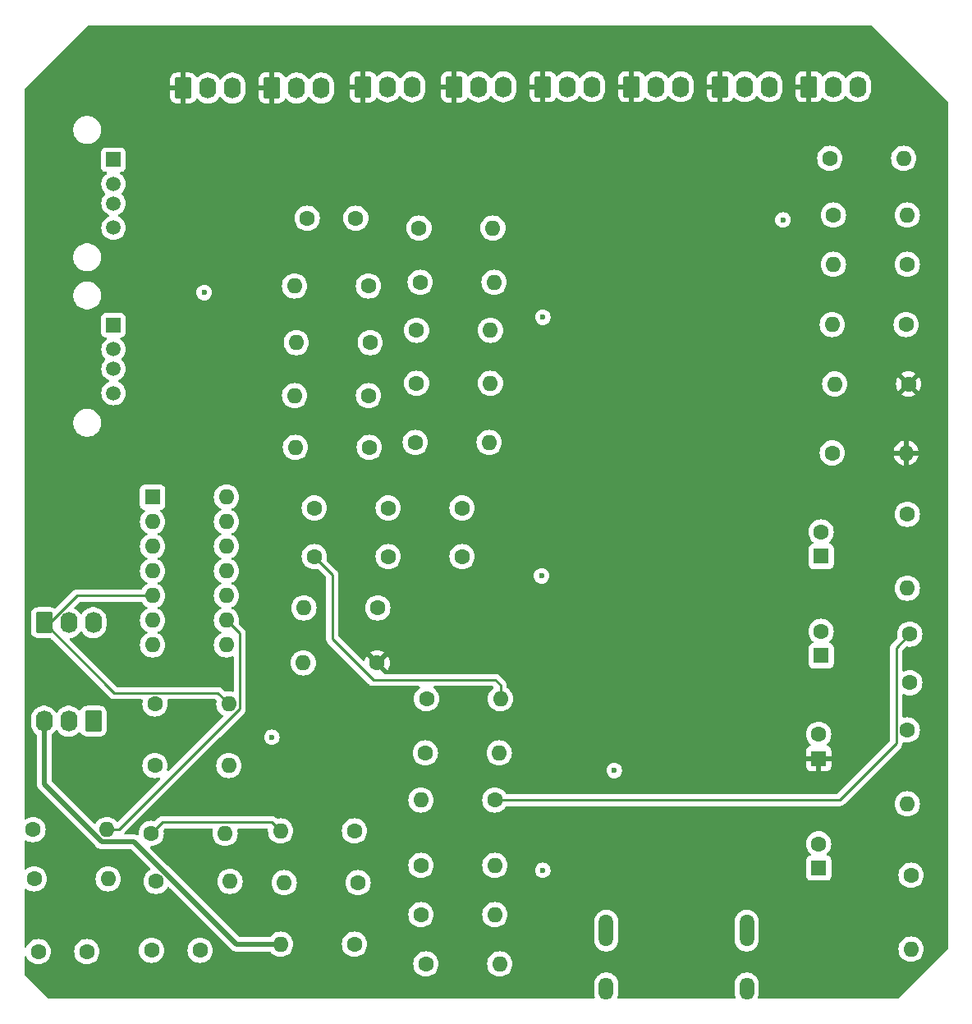
<source format=gbr>
%TF.GenerationSoftware,KiCad,Pcbnew,8.0.4*%
%TF.CreationDate,2024-10-29T15:25:17-05:00*%
%TF.ProjectId,String-Drum-Synthesizer,53747269-6e67-42d4-9472-756d2d53796e,rev?*%
%TF.SameCoordinates,Original*%
%TF.FileFunction,Copper,L2,Bot*%
%TF.FilePolarity,Positive*%
%FSLAX46Y46*%
G04 Gerber Fmt 4.6, Leading zero omitted, Abs format (unit mm)*
G04 Created by KiCad (PCBNEW 8.0.4) date 2024-10-29 15:25:17*
%MOMM*%
%LPD*%
G01*
G04 APERTURE LIST*
G04 Aperture macros list*
%AMRoundRect*
0 Rectangle with rounded corners*
0 $1 Rounding radius*
0 $2 $3 $4 $5 $6 $7 $8 $9 X,Y pos of 4 corners*
0 Add a 4 corners polygon primitive as box body*
4,1,4,$2,$3,$4,$5,$6,$7,$8,$9,$2,$3,0*
0 Add four circle primitives for the rounded corners*
1,1,$1+$1,$2,$3*
1,1,$1+$1,$4,$5*
1,1,$1+$1,$6,$7*
1,1,$1+$1,$8,$9*
0 Add four rect primitives between the rounded corners*
20,1,$1+$1,$2,$3,$4,$5,0*
20,1,$1+$1,$4,$5,$6,$7,0*
20,1,$1+$1,$6,$7,$8,$9,0*
20,1,$1+$1,$8,$9,$2,$3,0*%
G04 Aperture macros list end*
%TA.AperFunction,ComponentPad*%
%ADD10RoundRect,0.250000X-0.620000X-0.845000X0.620000X-0.845000X0.620000X0.845000X-0.620000X0.845000X0*%
%TD*%
%TA.AperFunction,ComponentPad*%
%ADD11O,1.740000X2.190000*%
%TD*%
%TA.AperFunction,ComponentPad*%
%ADD12C,1.600000*%
%TD*%
%TA.AperFunction,ComponentPad*%
%ADD13O,1.600000X1.600000*%
%TD*%
%TA.AperFunction,ComponentPad*%
%ADD14R,1.600000X1.600000*%
%TD*%
%TA.AperFunction,ComponentPad*%
%ADD15O,1.500000X3.300000*%
%TD*%
%TA.AperFunction,ComponentPad*%
%ADD16O,1.500000X2.300000*%
%TD*%
%TA.AperFunction,ComponentPad*%
%ADD17RoundRect,0.250000X0.620000X0.845000X-0.620000X0.845000X-0.620000X-0.845000X0.620000X-0.845000X0*%
%TD*%
%TA.AperFunction,ComponentPad*%
%ADD18R,1.508000X1.508000*%
%TD*%
%TA.AperFunction,ComponentPad*%
%ADD19C,1.508000*%
%TD*%
%TA.AperFunction,ViaPad*%
%ADD20C,0.600000*%
%TD*%
%TA.AperFunction,Conductor*%
%ADD21C,0.508000*%
%TD*%
%TA.AperFunction,Conductor*%
%ADD22C,0.254000*%
%TD*%
G04 APERTURE END LIST*
D10*
%TO.P,Pot7,1,Pin_1*%
%TO.N,+3V3*%
X132461000Y-36449000D03*
D11*
%TO.P,Pot7,2,Pin_2*%
%TO.N,/EmotiveKnobValue7*%
X135001000Y-36449000D03*
%TO.P,Pot7,3,Pin_3*%
%TO.N,GND*%
X137541000Y-36449000D03*
%TD*%
D12*
%TO.P,C9,1*%
%TO.N,Net-(U6-VCAP_1)*%
X150253000Y-49861500D03*
%TO.P,C9,2*%
%TO.N,GND*%
X145253000Y-49861500D03*
%TD*%
%TO.P,R18,1*%
%TO.N,/USB_OTG_HS_DP*%
X151563000Y-56846500D03*
D13*
%TO.P,R18,2*%
%TO.N,Net-(ProgrammableUSBPort1-D-)*%
X143943000Y-56846500D03*
%TD*%
D12*
%TO.P,R6,1*%
%TO.N,Net-(C7-Pad2)*%
X207518000Y-117602000D03*
D13*
%TO.P,R6,2*%
%TO.N,+2V5*%
X207518000Y-125222000D03*
%TD*%
D12*
%TO.P,R16,1*%
%TO.N,Net-(Op-Amp1-1IN+)*%
X207137000Y-102616000D03*
D13*
%TO.P,R16,2*%
%TO.N,+2V5*%
X207137000Y-110236000D03*
%TD*%
D14*
%TO.P,C7,1*%
%TO.N,/DAC Out*%
X198247000Y-84709000D03*
D12*
%TO.P,C7,2*%
%TO.N,Net-(C7-Pad2)*%
X198247000Y-82209000D03*
%TD*%
%TO.P,R32,1*%
%TO.N,Net-(Op-Amp1-4IN+)*%
X156972000Y-116586000D03*
D13*
%TO.P,R32,2*%
%TO.N,+2V5*%
X164592000Y-116586000D03*
%TD*%
D12*
%TO.P,R35,1*%
%TO.N,Net-(U2-AVCC)*%
X199390000Y-74069000D03*
D13*
%TO.P,R35,2*%
%TO.N,+3V3*%
X207010000Y-74069000D03*
%TD*%
D12*
%TO.P,R15,1*%
%TO.N,GND*%
X156389000Y-72975500D03*
D13*
%TO.P,R15,2*%
%TO.N,Net-(U6-BOOT0)*%
X164009000Y-72975500D03*
%TD*%
D14*
%TO.P,C6,1*%
%TO.N,+2V5*%
X198247000Y-94956000D03*
D12*
%TO.P,C6,2*%
%TO.N,GND*%
X198247000Y-92456000D03*
%TD*%
D10*
%TO.P,Pot5,1,Pin_1*%
%TO.N,+3V3*%
X151003000Y-36322000D03*
D11*
%TO.P,Pot5,2,Pin_2*%
%TO.N,/EmotiveKnobValue5*%
X153543000Y-36322000D03*
%TO.P,Pot5,3,Pin_3*%
%TO.N,GND*%
X156083000Y-36322000D03*
%TD*%
D14*
%TO.P,C4,1*%
%TO.N,+3V3*%
X197993000Y-105565606D03*
D12*
%TO.P,C4,2*%
%TO.N,GND*%
X197993000Y-103065606D03*
%TD*%
%TO.P,R21,1*%
%TO.N,GND*%
X156897000Y-56465500D03*
D13*
%TO.P,R21,2*%
%TO.N,/USB_OTG_HS_DM*%
X164517000Y-56465500D03*
%TD*%
D15*
%TO.P,J1,SH,SH*%
%TO.N,GND*%
X190583000Y-123315000D03*
X176083000Y-123315000D03*
D16*
X190583000Y-129275000D03*
X176083000Y-129275000D03*
%TD*%
D17*
%TO.P,AudioJack1,1,Pin_1*%
%TO.N,/Audio Out L*%
X123190000Y-101727000D03*
D11*
%TO.P,AudioJack1,2,Pin_2*%
%TO.N,/Audio Out R*%
X120650000Y-101727000D03*
%TO.P,AudioJack1,3,Pin_3*%
%TO.N,+2V5*%
X118110000Y-101727000D03*
%TD*%
D12*
%TO.P,R19,1*%
%TO.N,GND*%
X156770000Y-50877500D03*
D13*
%TO.P,R19,2*%
%TO.N,/USB_OTG_HS_DP*%
X164390000Y-50877500D03*
%TD*%
D12*
%TO.P,R31,1*%
%TO.N,Net-(Op-Amp1-3IN+)*%
X156972000Y-121666000D03*
D13*
%TO.P,R31,2*%
%TO.N,+2V5*%
X164592000Y-121666000D03*
%TD*%
D10*
%TO.P,Pot4,1,Pin_1*%
%TO.N,+3V3*%
X160401000Y-36322000D03*
D11*
%TO.P,Pot4,2,Pin_2*%
%TO.N,/EmotiveKnobValue4*%
X162941000Y-36322000D03*
%TO.P,Pot4,3,Pin_3*%
%TO.N,GND*%
X165481000Y-36322000D03*
%TD*%
D12*
%TO.P,C8,1*%
%TO.N,+2V5*%
X207391000Y-97750000D03*
%TO.P,C8,2*%
%TO.N,Net-(C8-Pad2)*%
X207391000Y-92750000D03*
%TD*%
%TO.P,R3,1*%
%TO.N,Net-(Op-Amp1-3IN-)*%
X129540000Y-106299000D03*
D13*
%TO.P,R3,2*%
%TO.N,/AmplifiedSignal*%
X137160000Y-106299000D03*
%TD*%
D12*
%TO.P,R33,1*%
%TO.N,Net-(U2-EXT_SWING)*%
X199136000Y-43688000D03*
D13*
%TO.P,R33,2*%
%TO.N,GND*%
X206756000Y-43688000D03*
%TD*%
D14*
%TO.P,C2,1*%
%TO.N,+5V*%
X197993000Y-116868606D03*
D12*
%TO.P,C2,2*%
%TO.N,GND*%
X197993000Y-114368606D03*
%TD*%
%TO.P,R4,1*%
%TO.N,/Audio Out L*%
X150114000Y-113030000D03*
D13*
%TO.P,R4,2*%
%TO.N,Net-(Op-Amp1-IN4-)*%
X142494000Y-113030000D03*
%TD*%
D12*
%TO.P,C5,1*%
%TO.N,Net-(U5-GND)*%
X145975000Y-84746500D03*
%TO.P,C5,2*%
%TO.N,GND*%
X145975000Y-79746500D03*
%TD*%
D18*
%TO.P,KeyboardUSBPort1,1,VBUS*%
%TO.N,+5V*%
X125265000Y-60889000D03*
D19*
%TO.P,KeyboardUSBPort1,2,D-*%
%TO.N,Net-(KeyboardUSBPort1-D-)*%
X125265000Y-63389000D03*
%TO.P,KeyboardUSBPort1,3,D+*%
%TO.N,Net-(KeyboardUSBPort1-D+)*%
X125265000Y-65389000D03*
%TO.P,KeyboardUSBPort1,4,GND*%
%TO.N,GND*%
X125265000Y-67889000D03*
%TD*%
D12*
%TO.P,R1,1*%
%TO.N,+3V3*%
X152452000Y-95708500D03*
D13*
%TO.P,R1,2*%
%TO.N,Net-(U1-GND)*%
X144832000Y-95708500D03*
%TD*%
D12*
%TO.P,R10,1*%
%TO.N,GND*%
X156516000Y-66879500D03*
D13*
%TO.P,R10,2*%
%TO.N,/USB_OTG_FS_DM*%
X164136000Y-66879500D03*
%TD*%
D12*
%TO.P,R25,1*%
%TO.N,GND*%
X199517000Y-49530000D03*
D13*
%TO.P,R25,2*%
%TO.N,/HPD_IN*%
X207137000Y-49530000D03*
%TD*%
D12*
%TO.P,C3,1*%
%TO.N,Net-(U1-GND)*%
X153595000Y-84746500D03*
%TO.P,C3,2*%
%TO.N,GND*%
X153595000Y-79746500D03*
%TD*%
%TO.P,R30,1*%
%TO.N,Net-(Op-Amp1-3IN-)*%
X129540000Y-99949000D03*
D13*
%TO.P,R30,2*%
%TO.N,/AmplifiedSignal*%
X137160000Y-99949000D03*
%TD*%
D12*
%TO.P,C1,1*%
%TO.N,+5V*%
X161215000Y-84746500D03*
%TO.P,C1,2*%
%TO.N,GND*%
X161215000Y-79746500D03*
%TD*%
%TO.P,R14,1*%
%TO.N,Net-(C8-Pad2)*%
X164592000Y-109855000D03*
D13*
%TO.P,R14,2*%
%TO.N,Net-(Op-Amp1-1IN-)*%
X156972000Y-109855000D03*
%TD*%
D10*
%TO.P,Pot8,1,Pin_1*%
%TO.N,/AmplifiedSignal*%
X118110000Y-91567000D03*
D11*
%TO.P,Pot8,2,Pin_2*%
%TO.N,Net-(Op-Amp1-1IN-)*%
X120650000Y-91567000D03*
%TO.P,Pot8,3,Pin_3*%
X123190000Y-91567000D03*
%TD*%
D10*
%TO.P,Pot2,1,Pin_1*%
%TO.N,+3V3*%
X178689000Y-36302000D03*
D11*
%TO.P,Pot2,2,Pin_2*%
%TO.N,/EmotiveKnobValue2*%
X181229000Y-36302000D03*
%TO.P,Pot2,3,Pin_3*%
%TO.N,GND*%
X183769000Y-36302000D03*
%TD*%
D10*
%TO.P,Pot3,1,Pin_1*%
%TO.N,+3V3*%
X169545000Y-36302000D03*
D11*
%TO.P,Pot3,2,Pin_2*%
%TO.N,/EmotiveKnobValue3*%
X172085000Y-36302000D03*
%TO.P,Pot3,3,Pin_3*%
%TO.N,GND*%
X174625000Y-36302000D03*
%TD*%
D12*
%TO.P,R13,1*%
%TO.N,Net-(C7-Pad2)*%
X207137000Y-80391000D03*
D13*
%TO.P,R13,2*%
%TO.N,Net-(C8-Pad2)*%
X207137000Y-88011000D03*
%TD*%
D18*
%TO.P,ProgrammableUSBPort1,1,VBUS*%
%TO.N,unconnected-(ProgrammableUSBPort1-VBUS-Pad1)*%
X125265000Y-43827500D03*
D19*
%TO.P,ProgrammableUSBPort1,2,D-*%
%TO.N,Net-(ProgrammableUSBPort1-D-)*%
X125265000Y-46327500D03*
%TO.P,ProgrammableUSBPort1,3,D+*%
%TO.N,Net-(ProgrammableUSBPort1-D+)*%
X125265000Y-48327500D03*
%TO.P,ProgrammableUSBPort1,4,GND*%
%TO.N,GND*%
X125265000Y-50827500D03*
%TD*%
D12*
%TO.P,R17,1*%
%TO.N,Net-(Op-Amp1-3IN-)*%
X116967000Y-112903000D03*
D13*
%TO.P,R17,2*%
%TO.N,/Audio Out R*%
X124587000Y-112903000D03*
%TD*%
D10*
%TO.P,Pot1,1,Pin_1*%
%TO.N,+3V3*%
X187833000Y-36302000D03*
D11*
%TO.P,Pot1,2,Pin_2*%
%TO.N,/EmotiveKnobValue1*%
X190373000Y-36302000D03*
%TO.P,Pot1,3,Pin_3*%
%TO.N,GND*%
X192913000Y-36302000D03*
%TD*%
D12*
%TO.P,R27,1*%
%TO.N,Net-(Op-Amp1-3IN-)*%
X117094000Y-117983000D03*
D13*
%TO.P,R27,2*%
%TO.N,/Audio Out R*%
X124714000Y-117983000D03*
%TD*%
D12*
%TO.P,C12,1*%
%TO.N,Net-(Op-Amp1-3IN-)*%
X117515000Y-125476000D03*
%TO.P,C12,2*%
%TO.N,/Audio Out R*%
X122515000Y-125476000D03*
%TD*%
D10*
%TO.P,Pot0,1,Pin_1*%
%TO.N,+3V3*%
X196977000Y-36302000D03*
D11*
%TO.P,Pot0,2,Pin_2*%
%TO.N,/EmotiveKnobValue0*%
X199517000Y-36302000D03*
%TO.P,Pot0,3,Pin_3*%
%TO.N,GND*%
X202057000Y-36302000D03*
%TD*%
D12*
%TO.P,R8,1*%
%TO.N,/USB_OTG_FS_DM*%
X151638000Y-73483500D03*
D13*
%TO.P,R8,2*%
%TO.N,Net-(KeyboardUSBPort1-D+)*%
X144018000Y-73483500D03*
%TD*%
D12*
%TO.P,R2,1*%
%TO.N,Net-(U1-GND)*%
X152527000Y-90043000D03*
D13*
%TO.P,R2,2*%
%TO.N,GND*%
X144907000Y-90043000D03*
%TD*%
D12*
%TO.P,R29,1*%
%TO.N,Net-(Op-Amp1-IN4-)*%
X129667000Y-118237000D03*
D13*
%TO.P,R29,2*%
%TO.N,/AmplifiedSignal*%
X137287000Y-118237000D03*
%TD*%
D14*
%TO.P,Op-Amp,1,1IN+*%
%TO.N,Net-(U4-1IN+)*%
X129296000Y-78608000D03*
D13*
%TO.P,Op-Amp,2,2IN+*%
%TO.N,unconnected-(U4-2IN+-Pad2)*%
X129296000Y-81148000D03*
%TO.P,Op-Amp,3,2IN-*%
%TO.N,unconnected-(U4-2IN--Pad3)*%
X129296000Y-83688000D03*
%TO.P,Op-Amp,4,2OUT*%
%TO.N,unconnected-(U4-2OUT-Pad4)*%
X129296000Y-86228000D03*
%TO.P,Op-Amp,5,1OUT*%
%TO.N,/AmplifiedSignal*%
X129296000Y-88768000D03*
%TO.P,Op-Amp,6,1IN-*%
%TO.N,Net-(Pot8-Pin_2)*%
X129296000Y-91308000D03*
%TO.P,Op-Amp,7,GND*%
%TO.N,GND*%
X129296000Y-93848000D03*
%TO.P,Op-Amp,8,3IN-*%
%TO.N,Net-(U4-3IN-)*%
X136916000Y-93848000D03*
%TO.P,Op-Amp,9,3OUT*%
%TO.N,/Audio Out R*%
X136916000Y-91308000D03*
%TO.P,Op-Amp,10,4OUT*%
%TO.N,/Audio Out L*%
X136916000Y-88768000D03*
%TO.P,Op-Amp,11,IN4-*%
%TO.N,Net-(U4-IN4-)*%
X136916000Y-86228000D03*
%TO.P,Op-Amp,12,4IN+*%
%TO.N,Net-(U4-4IN+)*%
X136916000Y-83688000D03*
%TO.P,Op-Amp,13,3IN+*%
%TO.N,Net-(U4-3IN+)*%
X136916000Y-81148000D03*
%TO.P,Op-Amp,14,VCC*%
%TO.N,+5V*%
X136916000Y-78608000D03*
%TD*%
D12*
%TO.P,R34,1*%
%TO.N,GND*%
X207010000Y-60833000D03*
D13*
%TO.P,R34,2*%
%TO.N,Net-(U2-AVCC)*%
X199390000Y-60833000D03*
%TD*%
D12*
%TO.P,R23,1*%
%TO.N,GND*%
X156516000Y-61418500D03*
D13*
%TO.P,R23,2*%
%TO.N,/USB_OTG_FS_DP*%
X164136000Y-61418500D03*
%TD*%
D12*
%TO.P,R7,1*%
%TO.N,Net-(Op-Amp1-4IN+)*%
X150114000Y-124714000D03*
D13*
%TO.P,R7,2*%
%TO.N,+2V5*%
X142494000Y-124714000D03*
%TD*%
D12*
%TO.P,R26,1*%
%TO.N,+3V3*%
X207264000Y-66957000D03*
D13*
%TO.P,R26,2*%
%TO.N,Net-(U2-~{RESET})*%
X199644000Y-66957000D03*
%TD*%
D12*
%TO.P,R22,1*%
%TO.N,/USB_OTG_FS_DP*%
X151563000Y-68149500D03*
D13*
%TO.P,R22,2*%
%TO.N,Net-(KeyboardUSBPort1-D-)*%
X143943000Y-68149500D03*
%TD*%
D10*
%TO.P,Pot6,1,Pin_1*%
%TO.N,+3V3*%
X141605000Y-36429000D03*
D11*
%TO.P,Pot6,2,Pin_2*%
%TO.N,/EmotiveKnobValue6*%
X144145000Y-36429000D03*
%TO.P,Pot6,3,Pin_3*%
%TO.N,GND*%
X146685000Y-36429000D03*
%TD*%
D12*
%TO.P,C11,1*%
%TO.N,/Audio Out L*%
X134199000Y-125349000D03*
%TO.P,C11,2*%
%TO.N,Net-(Op-Amp1-IN4-)*%
X129199000Y-125349000D03*
%TD*%
%TO.P,R12,1*%
%TO.N,Net-(U5-GND)*%
X157428000Y-104991500D03*
D13*
%TO.P,R12,2*%
%TO.N,GND*%
X165048000Y-104991500D03*
%TD*%
D12*
%TO.P,R20,1*%
%TO.N,/USB_OTG_HS_DM*%
X151742000Y-62688500D03*
D13*
%TO.P,R20,2*%
%TO.N,Net-(ProgrammableUSBPort1-D+)*%
X144122000Y-62688500D03*
%TD*%
D12*
%TO.P,R24,1*%
%TO.N,/HPD_IN*%
X207137000Y-54610000D03*
D13*
%TO.P,R24,2*%
%TO.N,Net-(J1-HPD{slash}HEAC-)*%
X199517000Y-54610000D03*
%TD*%
D12*
%TO.P,R28,1*%
%TO.N,/Audio Out L*%
X150495000Y-118364000D03*
D13*
%TO.P,R28,2*%
%TO.N,Net-(Op-Amp1-IN4-)*%
X142875000Y-118364000D03*
%TD*%
D12*
%TO.P,R9,1*%
%TO.N,Net-(Op-Amp1-3IN+)*%
X157480000Y-126746000D03*
D13*
%TO.P,R9,2*%
%TO.N,+2V5*%
X165100000Y-126746000D03*
%TD*%
D12*
%TO.P,R5,1*%
%TO.N,Net-(Op-Amp1-IN4-)*%
X129159000Y-113284000D03*
D13*
%TO.P,R5,2*%
%TO.N,/AmplifiedSignal*%
X136779000Y-113284000D03*
%TD*%
D12*
%TO.P,R11,1*%
%TO.N,+2V5*%
X157555000Y-99403500D03*
D13*
%TO.P,R11,2*%
%TO.N,Net-(U5-GND)*%
X165175000Y-99403500D03*
%TD*%
D20*
%TO.N,*%
X194310000Y-50038000D03*
X141605000Y-103378000D03*
X169545000Y-117094000D03*
X134620000Y-57531000D03*
X169545000Y-60071000D03*
X169418000Y-86741000D03*
X176911000Y-106807000D03*
%TO.N,+3V3*%
X141986000Y-106426000D03*
X138938000Y-121285000D03*
X188976000Y-93726000D03*
X177038000Y-92202000D03*
%TD*%
D21*
%TO.N,+2V5*%
X124067576Y-114157000D02*
X118110000Y-108199424D01*
X127360424Y-114157000D02*
X124067576Y-114157000D01*
X118110000Y-108199424D02*
X118110000Y-101727000D01*
X142494000Y-124714000D02*
X137917424Y-124714000D01*
X137917424Y-124714000D02*
X127360424Y-114157000D01*
D22*
%TO.N,/Audio Out R*%
X125799819Y-112903000D02*
X124587000Y-112903000D01*
X136916000Y-91308000D02*
X138287000Y-92679000D01*
X138287000Y-100415819D02*
X125799819Y-112903000D01*
X138287000Y-92679000D02*
X138287000Y-100415819D01*
%TO.N,Net-(U5-GND)*%
X165175000Y-97992000D02*
X165175000Y-99403500D01*
X152082500Y-97472500D02*
X164655500Y-97472500D01*
X145975000Y-84746500D02*
X147828000Y-86599500D01*
X164655500Y-97472500D02*
X165175000Y-97992000D01*
X147828000Y-86599500D02*
X147828000Y-93218000D01*
X147828000Y-93218000D02*
X152082500Y-97472500D01*
%TO.N,Net-(C8-Pad2)*%
X206010000Y-103997000D02*
X200152000Y-109855000D01*
X206010000Y-94131000D02*
X206010000Y-103997000D01*
X200152000Y-109855000D02*
X164592000Y-109855000D01*
X207391000Y-92750000D02*
X206010000Y-94131000D01*
%TO.N,/AmplifiedSignal*%
X121531186Y-88768000D02*
X118732186Y-91567000D01*
X118732186Y-91567000D02*
X118110000Y-91567000D01*
X125365000Y-98822000D02*
X118110000Y-91567000D01*
X137160000Y-99949000D02*
X136033000Y-98822000D01*
X136033000Y-98822000D02*
X125365000Y-98822000D01*
X129296000Y-88768000D02*
X121531186Y-88768000D01*
%TO.N,Net-(Op-Amp1-IN4-)*%
X129159000Y-113284000D02*
X130286000Y-112157000D01*
X130286000Y-112157000D02*
X141621000Y-112157000D01*
X141621000Y-112157000D02*
X142494000Y-113030000D01*
%TD*%
%TA.AperFunction,Conductor*%
%TO.N,+3V3*%
G36*
X203469677Y-29991685D02*
G01*
X203490319Y-30008319D01*
X211291681Y-37809681D01*
X211325166Y-37871004D01*
X211328000Y-37897362D01*
X211328000Y-125170638D01*
X211308315Y-125237677D01*
X211291681Y-125258319D01*
X206284319Y-130265681D01*
X206222996Y-130299166D01*
X206196638Y-130302000D01*
X191864800Y-130302000D01*
X191797761Y-130282315D01*
X191752006Y-130229511D01*
X191742062Y-130160353D01*
X191746867Y-130139687D01*
X191802709Y-129967826D01*
X191833500Y-129773422D01*
X191833500Y-128776577D01*
X191802709Y-128582173D01*
X191741882Y-128394970D01*
X191652523Y-128219594D01*
X191536828Y-128060354D01*
X191397646Y-127921172D01*
X191238405Y-127805476D01*
X191063029Y-127716117D01*
X190875826Y-127655290D01*
X190681422Y-127624500D01*
X190681417Y-127624500D01*
X190484583Y-127624500D01*
X190484578Y-127624500D01*
X190290173Y-127655290D01*
X190102970Y-127716117D01*
X189927594Y-127805476D01*
X189836741Y-127871485D01*
X189768354Y-127921172D01*
X189768352Y-127921174D01*
X189768351Y-127921174D01*
X189629174Y-128060351D01*
X189629174Y-128060352D01*
X189629172Y-128060354D01*
X189579485Y-128128741D01*
X189513476Y-128219594D01*
X189424117Y-128394970D01*
X189363290Y-128582173D01*
X189332500Y-128776577D01*
X189332500Y-129773422D01*
X189363290Y-129967826D01*
X189398253Y-130075427D01*
X189419131Y-130139683D01*
X189421126Y-130209522D01*
X189385046Y-130269355D01*
X189322346Y-130300184D01*
X189301200Y-130302000D01*
X177364800Y-130302000D01*
X177297761Y-130282315D01*
X177252006Y-130229511D01*
X177242062Y-130160353D01*
X177246867Y-130139687D01*
X177302709Y-129967826D01*
X177333500Y-129773422D01*
X177333500Y-128776577D01*
X177302709Y-128582173D01*
X177241882Y-128394970D01*
X177152523Y-128219594D01*
X177036828Y-128060354D01*
X176897646Y-127921172D01*
X176738405Y-127805476D01*
X176563029Y-127716117D01*
X176375826Y-127655290D01*
X176181422Y-127624500D01*
X176181417Y-127624500D01*
X175984583Y-127624500D01*
X175984578Y-127624500D01*
X175790173Y-127655290D01*
X175602970Y-127716117D01*
X175427594Y-127805476D01*
X175336741Y-127871485D01*
X175268354Y-127921172D01*
X175268352Y-127921174D01*
X175268351Y-127921174D01*
X175129174Y-128060351D01*
X175129174Y-128060352D01*
X175129172Y-128060354D01*
X175079485Y-128128741D01*
X175013476Y-128219594D01*
X174924117Y-128394970D01*
X174863290Y-128582173D01*
X174832500Y-128776577D01*
X174832500Y-129773422D01*
X174863290Y-129967826D01*
X174898253Y-130075427D01*
X174919131Y-130139683D01*
X174921126Y-130209522D01*
X174885046Y-130269355D01*
X174822346Y-130300184D01*
X174801200Y-130302000D01*
X118542362Y-130302000D01*
X118475323Y-130282315D01*
X118454681Y-130265681D01*
X116114319Y-127925319D01*
X116080834Y-127863996D01*
X116078000Y-127837638D01*
X116078000Y-126030916D01*
X116097685Y-125963877D01*
X116150489Y-125918122D01*
X116219647Y-125908178D01*
X116283203Y-125937203D01*
X116314380Y-125978508D01*
X116367893Y-126093266D01*
X116384431Y-126128732D01*
X116384432Y-126128734D01*
X116514954Y-126315141D01*
X116675858Y-126476045D01*
X116720971Y-126507633D01*
X116862266Y-126606568D01*
X117068504Y-126702739D01*
X117288308Y-126761635D01*
X117450230Y-126775801D01*
X117514998Y-126781468D01*
X117515000Y-126781468D01*
X117515002Y-126781468D01*
X117571673Y-126776509D01*
X117741692Y-126761635D01*
X117961496Y-126702739D01*
X118167734Y-126606568D01*
X118354139Y-126476047D01*
X118515047Y-126315139D01*
X118645568Y-126128734D01*
X118741739Y-125922496D01*
X118800635Y-125702692D01*
X118820468Y-125476000D01*
X118820468Y-125475998D01*
X121209532Y-125475998D01*
X121209532Y-125476001D01*
X121229364Y-125702686D01*
X121229366Y-125702697D01*
X121288258Y-125922488D01*
X121288261Y-125922497D01*
X121384431Y-126128732D01*
X121384432Y-126128734D01*
X121514954Y-126315141D01*
X121675858Y-126476045D01*
X121720971Y-126507633D01*
X121862266Y-126606568D01*
X122068504Y-126702739D01*
X122288308Y-126761635D01*
X122450230Y-126775801D01*
X122514998Y-126781468D01*
X122515000Y-126781468D01*
X122515002Y-126781468D01*
X122571673Y-126776509D01*
X122741692Y-126761635D01*
X122800050Y-126745998D01*
X156174532Y-126745998D01*
X156174532Y-126746001D01*
X156194364Y-126972686D01*
X156194366Y-126972697D01*
X156253258Y-127192488D01*
X156253261Y-127192497D01*
X156349431Y-127398732D01*
X156349432Y-127398734D01*
X156479954Y-127585141D01*
X156640858Y-127746045D01*
X156640861Y-127746047D01*
X156827266Y-127876568D01*
X157033504Y-127972739D01*
X157253308Y-128031635D01*
X157415230Y-128045801D01*
X157479998Y-128051468D01*
X157480000Y-128051468D01*
X157480002Y-128051468D01*
X157536673Y-128046509D01*
X157706692Y-128031635D01*
X157926496Y-127972739D01*
X158132734Y-127876568D01*
X158319139Y-127746047D01*
X158480047Y-127585139D01*
X158610568Y-127398734D01*
X158706739Y-127192496D01*
X158765635Y-126972692D01*
X158785468Y-126746000D01*
X158785468Y-126745998D01*
X163794532Y-126745998D01*
X163794532Y-126746001D01*
X163814364Y-126972686D01*
X163814366Y-126972697D01*
X163873258Y-127192488D01*
X163873261Y-127192497D01*
X163969431Y-127398732D01*
X163969432Y-127398734D01*
X164099954Y-127585141D01*
X164260858Y-127746045D01*
X164260861Y-127746047D01*
X164447266Y-127876568D01*
X164653504Y-127972739D01*
X164873308Y-128031635D01*
X165035230Y-128045801D01*
X165099998Y-128051468D01*
X165100000Y-128051468D01*
X165100002Y-128051468D01*
X165156673Y-128046509D01*
X165326692Y-128031635D01*
X165546496Y-127972739D01*
X165752734Y-127876568D01*
X165939139Y-127746047D01*
X166100047Y-127585139D01*
X166230568Y-127398734D01*
X166326739Y-127192496D01*
X166385635Y-126972692D01*
X166405468Y-126746000D01*
X166385635Y-126519308D01*
X166326739Y-126299504D01*
X166230568Y-126093266D01*
X166100047Y-125906861D01*
X166100045Y-125906858D01*
X165939141Y-125745954D01*
X165752734Y-125615432D01*
X165752732Y-125615431D01*
X165546497Y-125519261D01*
X165546488Y-125519258D01*
X165326697Y-125460366D01*
X165326693Y-125460365D01*
X165326692Y-125460365D01*
X165326691Y-125460364D01*
X165326686Y-125460364D01*
X165100002Y-125440532D01*
X165099998Y-125440532D01*
X164873313Y-125460364D01*
X164873302Y-125460366D01*
X164653511Y-125519258D01*
X164653502Y-125519261D01*
X164447267Y-125615431D01*
X164447265Y-125615432D01*
X164260858Y-125745954D01*
X164099954Y-125906858D01*
X163969432Y-126093265D01*
X163969431Y-126093267D01*
X163873261Y-126299502D01*
X163873258Y-126299511D01*
X163814366Y-126519302D01*
X163814364Y-126519313D01*
X163794532Y-126745998D01*
X158785468Y-126745998D01*
X158765635Y-126519308D01*
X158706739Y-126299504D01*
X158610568Y-126093266D01*
X158480047Y-125906861D01*
X158480045Y-125906858D01*
X158319141Y-125745954D01*
X158132734Y-125615432D01*
X158132732Y-125615431D01*
X157926497Y-125519261D01*
X157926488Y-125519258D01*
X157706697Y-125460366D01*
X157706693Y-125460365D01*
X157706692Y-125460365D01*
X157706691Y-125460364D01*
X157706686Y-125460364D01*
X157480002Y-125440532D01*
X157479998Y-125440532D01*
X157253313Y-125460364D01*
X157253302Y-125460366D01*
X157033511Y-125519258D01*
X157033502Y-125519261D01*
X156827267Y-125615431D01*
X156827265Y-125615432D01*
X156640858Y-125745954D01*
X156479954Y-125906858D01*
X156349432Y-126093265D01*
X156349431Y-126093267D01*
X156253261Y-126299502D01*
X156253258Y-126299511D01*
X156194366Y-126519302D01*
X156194364Y-126519313D01*
X156174532Y-126745998D01*
X122800050Y-126745998D01*
X122961496Y-126702739D01*
X123167734Y-126606568D01*
X123354139Y-126476047D01*
X123515047Y-126315139D01*
X123645568Y-126128734D01*
X123741739Y-125922496D01*
X123800635Y-125702692D01*
X123820468Y-125476000D01*
X123819549Y-125465500D01*
X123809356Y-125348998D01*
X127893532Y-125348998D01*
X127893532Y-125349000D01*
X127913364Y-125575686D01*
X127913366Y-125575697D01*
X127972258Y-125795488D01*
X127972261Y-125795497D01*
X128068431Y-126001732D01*
X128068432Y-126001734D01*
X128198954Y-126188141D01*
X128359858Y-126349045D01*
X128406693Y-126381839D01*
X128546266Y-126479568D01*
X128752504Y-126575739D01*
X128972308Y-126634635D01*
X129134230Y-126648801D01*
X129198998Y-126654468D01*
X129199000Y-126654468D01*
X129199002Y-126654468D01*
X129255673Y-126649509D01*
X129425692Y-126634635D01*
X129645496Y-126575739D01*
X129851734Y-126479568D01*
X130038139Y-126349047D01*
X130199047Y-126188139D01*
X130329568Y-126001734D01*
X130425739Y-125795496D01*
X130484635Y-125575692D01*
X130504468Y-125349000D01*
X130504468Y-125348998D01*
X132893532Y-125348998D01*
X132893532Y-125349000D01*
X132913364Y-125575686D01*
X132913366Y-125575697D01*
X132972258Y-125795488D01*
X132972261Y-125795497D01*
X133068431Y-126001732D01*
X133068432Y-126001734D01*
X133198954Y-126188141D01*
X133359858Y-126349045D01*
X133406693Y-126381839D01*
X133546266Y-126479568D01*
X133752504Y-126575739D01*
X133972308Y-126634635D01*
X134134230Y-126648801D01*
X134198998Y-126654468D01*
X134199000Y-126654468D01*
X134199002Y-126654468D01*
X134255673Y-126649509D01*
X134425692Y-126634635D01*
X134645496Y-126575739D01*
X134851734Y-126479568D01*
X135038139Y-126349047D01*
X135199047Y-126188139D01*
X135329568Y-126001734D01*
X135425739Y-125795496D01*
X135484635Y-125575692D01*
X135504468Y-125349000D01*
X135500186Y-125300062D01*
X135496534Y-125258319D01*
X135484635Y-125122308D01*
X135425739Y-124902504D01*
X135329568Y-124696266D01*
X135199047Y-124509861D01*
X135199045Y-124509858D01*
X135038141Y-124348954D01*
X134851734Y-124218432D01*
X134851732Y-124218431D01*
X134645497Y-124122261D01*
X134645488Y-124122258D01*
X134425697Y-124063366D01*
X134425693Y-124063365D01*
X134425692Y-124063365D01*
X134425691Y-124063364D01*
X134425686Y-124063364D01*
X134199002Y-124043532D01*
X134198998Y-124043532D01*
X133972313Y-124063364D01*
X133972302Y-124063366D01*
X133752511Y-124122258D01*
X133752502Y-124122261D01*
X133546267Y-124218431D01*
X133546265Y-124218432D01*
X133359858Y-124348954D01*
X133198954Y-124509858D01*
X133068432Y-124696265D01*
X133068431Y-124696267D01*
X132972261Y-124902502D01*
X132972258Y-124902511D01*
X132913366Y-125122302D01*
X132913364Y-125122313D01*
X132893532Y-125348998D01*
X130504468Y-125348998D01*
X130500186Y-125300062D01*
X130496534Y-125258319D01*
X130484635Y-125122308D01*
X130425739Y-124902504D01*
X130329568Y-124696266D01*
X130199047Y-124509861D01*
X130199045Y-124509858D01*
X130038141Y-124348954D01*
X129851734Y-124218432D01*
X129851732Y-124218431D01*
X129645497Y-124122261D01*
X129645488Y-124122258D01*
X129425697Y-124063366D01*
X129425693Y-124063365D01*
X129425692Y-124063365D01*
X129425691Y-124063364D01*
X129425686Y-124063364D01*
X129199002Y-124043532D01*
X129198998Y-124043532D01*
X128972313Y-124063364D01*
X128972302Y-124063366D01*
X128752511Y-124122258D01*
X128752502Y-124122261D01*
X128546267Y-124218431D01*
X128546265Y-124218432D01*
X128359858Y-124348954D01*
X128198954Y-124509858D01*
X128068432Y-124696265D01*
X128068431Y-124696267D01*
X127972261Y-124902502D01*
X127972258Y-124902511D01*
X127913366Y-125122302D01*
X127913364Y-125122313D01*
X127893532Y-125348998D01*
X123809356Y-125348998D01*
X123800635Y-125249313D01*
X123800635Y-125249308D01*
X123741739Y-125029504D01*
X123645568Y-124823266D01*
X123515047Y-124636861D01*
X123515045Y-124636858D01*
X123354141Y-124475954D01*
X123167734Y-124345432D01*
X123167732Y-124345431D01*
X122961497Y-124249261D01*
X122961488Y-124249258D01*
X122741697Y-124190366D01*
X122741693Y-124190365D01*
X122741692Y-124190365D01*
X122741691Y-124190364D01*
X122741686Y-124190364D01*
X122515002Y-124170532D01*
X122514998Y-124170532D01*
X122288313Y-124190364D01*
X122288302Y-124190366D01*
X122068511Y-124249258D01*
X122068502Y-124249261D01*
X121862267Y-124345431D01*
X121862265Y-124345432D01*
X121675858Y-124475954D01*
X121514954Y-124636858D01*
X121384432Y-124823265D01*
X121384431Y-124823267D01*
X121288261Y-125029502D01*
X121288258Y-125029511D01*
X121229366Y-125249302D01*
X121229364Y-125249313D01*
X121209532Y-125475998D01*
X118820468Y-125475998D01*
X118819549Y-125465500D01*
X118800635Y-125249313D01*
X118800635Y-125249308D01*
X118741739Y-125029504D01*
X118645568Y-124823266D01*
X118515047Y-124636861D01*
X118515045Y-124636858D01*
X118354141Y-124475954D01*
X118167734Y-124345432D01*
X118167732Y-124345431D01*
X117961497Y-124249261D01*
X117961488Y-124249258D01*
X117741697Y-124190366D01*
X117741693Y-124190365D01*
X117741692Y-124190365D01*
X117741691Y-124190364D01*
X117741686Y-124190364D01*
X117515002Y-124170532D01*
X117514998Y-124170532D01*
X117288313Y-124190364D01*
X117288302Y-124190366D01*
X117068511Y-124249258D01*
X117068502Y-124249261D01*
X116862267Y-124345431D01*
X116862265Y-124345432D01*
X116675858Y-124475954D01*
X116514954Y-124636858D01*
X116384432Y-124823265D01*
X116384431Y-124823267D01*
X116314382Y-124973488D01*
X116268209Y-125025927D01*
X116201016Y-125045079D01*
X116134135Y-125024863D01*
X116088800Y-124971698D01*
X116078000Y-124921083D01*
X116078000Y-119097409D01*
X116097685Y-119030370D01*
X116150489Y-118984615D01*
X116219647Y-118974671D01*
X116273122Y-118995833D01*
X116441266Y-119113568D01*
X116647504Y-119209739D01*
X116867308Y-119268635D01*
X117029230Y-119282801D01*
X117093998Y-119288468D01*
X117094000Y-119288468D01*
X117094002Y-119288468D01*
X117150673Y-119283509D01*
X117320692Y-119268635D01*
X117540496Y-119209739D01*
X117746734Y-119113568D01*
X117933139Y-118983047D01*
X118094047Y-118822139D01*
X118224568Y-118635734D01*
X118320739Y-118429496D01*
X118379635Y-118209692D01*
X118399468Y-117983000D01*
X118399468Y-117982998D01*
X123408532Y-117982998D01*
X123408532Y-117983001D01*
X123428364Y-118209686D01*
X123428366Y-118209697D01*
X123487258Y-118429488D01*
X123487261Y-118429497D01*
X123583431Y-118635732D01*
X123583432Y-118635734D01*
X123713954Y-118822141D01*
X123874858Y-118983045D01*
X123874861Y-118983047D01*
X124061266Y-119113568D01*
X124267504Y-119209739D01*
X124487308Y-119268635D01*
X124649230Y-119282801D01*
X124713998Y-119288468D01*
X124714000Y-119288468D01*
X124714002Y-119288468D01*
X124770673Y-119283509D01*
X124940692Y-119268635D01*
X125160496Y-119209739D01*
X125366734Y-119113568D01*
X125553139Y-118983047D01*
X125714047Y-118822139D01*
X125844568Y-118635734D01*
X125940739Y-118429496D01*
X125999635Y-118209692D01*
X126019468Y-117983000D01*
X125999635Y-117756308D01*
X125940739Y-117536504D01*
X125844568Y-117330266D01*
X125722204Y-117155511D01*
X125714045Y-117143858D01*
X125553141Y-116982954D01*
X125366734Y-116852432D01*
X125366732Y-116852431D01*
X125160497Y-116756261D01*
X125160488Y-116756258D01*
X124940697Y-116697366D01*
X124940693Y-116697365D01*
X124940692Y-116697365D01*
X124940691Y-116697364D01*
X124940686Y-116697364D01*
X124714002Y-116677532D01*
X124713998Y-116677532D01*
X124487313Y-116697364D01*
X124487302Y-116697366D01*
X124267511Y-116756258D01*
X124267502Y-116756261D01*
X124061267Y-116852431D01*
X124061265Y-116852432D01*
X123874858Y-116982954D01*
X123713954Y-117143858D01*
X123583432Y-117330265D01*
X123583431Y-117330267D01*
X123487261Y-117536502D01*
X123487258Y-117536511D01*
X123428366Y-117756302D01*
X123428364Y-117756313D01*
X123408532Y-117982998D01*
X118399468Y-117982998D01*
X118379635Y-117756308D01*
X118320739Y-117536504D01*
X118224568Y-117330266D01*
X118102204Y-117155511D01*
X118094045Y-117143858D01*
X117933141Y-116982954D01*
X117746734Y-116852432D01*
X117746732Y-116852431D01*
X117540497Y-116756261D01*
X117540488Y-116756258D01*
X117320697Y-116697366D01*
X117320693Y-116697365D01*
X117320692Y-116697365D01*
X117320691Y-116697364D01*
X117320686Y-116697364D01*
X117094002Y-116677532D01*
X117093998Y-116677532D01*
X116867313Y-116697364D01*
X116867302Y-116697366D01*
X116647511Y-116756258D01*
X116647502Y-116756261D01*
X116441270Y-116852430D01*
X116441266Y-116852432D01*
X116273580Y-116969846D01*
X116273123Y-116970166D01*
X116206916Y-116992493D01*
X116139149Y-116975481D01*
X116091337Y-116924533D01*
X116078000Y-116868590D01*
X116078000Y-114106334D01*
X116097685Y-114039295D01*
X116150489Y-113993540D01*
X116219647Y-113983596D01*
X116273120Y-114004758D01*
X116314266Y-114033568D01*
X116520504Y-114129739D01*
X116520509Y-114129740D01*
X116520511Y-114129741D01*
X116565942Y-114141914D01*
X116740308Y-114188635D01*
X116902230Y-114202801D01*
X116966998Y-114208468D01*
X116967000Y-114208468D01*
X116967002Y-114208468D01*
X117023673Y-114203509D01*
X117193692Y-114188635D01*
X117413496Y-114129739D01*
X117619734Y-114033568D01*
X117806139Y-113903047D01*
X117967047Y-113742139D01*
X118097568Y-113555734D01*
X118193739Y-113349496D01*
X118252635Y-113129692D01*
X118272468Y-112903000D01*
X118252635Y-112676308D01*
X118193739Y-112456504D01*
X118097568Y-112250266D01*
X117967047Y-112063861D01*
X117967045Y-112063858D01*
X117806141Y-111902954D01*
X117619734Y-111772432D01*
X117619732Y-111772431D01*
X117413497Y-111676261D01*
X117413488Y-111676258D01*
X117193697Y-111617366D01*
X117193693Y-111617365D01*
X117193692Y-111617365D01*
X117193691Y-111617364D01*
X117193686Y-111617364D01*
X116967002Y-111597532D01*
X116966998Y-111597532D01*
X116740313Y-111617364D01*
X116740302Y-111617366D01*
X116520511Y-111676258D01*
X116520502Y-111676261D01*
X116314267Y-111772431D01*
X116273122Y-111801241D01*
X116206915Y-111823568D01*
X116139148Y-111806556D01*
X116091336Y-111755607D01*
X116078000Y-111699665D01*
X116078000Y-90671983D01*
X116739500Y-90671983D01*
X116739500Y-92462001D01*
X116739501Y-92462018D01*
X116750000Y-92564796D01*
X116750001Y-92564799D01*
X116789069Y-92682697D01*
X116805186Y-92731334D01*
X116897288Y-92880656D01*
X117021344Y-93004712D01*
X117170666Y-93096814D01*
X117337203Y-93151999D01*
X117439991Y-93162500D01*
X118766718Y-93162499D01*
X118833757Y-93182184D01*
X118854399Y-93198818D01*
X124964988Y-99309408D01*
X124964992Y-99309411D01*
X125067760Y-99378079D01*
X125067773Y-99378086D01*
X125181960Y-99425383D01*
X125181965Y-99425385D01*
X125181969Y-99425385D01*
X125181970Y-99425386D01*
X125303193Y-99449500D01*
X125303196Y-99449500D01*
X125303197Y-99449500D01*
X128165863Y-99449500D01*
X128232902Y-99469185D01*
X128278657Y-99521989D01*
X128288601Y-99591147D01*
X128285638Y-99605593D01*
X128254366Y-99722302D01*
X128254364Y-99722313D01*
X128234532Y-99948998D01*
X128234532Y-99949001D01*
X128254364Y-100175686D01*
X128254366Y-100175697D01*
X128313258Y-100395488D01*
X128313261Y-100395497D01*
X128409431Y-100601732D01*
X128409432Y-100601734D01*
X128539954Y-100788141D01*
X128700858Y-100949045D01*
X128700861Y-100949047D01*
X128887266Y-101079568D01*
X129093504Y-101175739D01*
X129093509Y-101175740D01*
X129093511Y-101175741D01*
X129113426Y-101181077D01*
X129313308Y-101234635D01*
X129475230Y-101248801D01*
X129539998Y-101254468D01*
X129540000Y-101254468D01*
X129540002Y-101254468D01*
X129596673Y-101249509D01*
X129766692Y-101234635D01*
X129986496Y-101175739D01*
X130192734Y-101079568D01*
X130379139Y-100949047D01*
X130540047Y-100788139D01*
X130670568Y-100601734D01*
X130766739Y-100395496D01*
X130825635Y-100175692D01*
X130845468Y-99949000D01*
X130825635Y-99722308D01*
X130800951Y-99630186D01*
X130794362Y-99605593D01*
X130796025Y-99535743D01*
X130835188Y-99477881D01*
X130899417Y-99450377D01*
X130914137Y-99449500D01*
X135721719Y-99449500D01*
X135788758Y-99469185D01*
X135809400Y-99485819D01*
X135859989Y-99536408D01*
X135893474Y-99597731D01*
X135892083Y-99656182D01*
X135874366Y-99722302D01*
X135874364Y-99722313D01*
X135854532Y-99948998D01*
X135854532Y-99949001D01*
X135874364Y-100175686D01*
X135874366Y-100175697D01*
X135933258Y-100395488D01*
X135933261Y-100395497D01*
X136029431Y-100601732D01*
X136029432Y-100601734D01*
X136159954Y-100788141D01*
X136320858Y-100949045D01*
X136320861Y-100949047D01*
X136507266Y-101079568D01*
X136507269Y-101079569D01*
X136511957Y-101082276D01*
X136510667Y-101084509D01*
X136555016Y-101123476D01*
X136574238Y-101190649D01*
X136554092Y-101257551D01*
X136537922Y-101277476D01*
X130983004Y-106832394D01*
X130921681Y-106865879D01*
X130851989Y-106860895D01*
X130796056Y-106819023D01*
X130771639Y-106753559D01*
X130775548Y-106712620D01*
X130825635Y-106525692D01*
X130845468Y-106299000D01*
X130825635Y-106072308D01*
X130766739Y-105852504D01*
X130670568Y-105646266D01*
X130540047Y-105459861D01*
X130540045Y-105459858D01*
X130379141Y-105298954D01*
X130192734Y-105168432D01*
X130192732Y-105168431D01*
X129986497Y-105072261D01*
X129986488Y-105072258D01*
X129766697Y-105013366D01*
X129766693Y-105013365D01*
X129766692Y-105013365D01*
X129766691Y-105013364D01*
X129766686Y-105013364D01*
X129540002Y-104993532D01*
X129539998Y-104993532D01*
X129313313Y-105013364D01*
X129313302Y-105013366D01*
X129093511Y-105072258D01*
X129093502Y-105072261D01*
X128887267Y-105168431D01*
X128887265Y-105168432D01*
X128700858Y-105298954D01*
X128539954Y-105459858D01*
X128409432Y-105646265D01*
X128409431Y-105646267D01*
X128313261Y-105852502D01*
X128313258Y-105852511D01*
X128254366Y-106072302D01*
X128254364Y-106072313D01*
X128234532Y-106298998D01*
X128234532Y-106299001D01*
X128254364Y-106525686D01*
X128254366Y-106525697D01*
X128313258Y-106745488D01*
X128313261Y-106745497D01*
X128409431Y-106951732D01*
X128409432Y-106951734D01*
X128539954Y-107138141D01*
X128700858Y-107299045D01*
X128700861Y-107299047D01*
X128887266Y-107429568D01*
X129093504Y-107525739D01*
X129313308Y-107584635D01*
X129475230Y-107598801D01*
X129539998Y-107604468D01*
X129540000Y-107604468D01*
X129540002Y-107604468D01*
X129596673Y-107599509D01*
X129766692Y-107584635D01*
X129953620Y-107534548D01*
X130023470Y-107536211D01*
X130081332Y-107575374D01*
X130108836Y-107639602D01*
X130097249Y-107708504D01*
X130073394Y-107742004D01*
X125756974Y-112058425D01*
X125695651Y-112091910D01*
X125625959Y-112086926D01*
X125581612Y-112058425D01*
X125426141Y-111902954D01*
X125239734Y-111772432D01*
X125239732Y-111772431D01*
X125033497Y-111676261D01*
X125033488Y-111676258D01*
X124813697Y-111617366D01*
X124813693Y-111617365D01*
X124813692Y-111617365D01*
X124813691Y-111617364D01*
X124813686Y-111617364D01*
X124587002Y-111597532D01*
X124586998Y-111597532D01*
X124360313Y-111617364D01*
X124360302Y-111617366D01*
X124140511Y-111676258D01*
X124140502Y-111676261D01*
X123934267Y-111772431D01*
X123934265Y-111772432D01*
X123747858Y-111902954D01*
X123586954Y-112063858D01*
X123456430Y-112250268D01*
X123453721Y-112254961D01*
X123451580Y-112253724D01*
X123412062Y-112298306D01*
X123344805Y-112317233D01*
X123277992Y-112296794D01*
X123258522Y-112280922D01*
X118900819Y-107923218D01*
X118867334Y-107861895D01*
X118864500Y-107835537D01*
X118864500Y-103161035D01*
X118884185Y-103093996D01*
X118915609Y-103060721D01*
X119002821Y-102997359D01*
X119155359Y-102844821D01*
X119279682Y-102673704D01*
X119335012Y-102631040D01*
X119404626Y-102625061D01*
X119466420Y-102657667D01*
X119480315Y-102673702D01*
X119604641Y-102844821D01*
X119757179Y-102997359D01*
X119931701Y-103124157D01*
X120123911Y-103222092D01*
X120329074Y-103288754D01*
X120408973Y-103301408D01*
X120542134Y-103322500D01*
X120542139Y-103322500D01*
X120757866Y-103322500D01*
X120876230Y-103303752D01*
X120970926Y-103288754D01*
X121176089Y-103222092D01*
X121368299Y-103124157D01*
X121542821Y-102997359D01*
X121684807Y-102855372D01*
X121746126Y-102821890D01*
X121815818Y-102826874D01*
X121871752Y-102868745D01*
X121884864Y-102890645D01*
X121885181Y-102891326D01*
X121885186Y-102891334D01*
X121977288Y-103040656D01*
X122101344Y-103164712D01*
X122250666Y-103256814D01*
X122417203Y-103311999D01*
X122519991Y-103322500D01*
X123860008Y-103322499D01*
X123962797Y-103311999D01*
X124129334Y-103256814D01*
X124278656Y-103164712D01*
X124402712Y-103040656D01*
X124494814Y-102891334D01*
X124549999Y-102724797D01*
X124560500Y-102622009D01*
X124560499Y-100831992D01*
X124558752Y-100814894D01*
X124549999Y-100729203D01*
X124549998Y-100729200D01*
X124517206Y-100630241D01*
X124494814Y-100562666D01*
X124402712Y-100413344D01*
X124278656Y-100289288D01*
X124129334Y-100197186D01*
X123962797Y-100142001D01*
X123962795Y-100142000D01*
X123860010Y-100131500D01*
X122519998Y-100131500D01*
X122519981Y-100131501D01*
X122417203Y-100142000D01*
X122417200Y-100142001D01*
X122250668Y-100197185D01*
X122250663Y-100197187D01*
X122101342Y-100289289D01*
X121977289Y-100413342D01*
X121885179Y-100562677D01*
X121884861Y-100563360D01*
X121884518Y-100563748D01*
X121881395Y-100568813D01*
X121880529Y-100568278D01*
X121838683Y-100615794D01*
X121771487Y-100634939D01*
X121704608Y-100614716D01*
X121684804Y-100598624D01*
X121542823Y-100456643D01*
X121542821Y-100456641D01*
X121368299Y-100329843D01*
X121176089Y-100231908D01*
X120970926Y-100165246D01*
X120970924Y-100165245D01*
X120970922Y-100165245D01*
X120757866Y-100131500D01*
X120757861Y-100131500D01*
X120542139Y-100131500D01*
X120542134Y-100131500D01*
X120329077Y-100165245D01*
X120123908Y-100231909D01*
X119931700Y-100329843D01*
X119841349Y-100395488D01*
X119757179Y-100456641D01*
X119757177Y-100456643D01*
X119757176Y-100456643D01*
X119604643Y-100609176D01*
X119604643Y-100609177D01*
X119604641Y-100609179D01*
X119532140Y-100708968D01*
X119480318Y-100780294D01*
X119424988Y-100822959D01*
X119355374Y-100828938D01*
X119293579Y-100796332D01*
X119279682Y-100780294D01*
X119242562Y-100729203D01*
X119155359Y-100609179D01*
X119002821Y-100456641D01*
X118828299Y-100329843D01*
X118636089Y-100231908D01*
X118430926Y-100165246D01*
X118430924Y-100165245D01*
X118430922Y-100165245D01*
X118217866Y-100131500D01*
X118217861Y-100131500D01*
X118002139Y-100131500D01*
X118002134Y-100131500D01*
X117789077Y-100165245D01*
X117583908Y-100231909D01*
X117391700Y-100329843D01*
X117301349Y-100395488D01*
X117217179Y-100456641D01*
X117217177Y-100456643D01*
X117217176Y-100456643D01*
X117064643Y-100609176D01*
X117064643Y-100609177D01*
X117064641Y-100609179D01*
X117010186Y-100684129D01*
X116937843Y-100783700D01*
X116839909Y-100975908D01*
X116773245Y-101181077D01*
X116739500Y-101394133D01*
X116739500Y-102059866D01*
X116773245Y-102272922D01*
X116773246Y-102272926D01*
X116839908Y-102478089D01*
X116937843Y-102670299D01*
X117064641Y-102844821D01*
X117217179Y-102997359D01*
X117304388Y-103060720D01*
X117347051Y-103116046D01*
X117355500Y-103161035D01*
X117355500Y-108119976D01*
X117355499Y-108120002D01*
X117355499Y-108125112D01*
X117355499Y-108273736D01*
X117355499Y-108273738D01*
X117355498Y-108273738D01*
X117384493Y-108419497D01*
X117384496Y-108419507D01*
X117441366Y-108556805D01*
X117441372Y-108556816D01*
X117523942Y-108680392D01*
X117523943Y-108680393D01*
X123477176Y-114633624D01*
X123477197Y-114633647D01*
X123586607Y-114743057D01*
X123586610Y-114743059D01*
X123664575Y-114795153D01*
X123710187Y-114825630D01*
X123790619Y-114858945D01*
X123790620Y-114858946D01*
X123814179Y-114868704D01*
X123847496Y-114882505D01*
X123847505Y-114882506D01*
X123847506Y-114882507D01*
X123871679Y-114887315D01*
X123871686Y-114887316D01*
X123993262Y-114911501D01*
X123993264Y-114911501D01*
X124148002Y-114911501D01*
X124148022Y-114911500D01*
X126996537Y-114911500D01*
X127063576Y-114931185D01*
X127084218Y-114947819D01*
X129044922Y-116908523D01*
X129078407Y-116969846D01*
X129073423Y-117039538D01*
X129031551Y-117095471D01*
X129018657Y-117103195D01*
X129018961Y-117103721D01*
X129014268Y-117106430D01*
X128827858Y-117236954D01*
X128666954Y-117397858D01*
X128536432Y-117584265D01*
X128536431Y-117584267D01*
X128440261Y-117790502D01*
X128440258Y-117790511D01*
X128381366Y-118010302D01*
X128381364Y-118010313D01*
X128361532Y-118236998D01*
X128361532Y-118237001D01*
X128381364Y-118463686D01*
X128381366Y-118463697D01*
X128440258Y-118683488D01*
X128440261Y-118683497D01*
X128536431Y-118889732D01*
X128536432Y-118889734D01*
X128666954Y-119076141D01*
X128827858Y-119237045D01*
X128827861Y-119237047D01*
X129014266Y-119367568D01*
X129220504Y-119463739D01*
X129440308Y-119522635D01*
X129602230Y-119536801D01*
X129666998Y-119542468D01*
X129667000Y-119542468D01*
X129667002Y-119542468D01*
X129723673Y-119537509D01*
X129893692Y-119522635D01*
X130113496Y-119463739D01*
X130319734Y-119367568D01*
X130506139Y-119237047D01*
X130667047Y-119076139D01*
X130797568Y-118889734D01*
X130797572Y-118889725D01*
X130800276Y-118885043D01*
X130802537Y-118886348D01*
X130841336Y-118842072D01*
X130908484Y-118822760D01*
X130975413Y-118842817D01*
X130995476Y-118859077D01*
X137327024Y-125190624D01*
X137327045Y-125190647D01*
X137436454Y-125300056D01*
X137436462Y-125300062D01*
X137509703Y-125349000D01*
X137509704Y-125349000D01*
X137560035Y-125382630D01*
X137634476Y-125413464D01*
X137685766Y-125434709D01*
X137697344Y-125439505D01*
X137697348Y-125439506D01*
X137721528Y-125444315D01*
X137721534Y-125444316D01*
X137843110Y-125468501D01*
X137843112Y-125468501D01*
X137997850Y-125468501D01*
X137997870Y-125468500D01*
X141370138Y-125468500D01*
X141437177Y-125488185D01*
X141471713Y-125521377D01*
X141493954Y-125553141D01*
X141654858Y-125714045D01*
X141654861Y-125714047D01*
X141841266Y-125844568D01*
X142047504Y-125940739D01*
X142267308Y-125999635D01*
X142429230Y-126013801D01*
X142493998Y-126019468D01*
X142494000Y-126019468D01*
X142494002Y-126019468D01*
X142550673Y-126014509D01*
X142720692Y-125999635D01*
X142940496Y-125940739D01*
X143146734Y-125844568D01*
X143333139Y-125714047D01*
X143494047Y-125553139D01*
X143624568Y-125366734D01*
X143720739Y-125160496D01*
X143779635Y-124940692D01*
X143799468Y-124714000D01*
X143799468Y-124713998D01*
X148808532Y-124713998D01*
X148808532Y-124714001D01*
X148828364Y-124940686D01*
X148828366Y-124940697D01*
X148887258Y-125160488D01*
X148887261Y-125160497D01*
X148983431Y-125366732D01*
X148983432Y-125366734D01*
X149113954Y-125553141D01*
X149274858Y-125714045D01*
X149274861Y-125714047D01*
X149461266Y-125844568D01*
X149667504Y-125940739D01*
X149887308Y-125999635D01*
X150049230Y-126013801D01*
X150113998Y-126019468D01*
X150114000Y-126019468D01*
X150114002Y-126019468D01*
X150170673Y-126014509D01*
X150340692Y-125999635D01*
X150560496Y-125940739D01*
X150766734Y-125844568D01*
X150953139Y-125714047D01*
X151114047Y-125553139D01*
X151244568Y-125366734D01*
X151340739Y-125160496D01*
X151399635Y-124940692D01*
X151419468Y-124714000D01*
X151417916Y-124696266D01*
X151401608Y-124509861D01*
X151399635Y-124487308D01*
X151340739Y-124267504D01*
X151244568Y-124061266D01*
X151114047Y-123874861D01*
X151114045Y-123874858D01*
X150953141Y-123713954D01*
X150766734Y-123583432D01*
X150766732Y-123583431D01*
X150560497Y-123487261D01*
X150560488Y-123487258D01*
X150340697Y-123428366D01*
X150340693Y-123428365D01*
X150340692Y-123428365D01*
X150340691Y-123428364D01*
X150340686Y-123428364D01*
X150114002Y-123408532D01*
X150113998Y-123408532D01*
X149887313Y-123428364D01*
X149887302Y-123428366D01*
X149667511Y-123487258D01*
X149667502Y-123487261D01*
X149461267Y-123583431D01*
X149461265Y-123583432D01*
X149274858Y-123713954D01*
X149113954Y-123874858D01*
X148983432Y-124061265D01*
X148983431Y-124061267D01*
X148887261Y-124267502D01*
X148887258Y-124267511D01*
X148828366Y-124487302D01*
X148828364Y-124487313D01*
X148808532Y-124713998D01*
X143799468Y-124713998D01*
X143797916Y-124696266D01*
X143781608Y-124509861D01*
X143779635Y-124487308D01*
X143720739Y-124267504D01*
X143624568Y-124061266D01*
X143494047Y-123874861D01*
X143494045Y-123874858D01*
X143333141Y-123713954D01*
X143146734Y-123583432D01*
X143146732Y-123583431D01*
X142940497Y-123487261D01*
X142940488Y-123487258D01*
X142720697Y-123428366D01*
X142720693Y-123428365D01*
X142720692Y-123428365D01*
X142720691Y-123428364D01*
X142720686Y-123428364D01*
X142494002Y-123408532D01*
X142493998Y-123408532D01*
X142267313Y-123428364D01*
X142267302Y-123428366D01*
X142047511Y-123487258D01*
X142047502Y-123487261D01*
X141841267Y-123583431D01*
X141841265Y-123583432D01*
X141654858Y-123713954D01*
X141493954Y-123874858D01*
X141471713Y-123906623D01*
X141417137Y-123950248D01*
X141370138Y-123959500D01*
X138281310Y-123959500D01*
X138214271Y-123939815D01*
X138193629Y-123923181D01*
X135936446Y-121665998D01*
X155666532Y-121665998D01*
X155666532Y-121666001D01*
X155686364Y-121892686D01*
X155686366Y-121892697D01*
X155745258Y-122112488D01*
X155745261Y-122112497D01*
X155841431Y-122318732D01*
X155841432Y-122318734D01*
X155971954Y-122505141D01*
X156132858Y-122666045D01*
X156132861Y-122666047D01*
X156319266Y-122796568D01*
X156525504Y-122892739D01*
X156745308Y-122951635D01*
X156907230Y-122965801D01*
X156971998Y-122971468D01*
X156972000Y-122971468D01*
X156972002Y-122971468D01*
X157028673Y-122966509D01*
X157198692Y-122951635D01*
X157418496Y-122892739D01*
X157624734Y-122796568D01*
X157811139Y-122666047D01*
X157972047Y-122505139D01*
X158102568Y-122318734D01*
X158198739Y-122112496D01*
X158257635Y-121892692D01*
X158277468Y-121666000D01*
X158277468Y-121665998D01*
X163286532Y-121665998D01*
X163286532Y-121666001D01*
X163306364Y-121892686D01*
X163306366Y-121892697D01*
X163365258Y-122112488D01*
X163365261Y-122112497D01*
X163461431Y-122318732D01*
X163461432Y-122318734D01*
X163591954Y-122505141D01*
X163752858Y-122666045D01*
X163752861Y-122666047D01*
X163939266Y-122796568D01*
X164145504Y-122892739D01*
X164365308Y-122951635D01*
X164527230Y-122965801D01*
X164591998Y-122971468D01*
X164592000Y-122971468D01*
X164592002Y-122971468D01*
X164648673Y-122966509D01*
X164818692Y-122951635D01*
X165038496Y-122892739D01*
X165244734Y-122796568D01*
X165431139Y-122666047D01*
X165592047Y-122505139D01*
X165722568Y-122318734D01*
X165723574Y-122316577D01*
X174832500Y-122316577D01*
X174832500Y-124313422D01*
X174863290Y-124507826D01*
X174924117Y-124695029D01*
X174989458Y-124823267D01*
X175013476Y-124870405D01*
X175129172Y-125029646D01*
X175268354Y-125168828D01*
X175427595Y-125284524D01*
X175510455Y-125326743D01*
X175602970Y-125373882D01*
X175602972Y-125373882D01*
X175602975Y-125373884D01*
X175703317Y-125406487D01*
X175790173Y-125434709D01*
X175984578Y-125465500D01*
X175984583Y-125465500D01*
X176181422Y-125465500D01*
X176375826Y-125434709D01*
X176563025Y-125373884D01*
X176738405Y-125284524D01*
X176897646Y-125168828D01*
X177036828Y-125029646D01*
X177152524Y-124870405D01*
X177241884Y-124695025D01*
X177302709Y-124507826D01*
X177307757Y-124475953D01*
X177333500Y-124313422D01*
X177333500Y-122316577D01*
X189332500Y-122316577D01*
X189332500Y-124313422D01*
X189363290Y-124507826D01*
X189424117Y-124695029D01*
X189489458Y-124823267D01*
X189513476Y-124870405D01*
X189629172Y-125029646D01*
X189768354Y-125168828D01*
X189927595Y-125284524D01*
X190010455Y-125326743D01*
X190102970Y-125373882D01*
X190102972Y-125373882D01*
X190102975Y-125373884D01*
X190203317Y-125406487D01*
X190290173Y-125434709D01*
X190484578Y-125465500D01*
X190484583Y-125465500D01*
X190681422Y-125465500D01*
X190875826Y-125434709D01*
X191063025Y-125373884D01*
X191238405Y-125284524D01*
X191324464Y-125221998D01*
X206212532Y-125221998D01*
X206212532Y-125222001D01*
X206232364Y-125448686D01*
X206232366Y-125448697D01*
X206291258Y-125668488D01*
X206291261Y-125668497D01*
X206387431Y-125874732D01*
X206387432Y-125874734D01*
X206517954Y-126061141D01*
X206678858Y-126222045D01*
X206678861Y-126222047D01*
X206865266Y-126352568D01*
X207071504Y-126448739D01*
X207291308Y-126507635D01*
X207453230Y-126521801D01*
X207517998Y-126527468D01*
X207518000Y-126527468D01*
X207518002Y-126527468D01*
X207574673Y-126522509D01*
X207744692Y-126507635D01*
X207964496Y-126448739D01*
X208170734Y-126352568D01*
X208357139Y-126222047D01*
X208518047Y-126061139D01*
X208648568Y-125874734D01*
X208744739Y-125668496D01*
X208803635Y-125448692D01*
X208823468Y-125222000D01*
X208803635Y-124995308D01*
X208744739Y-124775504D01*
X208648568Y-124569266D01*
X208518047Y-124382861D01*
X208518045Y-124382858D01*
X208357141Y-124221954D01*
X208170734Y-124091432D01*
X208170732Y-124091431D01*
X207964497Y-123995261D01*
X207964488Y-123995258D01*
X207744697Y-123936366D01*
X207744693Y-123936365D01*
X207744692Y-123936365D01*
X207744691Y-123936364D01*
X207744686Y-123936364D01*
X207518002Y-123916532D01*
X207517998Y-123916532D01*
X207291313Y-123936364D01*
X207291302Y-123936366D01*
X207071511Y-123995258D01*
X207071502Y-123995261D01*
X206865267Y-124091431D01*
X206865265Y-124091432D01*
X206678858Y-124221954D01*
X206517954Y-124382858D01*
X206387432Y-124569265D01*
X206387431Y-124569267D01*
X206291261Y-124775502D01*
X206291258Y-124775511D01*
X206232366Y-124995302D01*
X206232364Y-124995313D01*
X206212532Y-125221998D01*
X191324464Y-125221998D01*
X191397646Y-125168828D01*
X191536828Y-125029646D01*
X191652524Y-124870405D01*
X191741884Y-124695025D01*
X191802709Y-124507826D01*
X191807757Y-124475953D01*
X191833500Y-124313422D01*
X191833500Y-122316577D01*
X191802709Y-122122173D01*
X191741882Y-121934970D01*
X191652523Y-121759594D01*
X191536828Y-121600354D01*
X191397646Y-121461172D01*
X191238405Y-121345476D01*
X191063029Y-121256117D01*
X190875826Y-121195290D01*
X190681422Y-121164500D01*
X190681417Y-121164500D01*
X190484583Y-121164500D01*
X190484578Y-121164500D01*
X190290173Y-121195290D01*
X190102970Y-121256117D01*
X189927594Y-121345476D01*
X189836741Y-121411485D01*
X189768354Y-121461172D01*
X189768352Y-121461174D01*
X189768351Y-121461174D01*
X189629174Y-121600351D01*
X189629174Y-121600352D01*
X189629172Y-121600354D01*
X189581479Y-121665998D01*
X189513476Y-121759594D01*
X189424117Y-121934970D01*
X189363290Y-122122173D01*
X189332500Y-122316577D01*
X177333500Y-122316577D01*
X177302709Y-122122173D01*
X177241882Y-121934970D01*
X177152523Y-121759594D01*
X177036828Y-121600354D01*
X176897646Y-121461172D01*
X176738405Y-121345476D01*
X176563029Y-121256117D01*
X176375826Y-121195290D01*
X176181422Y-121164500D01*
X176181417Y-121164500D01*
X175984583Y-121164500D01*
X175984578Y-121164500D01*
X175790173Y-121195290D01*
X175602970Y-121256117D01*
X175427594Y-121345476D01*
X175336741Y-121411485D01*
X175268354Y-121461172D01*
X175268352Y-121461174D01*
X175268351Y-121461174D01*
X175129174Y-121600351D01*
X175129174Y-121600352D01*
X175129172Y-121600354D01*
X175081479Y-121665998D01*
X175013476Y-121759594D01*
X174924117Y-121934970D01*
X174863290Y-122122173D01*
X174832500Y-122316577D01*
X165723574Y-122316577D01*
X165818739Y-122112496D01*
X165877635Y-121892692D01*
X165897468Y-121666000D01*
X165877635Y-121439308D01*
X165818739Y-121219504D01*
X165722568Y-121013266D01*
X165592047Y-120826861D01*
X165592045Y-120826858D01*
X165431141Y-120665954D01*
X165244734Y-120535432D01*
X165244732Y-120535431D01*
X165038497Y-120439261D01*
X165038488Y-120439258D01*
X164818697Y-120380366D01*
X164818693Y-120380365D01*
X164818692Y-120380365D01*
X164818691Y-120380364D01*
X164818686Y-120380364D01*
X164592002Y-120360532D01*
X164591998Y-120360532D01*
X164365313Y-120380364D01*
X164365302Y-120380366D01*
X164145511Y-120439258D01*
X164145502Y-120439261D01*
X163939267Y-120535431D01*
X163939265Y-120535432D01*
X163752858Y-120665954D01*
X163591954Y-120826858D01*
X163461432Y-121013265D01*
X163461431Y-121013267D01*
X163365261Y-121219502D01*
X163365258Y-121219511D01*
X163306366Y-121439302D01*
X163306364Y-121439313D01*
X163286532Y-121665998D01*
X158277468Y-121665998D01*
X158257635Y-121439308D01*
X158198739Y-121219504D01*
X158102568Y-121013266D01*
X157972047Y-120826861D01*
X157972045Y-120826858D01*
X157811141Y-120665954D01*
X157624734Y-120535432D01*
X157624732Y-120535431D01*
X157418497Y-120439261D01*
X157418488Y-120439258D01*
X157198697Y-120380366D01*
X157198693Y-120380365D01*
X157198692Y-120380365D01*
X157198691Y-120380364D01*
X157198686Y-120380364D01*
X156972002Y-120360532D01*
X156971998Y-120360532D01*
X156745313Y-120380364D01*
X156745302Y-120380366D01*
X156525511Y-120439258D01*
X156525502Y-120439261D01*
X156319267Y-120535431D01*
X156319265Y-120535432D01*
X156132858Y-120665954D01*
X155971954Y-120826858D01*
X155841432Y-121013265D01*
X155841431Y-121013267D01*
X155745261Y-121219502D01*
X155745258Y-121219511D01*
X155686366Y-121439302D01*
X155686364Y-121439313D01*
X155666532Y-121665998D01*
X135936446Y-121665998D01*
X132507447Y-118236998D01*
X135981532Y-118236998D01*
X135981532Y-118237001D01*
X136001364Y-118463686D01*
X136001366Y-118463697D01*
X136060258Y-118683488D01*
X136060261Y-118683497D01*
X136156431Y-118889732D01*
X136156432Y-118889734D01*
X136286954Y-119076141D01*
X136447858Y-119237045D01*
X136447861Y-119237047D01*
X136634266Y-119367568D01*
X136840504Y-119463739D01*
X137060308Y-119522635D01*
X137222230Y-119536801D01*
X137286998Y-119542468D01*
X137287000Y-119542468D01*
X137287002Y-119542468D01*
X137343673Y-119537509D01*
X137513692Y-119522635D01*
X137733496Y-119463739D01*
X137939734Y-119367568D01*
X138126139Y-119237047D01*
X138287047Y-119076139D01*
X138417568Y-118889734D01*
X138513739Y-118683496D01*
X138572635Y-118463692D01*
X138581357Y-118363998D01*
X141569532Y-118363998D01*
X141569532Y-118364001D01*
X141589364Y-118590686D01*
X141589366Y-118590697D01*
X141648258Y-118810488D01*
X141648261Y-118810497D01*
X141744431Y-119016732D01*
X141744432Y-119016734D01*
X141874954Y-119203141D01*
X142035858Y-119364045D01*
X142082693Y-119396839D01*
X142222266Y-119494568D01*
X142428504Y-119590739D01*
X142648308Y-119649635D01*
X142810230Y-119663801D01*
X142874998Y-119669468D01*
X142875000Y-119669468D01*
X142875002Y-119669468D01*
X142931673Y-119664509D01*
X143101692Y-119649635D01*
X143321496Y-119590739D01*
X143527734Y-119494568D01*
X143714139Y-119364047D01*
X143875047Y-119203139D01*
X144005568Y-119016734D01*
X144101739Y-118810496D01*
X144160635Y-118590692D01*
X144180468Y-118364000D01*
X144180468Y-118363998D01*
X149189532Y-118363998D01*
X149189532Y-118364001D01*
X149209364Y-118590686D01*
X149209366Y-118590697D01*
X149268258Y-118810488D01*
X149268261Y-118810497D01*
X149364431Y-119016732D01*
X149364432Y-119016734D01*
X149494954Y-119203141D01*
X149655858Y-119364045D01*
X149702693Y-119396839D01*
X149842266Y-119494568D01*
X150048504Y-119590739D01*
X150268308Y-119649635D01*
X150430230Y-119663801D01*
X150494998Y-119669468D01*
X150495000Y-119669468D01*
X150495002Y-119669468D01*
X150551673Y-119664509D01*
X150721692Y-119649635D01*
X150941496Y-119590739D01*
X151147734Y-119494568D01*
X151334139Y-119364047D01*
X151495047Y-119203139D01*
X151625568Y-119016734D01*
X151721739Y-118810496D01*
X151780635Y-118590692D01*
X151800468Y-118364000D01*
X151780635Y-118137308D01*
X151721739Y-117917504D01*
X151625568Y-117711266D01*
X151503204Y-117536511D01*
X151495045Y-117524858D01*
X151334141Y-117363954D01*
X151147734Y-117233432D01*
X151147732Y-117233431D01*
X150941497Y-117137261D01*
X150941488Y-117137258D01*
X150721697Y-117078366D01*
X150721693Y-117078365D01*
X150721692Y-117078365D01*
X150721691Y-117078364D01*
X150721686Y-117078364D01*
X150495002Y-117058532D01*
X150494998Y-117058532D01*
X150268313Y-117078364D01*
X150268302Y-117078366D01*
X150048511Y-117137258D01*
X150048502Y-117137261D01*
X149842267Y-117233431D01*
X149842265Y-117233432D01*
X149655858Y-117363954D01*
X149494954Y-117524858D01*
X149364432Y-117711265D01*
X149364431Y-117711267D01*
X149268261Y-117917502D01*
X149268258Y-117917511D01*
X149209366Y-118137302D01*
X149209364Y-118137313D01*
X149189532Y-118363998D01*
X144180468Y-118363998D01*
X144160635Y-118137308D01*
X144101739Y-117917504D01*
X144005568Y-117711266D01*
X143883204Y-117536511D01*
X143875045Y-117524858D01*
X143714141Y-117363954D01*
X143527734Y-117233432D01*
X143527732Y-117233431D01*
X143321497Y-117137261D01*
X143321488Y-117137258D01*
X143101697Y-117078366D01*
X143101693Y-117078365D01*
X143101692Y-117078365D01*
X143101691Y-117078364D01*
X143101686Y-117078364D01*
X142875002Y-117058532D01*
X142874998Y-117058532D01*
X142648313Y-117078364D01*
X142648302Y-117078366D01*
X142428511Y-117137258D01*
X142428502Y-117137261D01*
X142222267Y-117233431D01*
X142222265Y-117233432D01*
X142035858Y-117363954D01*
X141874954Y-117524858D01*
X141744432Y-117711265D01*
X141744431Y-117711267D01*
X141648261Y-117917502D01*
X141648258Y-117917511D01*
X141589366Y-118137302D01*
X141589364Y-118137313D01*
X141569532Y-118363998D01*
X138581357Y-118363998D01*
X138589634Y-118269384D01*
X138592468Y-118237001D01*
X138592468Y-118236998D01*
X138585967Y-118162697D01*
X138572635Y-118010308D01*
X138513739Y-117790504D01*
X138417568Y-117584266D01*
X138319019Y-117443522D01*
X138287045Y-117397858D01*
X138126141Y-117236954D01*
X137939734Y-117106432D01*
X137939732Y-117106431D01*
X137733497Y-117010261D01*
X137733488Y-117010258D01*
X137513697Y-116951366D01*
X137513693Y-116951365D01*
X137513692Y-116951365D01*
X137513691Y-116951364D01*
X137513686Y-116951364D01*
X137287002Y-116931532D01*
X137286998Y-116931532D01*
X137060313Y-116951364D01*
X137060302Y-116951366D01*
X136840511Y-117010258D01*
X136840502Y-117010261D01*
X136634267Y-117106431D01*
X136634265Y-117106432D01*
X136447858Y-117236954D01*
X136286954Y-117397858D01*
X136156432Y-117584265D01*
X136156431Y-117584267D01*
X136060261Y-117790502D01*
X136060258Y-117790511D01*
X136001366Y-118010302D01*
X136001364Y-118010313D01*
X135981532Y-118236998D01*
X132507447Y-118236998D01*
X130856447Y-116585998D01*
X155666532Y-116585998D01*
X155666532Y-116586001D01*
X155686364Y-116812686D01*
X155686366Y-116812697D01*
X155745258Y-117032488D01*
X155745261Y-117032497D01*
X155841431Y-117238732D01*
X155841432Y-117238734D01*
X155971954Y-117425141D01*
X156132858Y-117586045D01*
X156132861Y-117586047D01*
X156319266Y-117716568D01*
X156525504Y-117812739D01*
X156745308Y-117871635D01*
X156907230Y-117885801D01*
X156971998Y-117891468D01*
X156972000Y-117891468D01*
X156972002Y-117891468D01*
X157028673Y-117886509D01*
X157198692Y-117871635D01*
X157418496Y-117812739D01*
X157624734Y-117716568D01*
X157811139Y-117586047D01*
X157972047Y-117425139D01*
X158102568Y-117238734D01*
X158198739Y-117032496D01*
X158257635Y-116812692D01*
X158277468Y-116586000D01*
X158277468Y-116585998D01*
X163286532Y-116585998D01*
X163286532Y-116586001D01*
X163306364Y-116812686D01*
X163306366Y-116812697D01*
X163365258Y-117032488D01*
X163365261Y-117032497D01*
X163461431Y-117238732D01*
X163461432Y-117238734D01*
X163591954Y-117425141D01*
X163752858Y-117586045D01*
X163752861Y-117586047D01*
X163939266Y-117716568D01*
X164145504Y-117812739D01*
X164365308Y-117871635D01*
X164527230Y-117885801D01*
X164591998Y-117891468D01*
X164592000Y-117891468D01*
X164592002Y-117891468D01*
X164648673Y-117886509D01*
X164818692Y-117871635D01*
X165038496Y-117812739D01*
X165244734Y-117716568D01*
X165431139Y-117586047D01*
X165592047Y-117425139D01*
X165722568Y-117238734D01*
X165790061Y-117093996D01*
X168739435Y-117093996D01*
X168739435Y-117094003D01*
X168759630Y-117273249D01*
X168759631Y-117273254D01*
X168819211Y-117443523D01*
X168877640Y-117536511D01*
X168915184Y-117596262D01*
X169042738Y-117723816D01*
X169195478Y-117819789D01*
X169220936Y-117828697D01*
X169365745Y-117879368D01*
X169365750Y-117879369D01*
X169544996Y-117899565D01*
X169545000Y-117899565D01*
X169545004Y-117899565D01*
X169724249Y-117879369D01*
X169724252Y-117879368D01*
X169724255Y-117879368D01*
X169894522Y-117819789D01*
X170047262Y-117723816D01*
X170174816Y-117596262D01*
X170270789Y-117443522D01*
X170330368Y-117273255D01*
X170334458Y-117236954D01*
X170350565Y-117094003D01*
X170350565Y-117093996D01*
X170330369Y-116914750D01*
X170330368Y-116914745D01*
X170270788Y-116744476D01*
X170181235Y-116601954D01*
X170174816Y-116591738D01*
X170047262Y-116464184D01*
X169894523Y-116368211D01*
X169724254Y-116308631D01*
X169724249Y-116308630D01*
X169545004Y-116288435D01*
X169544996Y-116288435D01*
X169365750Y-116308630D01*
X169365745Y-116308631D01*
X169195476Y-116368211D01*
X169042737Y-116464184D01*
X168915184Y-116591737D01*
X168819211Y-116744476D01*
X168759631Y-116914745D01*
X168759630Y-116914750D01*
X168739435Y-117093996D01*
X165790061Y-117093996D01*
X165818739Y-117032496D01*
X165877635Y-116812692D01*
X165897468Y-116586000D01*
X165877635Y-116359308D01*
X165818739Y-116139504D01*
X165722568Y-115933266D01*
X165592047Y-115746861D01*
X165592045Y-115746858D01*
X165431141Y-115585954D01*
X165244734Y-115455432D01*
X165244732Y-115455431D01*
X165038497Y-115359261D01*
X165038488Y-115359258D01*
X164818697Y-115300366D01*
X164818693Y-115300365D01*
X164818692Y-115300365D01*
X164818691Y-115300364D01*
X164818686Y-115300364D01*
X164592002Y-115280532D01*
X164591998Y-115280532D01*
X164365313Y-115300364D01*
X164365302Y-115300366D01*
X164145511Y-115359258D01*
X164145502Y-115359261D01*
X163939267Y-115455431D01*
X163939265Y-115455432D01*
X163752858Y-115585954D01*
X163591954Y-115746858D01*
X163461432Y-115933265D01*
X163461431Y-115933267D01*
X163365261Y-116139502D01*
X163365258Y-116139511D01*
X163306366Y-116359302D01*
X163306364Y-116359313D01*
X163286532Y-116585998D01*
X158277468Y-116585998D01*
X158257635Y-116359308D01*
X158198739Y-116139504D01*
X158102568Y-115933266D01*
X157972047Y-115746861D01*
X157972045Y-115746858D01*
X157811141Y-115585954D01*
X157624734Y-115455432D01*
X157624732Y-115455431D01*
X157418497Y-115359261D01*
X157418488Y-115359258D01*
X157198697Y-115300366D01*
X157198693Y-115300365D01*
X157198692Y-115300365D01*
X157198691Y-115300364D01*
X157198686Y-115300364D01*
X156972002Y-115280532D01*
X156971998Y-115280532D01*
X156745313Y-115300364D01*
X156745302Y-115300366D01*
X156525511Y-115359258D01*
X156525502Y-115359261D01*
X156319267Y-115455431D01*
X156319265Y-115455432D01*
X156132858Y-115585954D01*
X155971954Y-115746858D01*
X155841432Y-115933265D01*
X155841431Y-115933267D01*
X155745261Y-116139502D01*
X155745258Y-116139511D01*
X155686366Y-116359302D01*
X155686364Y-116359313D01*
X155666532Y-116585998D01*
X130856447Y-116585998D01*
X129071598Y-114801149D01*
X129038113Y-114739826D01*
X129043097Y-114670134D01*
X129084969Y-114614201D01*
X129150433Y-114589784D01*
X129158810Y-114589484D01*
X129158996Y-114589467D01*
X129159000Y-114589468D01*
X129385692Y-114569635D01*
X129605496Y-114510739D01*
X129811734Y-114414568D01*
X129998139Y-114284047D01*
X130159047Y-114123139D01*
X130289568Y-113936734D01*
X130385739Y-113730496D01*
X130444635Y-113510692D01*
X130464468Y-113284000D01*
X130444635Y-113057308D01*
X130426916Y-112991181D01*
X130428579Y-112921333D01*
X130459008Y-112871409D01*
X130509602Y-112820817D01*
X130570926Y-112787333D01*
X130597282Y-112784500D01*
X135404863Y-112784500D01*
X135471902Y-112804185D01*
X135517657Y-112856989D01*
X135527601Y-112926147D01*
X135524638Y-112940593D01*
X135493366Y-113057302D01*
X135493364Y-113057313D01*
X135473532Y-113283998D01*
X135473532Y-113284001D01*
X135493364Y-113510686D01*
X135493366Y-113510697D01*
X135552258Y-113730488D01*
X135552261Y-113730497D01*
X135648431Y-113936732D01*
X135648432Y-113936734D01*
X135778954Y-114123141D01*
X135939858Y-114284045D01*
X135939861Y-114284047D01*
X136126266Y-114414568D01*
X136332504Y-114510739D01*
X136552308Y-114569635D01*
X136714230Y-114583801D01*
X136778998Y-114589468D01*
X136779000Y-114589468D01*
X136779002Y-114589468D01*
X136835673Y-114584509D01*
X137005692Y-114569635D01*
X137225496Y-114510739D01*
X137431734Y-114414568D01*
X137497378Y-114368604D01*
X196687532Y-114368604D01*
X196687532Y-114368607D01*
X196707364Y-114595292D01*
X196707366Y-114595303D01*
X196766258Y-114815094D01*
X196766261Y-114815103D01*
X196862431Y-115021338D01*
X196862432Y-115021340D01*
X196992954Y-115207747D01*
X197150086Y-115364879D01*
X197183571Y-115426202D01*
X197178587Y-115495894D01*
X197136715Y-115551827D01*
X197090932Y-115573234D01*
X197085522Y-115574512D01*
X196950671Y-115624808D01*
X196950664Y-115624812D01*
X196835455Y-115711058D01*
X196835452Y-115711061D01*
X196749206Y-115826270D01*
X196749202Y-115826277D01*
X196698908Y-115961123D01*
X196692501Y-116020722D01*
X196692501Y-116020729D01*
X196692500Y-116020741D01*
X196692500Y-117716476D01*
X196692501Y-117716482D01*
X196698908Y-117776089D01*
X196749202Y-117910934D01*
X196749206Y-117910941D01*
X196835452Y-118026150D01*
X196835455Y-118026153D01*
X196950664Y-118112399D01*
X196950671Y-118112403D01*
X197085517Y-118162697D01*
X197085516Y-118162697D01*
X197092444Y-118163441D01*
X197145127Y-118169106D01*
X198840872Y-118169105D01*
X198900483Y-118162697D01*
X199035331Y-118112402D01*
X199150546Y-118026152D01*
X199236796Y-117910937D01*
X199287091Y-117776089D01*
X199293500Y-117716479D01*
X199293500Y-117601998D01*
X206212532Y-117601998D01*
X206212532Y-117602001D01*
X206232364Y-117828686D01*
X206232366Y-117828697D01*
X206291258Y-118048488D01*
X206291261Y-118048497D01*
X206387431Y-118254732D01*
X206387432Y-118254734D01*
X206517954Y-118441141D01*
X206678858Y-118602045D01*
X206678861Y-118602047D01*
X206865266Y-118732568D01*
X207071504Y-118828739D01*
X207291308Y-118887635D01*
X207453230Y-118901801D01*
X207517998Y-118907468D01*
X207518000Y-118907468D01*
X207518002Y-118907468D01*
X207574673Y-118902509D01*
X207744692Y-118887635D01*
X207964496Y-118828739D01*
X208170734Y-118732568D01*
X208357139Y-118602047D01*
X208518047Y-118441139D01*
X208648568Y-118254734D01*
X208744739Y-118048496D01*
X208803635Y-117828692D01*
X208823468Y-117602000D01*
X208821916Y-117584266D01*
X208807995Y-117425141D01*
X208803635Y-117375308D01*
X208744739Y-117155504D01*
X208648568Y-116949266D01*
X208518047Y-116762861D01*
X208518045Y-116762858D01*
X208357141Y-116601954D01*
X208170734Y-116471432D01*
X208170732Y-116471431D01*
X207964497Y-116375261D01*
X207964488Y-116375258D01*
X207744697Y-116316366D01*
X207744693Y-116316365D01*
X207744692Y-116316365D01*
X207744691Y-116316364D01*
X207744686Y-116316364D01*
X207518002Y-116296532D01*
X207517998Y-116296532D01*
X207291313Y-116316364D01*
X207291302Y-116316366D01*
X207071511Y-116375258D01*
X207071502Y-116375261D01*
X206865267Y-116471431D01*
X206865265Y-116471432D01*
X206678858Y-116601954D01*
X206517954Y-116762858D01*
X206387432Y-116949265D01*
X206387431Y-116949267D01*
X206291261Y-117155502D01*
X206291258Y-117155511D01*
X206232366Y-117375302D01*
X206232364Y-117375313D01*
X206212532Y-117601998D01*
X199293500Y-117601998D01*
X199293499Y-116020734D01*
X199287091Y-115961123D01*
X199276701Y-115933267D01*
X199236797Y-115826277D01*
X199236793Y-115826270D01*
X199150547Y-115711061D01*
X199150544Y-115711058D01*
X199035335Y-115624812D01*
X199035328Y-115624808D01*
X198900483Y-115574514D01*
X198895079Y-115573238D01*
X198834363Y-115538666D01*
X198801976Y-115476755D01*
X198808202Y-115407164D01*
X198835910Y-115364881D01*
X198993047Y-115207745D01*
X199123568Y-115021340D01*
X199219739Y-114815102D01*
X199278635Y-114595298D01*
X199298468Y-114368606D01*
X199278635Y-114141914D01*
X199233916Y-113975021D01*
X199219741Y-113922117D01*
X199219738Y-113922108D01*
X199195038Y-113869139D01*
X199123568Y-113715872D01*
X198993047Y-113529467D01*
X198993045Y-113529464D01*
X198832141Y-113368560D01*
X198645734Y-113238038D01*
X198645732Y-113238037D01*
X198439497Y-113141867D01*
X198439488Y-113141864D01*
X198219697Y-113082972D01*
X198219693Y-113082971D01*
X198219692Y-113082971D01*
X198219691Y-113082970D01*
X198219686Y-113082970D01*
X197993002Y-113063138D01*
X197992998Y-113063138D01*
X197766313Y-113082970D01*
X197766302Y-113082972D01*
X197546511Y-113141864D01*
X197546502Y-113141867D01*
X197340267Y-113238037D01*
X197340265Y-113238038D01*
X197153858Y-113368560D01*
X196992954Y-113529464D01*
X196862432Y-113715871D01*
X196862431Y-113715873D01*
X196766261Y-113922108D01*
X196766258Y-113922117D01*
X196707366Y-114141908D01*
X196707364Y-114141919D01*
X196687532Y-114368604D01*
X137497378Y-114368604D01*
X137618139Y-114284047D01*
X137779047Y-114123139D01*
X137909568Y-113936734D01*
X138005739Y-113730496D01*
X138064635Y-113510692D01*
X138084468Y-113284000D01*
X138064635Y-113057308D01*
X138046917Y-112991183D01*
X138033362Y-112940593D01*
X138035025Y-112870743D01*
X138074188Y-112812881D01*
X138138417Y-112785377D01*
X138153137Y-112784500D01*
X141074688Y-112784500D01*
X141141727Y-112804185D01*
X141187482Y-112856989D01*
X141198216Y-112919307D01*
X141188532Y-113029997D01*
X141188532Y-113030001D01*
X141208364Y-113256686D01*
X141208366Y-113256697D01*
X141267258Y-113476488D01*
X141267261Y-113476497D01*
X141363431Y-113682732D01*
X141363432Y-113682734D01*
X141493954Y-113869141D01*
X141654858Y-114030045D01*
X141668069Y-114039295D01*
X141841266Y-114160568D01*
X142047504Y-114256739D01*
X142267308Y-114315635D01*
X142429230Y-114329801D01*
X142493998Y-114335468D01*
X142494000Y-114335468D01*
X142494002Y-114335468D01*
X142550673Y-114330509D01*
X142720692Y-114315635D01*
X142940496Y-114256739D01*
X143146734Y-114160568D01*
X143333139Y-114030047D01*
X143494047Y-113869139D01*
X143624568Y-113682734D01*
X143720739Y-113476496D01*
X143779635Y-113256692D01*
X143799468Y-113030000D01*
X143799468Y-113029998D01*
X148808532Y-113029998D01*
X148808532Y-113030001D01*
X148828364Y-113256686D01*
X148828366Y-113256697D01*
X148887258Y-113476488D01*
X148887261Y-113476497D01*
X148983431Y-113682732D01*
X148983432Y-113682734D01*
X149113954Y-113869141D01*
X149274858Y-114030045D01*
X149288069Y-114039295D01*
X149461266Y-114160568D01*
X149667504Y-114256739D01*
X149887308Y-114315635D01*
X150049230Y-114329801D01*
X150113998Y-114335468D01*
X150114000Y-114335468D01*
X150114002Y-114335468D01*
X150170673Y-114330509D01*
X150340692Y-114315635D01*
X150560496Y-114256739D01*
X150766734Y-114160568D01*
X150953139Y-114030047D01*
X151114047Y-113869139D01*
X151244568Y-113682734D01*
X151340739Y-113476496D01*
X151399635Y-113256692D01*
X151419468Y-113030000D01*
X151399635Y-112803308D01*
X151340739Y-112583504D01*
X151244568Y-112377266D01*
X151114047Y-112190861D01*
X151114045Y-112190858D01*
X150953141Y-112029954D01*
X150766734Y-111899432D01*
X150766732Y-111899431D01*
X150560497Y-111803261D01*
X150560488Y-111803258D01*
X150340697Y-111744366D01*
X150340693Y-111744365D01*
X150340692Y-111744365D01*
X150340691Y-111744364D01*
X150340686Y-111744364D01*
X150114002Y-111724532D01*
X150113998Y-111724532D01*
X149887313Y-111744364D01*
X149887302Y-111744366D01*
X149667511Y-111803258D01*
X149667502Y-111803261D01*
X149461267Y-111899431D01*
X149461265Y-111899432D01*
X149274858Y-112029954D01*
X149113954Y-112190858D01*
X148983432Y-112377265D01*
X148983431Y-112377267D01*
X148887261Y-112583502D01*
X148887258Y-112583511D01*
X148828366Y-112803302D01*
X148828364Y-112803313D01*
X148808532Y-113029998D01*
X143799468Y-113029998D01*
X143779635Y-112803308D01*
X143720739Y-112583504D01*
X143624568Y-112377266D01*
X143494047Y-112190861D01*
X143494045Y-112190858D01*
X143333141Y-112029954D01*
X143146734Y-111899432D01*
X143146732Y-111899431D01*
X142940497Y-111803261D01*
X142940488Y-111803258D01*
X142720697Y-111744366D01*
X142720693Y-111744365D01*
X142720692Y-111744365D01*
X142720691Y-111744364D01*
X142720686Y-111744364D01*
X142494002Y-111724532D01*
X142493998Y-111724532D01*
X142267313Y-111744364D01*
X142267302Y-111744366D01*
X142201182Y-111762083D01*
X142131332Y-111760420D01*
X142081409Y-111729990D01*
X142021008Y-111669589D01*
X142021007Y-111669588D01*
X142021006Y-111669587D01*
X141918239Y-111600920D01*
X141918226Y-111600913D01*
X141884785Y-111587062D01*
X141804035Y-111553614D01*
X141804027Y-111553612D01*
X141682807Y-111529500D01*
X141682803Y-111529500D01*
X130347803Y-111529500D01*
X130224197Y-111529500D01*
X130224192Y-111529500D01*
X130102973Y-111553611D01*
X130102973Y-111553612D01*
X130102970Y-111553613D01*
X130102966Y-111553614D01*
X130036070Y-111581323D01*
X130036068Y-111581323D01*
X129988770Y-111600915D01*
X129885989Y-111669590D01*
X129571590Y-111983989D01*
X129510267Y-112017474D01*
X129451816Y-112016083D01*
X129421930Y-112008075D01*
X129385694Y-111998365D01*
X129385686Y-111998364D01*
X129159002Y-111978532D01*
X129158998Y-111978532D01*
X128932313Y-111998364D01*
X128932302Y-111998366D01*
X128712511Y-112057258D01*
X128712502Y-112057261D01*
X128506267Y-112153431D01*
X128506265Y-112153432D01*
X128319858Y-112283954D01*
X128158954Y-112444858D01*
X128028432Y-112631265D01*
X128028431Y-112631267D01*
X127932261Y-112837502D01*
X127932258Y-112837511D01*
X127873366Y-113057302D01*
X127873364Y-113057313D01*
X127853532Y-113283998D01*
X127853532Y-113284003D01*
X127859377Y-113350818D01*
X127845610Y-113419318D01*
X127796994Y-113469500D01*
X127728965Y-113485433D01*
X127688397Y-113476185D01*
X127637379Y-113455053D01*
X127580504Y-113431495D01*
X127556318Y-113426684D01*
X127434738Y-113402499D01*
X127434736Y-113402499D01*
X127286112Y-113402499D01*
X127279998Y-113402499D01*
X127279978Y-113402500D01*
X126487100Y-113402500D01*
X126420061Y-113382815D01*
X126374306Y-113330011D01*
X126364362Y-113260853D01*
X126393387Y-113197297D01*
X126399419Y-113190819D01*
X129735240Y-109854998D01*
X155666532Y-109854998D01*
X155666532Y-109855001D01*
X155686364Y-110081686D01*
X155686366Y-110081697D01*
X155745258Y-110301488D01*
X155745261Y-110301497D01*
X155841431Y-110507732D01*
X155841432Y-110507734D01*
X155971954Y-110694141D01*
X156132858Y-110855045D01*
X156132861Y-110855047D01*
X156319266Y-110985568D01*
X156525504Y-111081739D01*
X156745308Y-111140635D01*
X156907230Y-111154801D01*
X156971998Y-111160468D01*
X156972000Y-111160468D01*
X156972002Y-111160468D01*
X157028673Y-111155509D01*
X157198692Y-111140635D01*
X157418496Y-111081739D01*
X157624734Y-110985568D01*
X157811139Y-110855047D01*
X157972047Y-110694139D01*
X158102568Y-110507734D01*
X158198739Y-110301496D01*
X158257635Y-110081692D01*
X158277468Y-109855000D01*
X158277468Y-109854998D01*
X163286532Y-109854998D01*
X163286532Y-109855001D01*
X163306364Y-110081686D01*
X163306366Y-110081697D01*
X163365258Y-110301488D01*
X163365261Y-110301497D01*
X163461431Y-110507732D01*
X163461432Y-110507734D01*
X163591954Y-110694141D01*
X163752858Y-110855045D01*
X163752861Y-110855047D01*
X163939266Y-110985568D01*
X164145504Y-111081739D01*
X164365308Y-111140635D01*
X164527230Y-111154801D01*
X164591998Y-111160468D01*
X164592000Y-111160468D01*
X164592002Y-111160468D01*
X164648673Y-111155509D01*
X164818692Y-111140635D01*
X165038496Y-111081739D01*
X165244734Y-110985568D01*
X165431139Y-110855047D01*
X165592047Y-110694139D01*
X165703212Y-110535376D01*
X165757788Y-110491752D01*
X165804787Y-110482500D01*
X200213804Y-110482500D01*
X200213805Y-110482499D01*
X200335035Y-110458386D01*
X200415784Y-110424937D01*
X200449233Y-110411083D01*
X200552008Y-110342411D01*
X200639411Y-110255008D01*
X200658421Y-110235998D01*
X205831532Y-110235998D01*
X205831532Y-110236001D01*
X205851364Y-110462686D01*
X205851366Y-110462697D01*
X205910258Y-110682488D01*
X205910261Y-110682497D01*
X206006431Y-110888732D01*
X206006432Y-110888734D01*
X206136954Y-111075141D01*
X206297858Y-111236045D01*
X206297861Y-111236047D01*
X206484266Y-111366568D01*
X206690504Y-111462739D01*
X206910308Y-111521635D01*
X207072230Y-111535801D01*
X207136998Y-111541468D01*
X207137000Y-111541468D01*
X207137002Y-111541468D01*
X207193673Y-111536509D01*
X207363692Y-111521635D01*
X207583496Y-111462739D01*
X207789734Y-111366568D01*
X207976139Y-111236047D01*
X208137047Y-111075139D01*
X208267568Y-110888734D01*
X208363739Y-110682496D01*
X208422635Y-110462692D01*
X208442468Y-110236000D01*
X208422635Y-110009308D01*
X208363739Y-109789504D01*
X208267568Y-109583266D01*
X208145204Y-109408511D01*
X208137045Y-109396858D01*
X207976141Y-109235954D01*
X207789734Y-109105432D01*
X207789732Y-109105431D01*
X207583497Y-109009261D01*
X207583488Y-109009258D01*
X207363697Y-108950366D01*
X207363693Y-108950365D01*
X207363692Y-108950365D01*
X207363691Y-108950364D01*
X207363686Y-108950364D01*
X207137002Y-108930532D01*
X207136998Y-108930532D01*
X206910313Y-108950364D01*
X206910302Y-108950366D01*
X206690511Y-109009258D01*
X206690502Y-109009261D01*
X206484267Y-109105431D01*
X206484265Y-109105432D01*
X206297858Y-109235954D01*
X206136954Y-109396858D01*
X206006432Y-109583265D01*
X206006431Y-109583267D01*
X205910261Y-109789502D01*
X205910258Y-109789511D01*
X205851366Y-110009302D01*
X205851364Y-110009313D01*
X205831532Y-110235998D01*
X200658421Y-110235998D01*
X206497411Y-104397008D01*
X206566083Y-104294233D01*
X206613385Y-104180035D01*
X206621276Y-104140361D01*
X206637500Y-104058805D01*
X206637500Y-103990136D01*
X206657185Y-103923097D01*
X206709989Y-103877342D01*
X206779147Y-103867398D01*
X206793582Y-103870358D01*
X206910308Y-103901635D01*
X207072230Y-103915801D01*
X207136998Y-103921468D01*
X207137000Y-103921468D01*
X207137002Y-103921468D01*
X207193673Y-103916509D01*
X207363692Y-103901635D01*
X207583496Y-103842739D01*
X207789734Y-103746568D01*
X207976139Y-103616047D01*
X208137047Y-103455139D01*
X208267568Y-103268734D01*
X208363739Y-103062496D01*
X208422635Y-102842692D01*
X208442468Y-102616000D01*
X208440423Y-102592631D01*
X208430418Y-102478269D01*
X208422635Y-102389308D01*
X208363739Y-102169504D01*
X208267568Y-101963266D01*
X208137047Y-101776861D01*
X208137045Y-101776858D01*
X207976141Y-101615954D01*
X207789734Y-101485432D01*
X207789732Y-101485431D01*
X207583497Y-101389261D01*
X207583488Y-101389258D01*
X207363697Y-101330366D01*
X207363693Y-101330365D01*
X207363692Y-101330365D01*
X207363691Y-101330364D01*
X207363686Y-101330364D01*
X207137002Y-101310532D01*
X207136998Y-101310532D01*
X206910313Y-101330364D01*
X206910302Y-101330366D01*
X206793593Y-101361638D01*
X206723743Y-101359975D01*
X206665881Y-101320812D01*
X206638377Y-101256583D01*
X206637500Y-101241863D01*
X206637500Y-99028221D01*
X206657185Y-98961182D01*
X206709989Y-98915427D01*
X206779147Y-98905483D01*
X206813903Y-98915838D01*
X206944504Y-98976739D01*
X207164308Y-99035635D01*
X207326230Y-99049801D01*
X207390998Y-99055468D01*
X207391000Y-99055468D01*
X207391002Y-99055468D01*
X207447673Y-99050509D01*
X207617692Y-99035635D01*
X207837496Y-98976739D01*
X208043734Y-98880568D01*
X208230139Y-98750047D01*
X208391047Y-98589139D01*
X208521568Y-98402734D01*
X208617739Y-98196496D01*
X208676635Y-97976692D01*
X208696468Y-97750000D01*
X208676635Y-97523308D01*
X208617739Y-97303504D01*
X208521568Y-97097266D01*
X208391047Y-96910861D01*
X208391045Y-96910858D01*
X208230141Y-96749954D01*
X208043734Y-96619432D01*
X208043732Y-96619431D01*
X207837497Y-96523261D01*
X207837488Y-96523258D01*
X207617697Y-96464366D01*
X207617693Y-96464365D01*
X207617692Y-96464365D01*
X207617691Y-96464364D01*
X207617686Y-96464364D01*
X207391002Y-96444532D01*
X207390998Y-96444532D01*
X207164313Y-96464364D01*
X207164302Y-96464366D01*
X206944511Y-96523258D01*
X206944497Y-96523263D01*
X206813904Y-96584160D01*
X206744827Y-96594652D01*
X206681043Y-96566132D01*
X206642804Y-96507655D01*
X206637500Y-96471778D01*
X206637500Y-94442280D01*
X206657185Y-94375241D01*
X206673815Y-94354603D01*
X206978409Y-94050008D01*
X207039730Y-94016525D01*
X207098180Y-94017915D01*
X207164308Y-94035635D01*
X207311550Y-94048517D01*
X207390998Y-94055468D01*
X207391000Y-94055468D01*
X207391002Y-94055468D01*
X207453385Y-94050010D01*
X207617692Y-94035635D01*
X207837496Y-93976739D01*
X208043734Y-93880568D01*
X208230139Y-93750047D01*
X208391047Y-93589139D01*
X208521568Y-93402734D01*
X208617739Y-93196496D01*
X208676635Y-92976692D01*
X208696468Y-92750000D01*
X208676635Y-92523308D01*
X208617739Y-92303504D01*
X208521568Y-92097266D01*
X208391047Y-91910861D01*
X208391045Y-91910858D01*
X208230141Y-91749954D01*
X208043734Y-91619432D01*
X208043732Y-91619431D01*
X207837497Y-91523261D01*
X207837488Y-91523258D01*
X207617697Y-91464366D01*
X207617693Y-91464365D01*
X207617692Y-91464365D01*
X207617691Y-91464364D01*
X207617686Y-91464364D01*
X207391002Y-91444532D01*
X207390998Y-91444532D01*
X207164313Y-91464364D01*
X207164302Y-91464366D01*
X206944511Y-91523258D01*
X206944502Y-91523261D01*
X206738267Y-91619431D01*
X206738265Y-91619432D01*
X206551858Y-91749954D01*
X206390954Y-91910858D01*
X206260432Y-92097265D01*
X206260431Y-92097267D01*
X206164261Y-92303502D01*
X206164258Y-92303511D01*
X206105366Y-92523302D01*
X206105364Y-92523313D01*
X206085532Y-92749998D01*
X206085532Y-92750001D01*
X206105364Y-92976686D01*
X206105365Y-92976694D01*
X206123083Y-93042815D01*
X206121420Y-93112665D01*
X206090989Y-93162590D01*
X205689432Y-93564149D01*
X205609992Y-93643589D01*
X205566289Y-93687292D01*
X205522586Y-93730994D01*
X205522585Y-93730996D01*
X205453233Y-93834789D01*
X205451586Y-93839393D01*
X205406614Y-93947964D01*
X205406612Y-93947972D01*
X205382500Y-94069192D01*
X205382500Y-103685719D01*
X205362815Y-103752758D01*
X205346181Y-103773400D01*
X199928400Y-109191181D01*
X199867077Y-109224666D01*
X199840719Y-109227500D01*
X165804787Y-109227500D01*
X165737748Y-109207815D01*
X165703212Y-109174623D01*
X165592045Y-109015858D01*
X165431141Y-108854954D01*
X165244734Y-108724432D01*
X165244732Y-108724431D01*
X165038497Y-108628261D01*
X165038488Y-108628258D01*
X164818697Y-108569366D01*
X164818693Y-108569365D01*
X164818692Y-108569365D01*
X164818691Y-108569364D01*
X164818686Y-108569364D01*
X164592002Y-108549532D01*
X164591998Y-108549532D01*
X164365313Y-108569364D01*
X164365302Y-108569366D01*
X164145511Y-108628258D01*
X164145502Y-108628261D01*
X163939267Y-108724431D01*
X163939265Y-108724432D01*
X163752858Y-108854954D01*
X163591954Y-109015858D01*
X163461432Y-109202265D01*
X163461431Y-109202267D01*
X163365261Y-109408502D01*
X163365258Y-109408511D01*
X163306366Y-109628302D01*
X163306364Y-109628313D01*
X163286532Y-109854998D01*
X158277468Y-109854998D01*
X158257635Y-109628308D01*
X158198739Y-109408504D01*
X158102568Y-109202266D01*
X157972047Y-109015861D01*
X157972045Y-109015858D01*
X157811141Y-108854954D01*
X157624734Y-108724432D01*
X157624732Y-108724431D01*
X157418497Y-108628261D01*
X157418488Y-108628258D01*
X157198697Y-108569366D01*
X157198693Y-108569365D01*
X157198692Y-108569365D01*
X157198691Y-108569364D01*
X157198686Y-108569364D01*
X156972002Y-108549532D01*
X156971998Y-108549532D01*
X156745313Y-108569364D01*
X156745302Y-108569366D01*
X156525511Y-108628258D01*
X156525502Y-108628261D01*
X156319267Y-108724431D01*
X156319265Y-108724432D01*
X156132858Y-108854954D01*
X155971954Y-109015858D01*
X155841432Y-109202265D01*
X155841431Y-109202267D01*
X155745261Y-109408502D01*
X155745258Y-109408511D01*
X155686366Y-109628302D01*
X155686364Y-109628313D01*
X155666532Y-109854998D01*
X129735240Y-109854998D01*
X132452099Y-107138139D01*
X133291240Y-106298998D01*
X135854532Y-106298998D01*
X135854532Y-106299001D01*
X135874364Y-106525686D01*
X135874366Y-106525697D01*
X135933258Y-106745488D01*
X135933261Y-106745497D01*
X136029431Y-106951732D01*
X136029432Y-106951734D01*
X136159954Y-107138141D01*
X136320858Y-107299045D01*
X136320861Y-107299047D01*
X136507266Y-107429568D01*
X136713504Y-107525739D01*
X136933308Y-107584635D01*
X137095230Y-107598801D01*
X137159998Y-107604468D01*
X137160000Y-107604468D01*
X137160002Y-107604468D01*
X137216673Y-107599509D01*
X137386692Y-107584635D01*
X137606496Y-107525739D01*
X137812734Y-107429568D01*
X137999139Y-107299047D01*
X138160047Y-107138139D01*
X138290568Y-106951734D01*
X138358061Y-106806996D01*
X176105435Y-106806996D01*
X176105435Y-106807003D01*
X176125630Y-106986249D01*
X176125631Y-106986254D01*
X176185211Y-107156523D01*
X176274764Y-107299045D01*
X176281184Y-107309262D01*
X176408738Y-107436816D01*
X176561478Y-107532789D01*
X176571258Y-107536211D01*
X176731745Y-107592368D01*
X176731750Y-107592369D01*
X176910996Y-107612565D01*
X176911000Y-107612565D01*
X176911004Y-107612565D01*
X177090249Y-107592369D01*
X177090252Y-107592368D01*
X177090255Y-107592368D01*
X177260522Y-107532789D01*
X177413262Y-107436816D01*
X177540816Y-107309262D01*
X177636789Y-107156522D01*
X177696368Y-106986255D01*
X177710683Y-106859204D01*
X177716565Y-106807003D01*
X177716565Y-106806996D01*
X177696369Y-106627750D01*
X177696368Y-106627745D01*
X177642215Y-106472985D01*
X177636789Y-106457478D01*
X177540816Y-106304738D01*
X177413262Y-106177184D01*
X177260523Y-106081211D01*
X177090254Y-106021631D01*
X177090249Y-106021630D01*
X176911004Y-106001435D01*
X176910996Y-106001435D01*
X176731750Y-106021630D01*
X176731745Y-106021631D01*
X176561476Y-106081211D01*
X176408737Y-106177184D01*
X176281184Y-106304737D01*
X176185211Y-106457476D01*
X176125631Y-106627745D01*
X176125630Y-106627750D01*
X176105435Y-106806996D01*
X138358061Y-106806996D01*
X138386739Y-106745496D01*
X138445635Y-106525692D01*
X138465468Y-106299000D01*
X138445635Y-106072308D01*
X138386739Y-105852504D01*
X138290568Y-105646266D01*
X138160047Y-105459861D01*
X138160045Y-105459858D01*
X137999141Y-105298954D01*
X137812734Y-105168432D01*
X137812732Y-105168431D01*
X137606497Y-105072261D01*
X137606488Y-105072258D01*
X137386697Y-105013366D01*
X137386693Y-105013365D01*
X137386692Y-105013365D01*
X137386691Y-105013364D01*
X137386686Y-105013364D01*
X137160002Y-104993532D01*
X137159998Y-104993532D01*
X136933313Y-105013364D01*
X136933302Y-105013366D01*
X136713511Y-105072258D01*
X136713502Y-105072261D01*
X136507267Y-105168431D01*
X136507265Y-105168432D01*
X136320858Y-105298954D01*
X136159954Y-105459858D01*
X136029432Y-105646265D01*
X136029431Y-105646267D01*
X135933261Y-105852502D01*
X135933258Y-105852511D01*
X135874366Y-106072302D01*
X135874364Y-106072313D01*
X135854532Y-106298998D01*
X133291240Y-106298998D01*
X134598740Y-104991498D01*
X156122532Y-104991498D01*
X156122532Y-104991501D01*
X156142364Y-105218186D01*
X156142366Y-105218197D01*
X156201258Y-105437988D01*
X156201261Y-105437997D01*
X156297431Y-105644232D01*
X156297432Y-105644234D01*
X156427954Y-105830641D01*
X156588858Y-105991545D01*
X156588861Y-105991547D01*
X156775266Y-106122068D01*
X156981504Y-106218239D01*
X157201308Y-106277135D01*
X157363230Y-106291301D01*
X157427998Y-106296968D01*
X157428000Y-106296968D01*
X157428002Y-106296968D01*
X157484673Y-106292009D01*
X157654692Y-106277135D01*
X157874496Y-106218239D01*
X158080734Y-106122068D01*
X158267139Y-105991547D01*
X158428047Y-105830639D01*
X158558568Y-105644234D01*
X158654739Y-105437996D01*
X158713635Y-105218192D01*
X158733468Y-104991500D01*
X158733468Y-104991498D01*
X163742532Y-104991498D01*
X163742532Y-104991501D01*
X163762364Y-105218186D01*
X163762366Y-105218197D01*
X163821258Y-105437988D01*
X163821261Y-105437997D01*
X163917431Y-105644232D01*
X163917432Y-105644234D01*
X164047954Y-105830641D01*
X164208858Y-105991545D01*
X164208861Y-105991547D01*
X164395266Y-106122068D01*
X164601504Y-106218239D01*
X164821308Y-106277135D01*
X164983230Y-106291301D01*
X165047998Y-106296968D01*
X165048000Y-106296968D01*
X165048002Y-106296968D01*
X165104673Y-106292009D01*
X165274692Y-106277135D01*
X165494496Y-106218239D01*
X165700734Y-106122068D01*
X165887139Y-105991547D01*
X166048047Y-105830639D01*
X166178568Y-105644234D01*
X166274739Y-105437996D01*
X166333635Y-105218192D01*
X166353468Y-104991500D01*
X166333635Y-104764808D01*
X166274739Y-104545004D01*
X166178568Y-104338766D01*
X166048047Y-104152361D01*
X166048045Y-104152358D01*
X165887141Y-103991454D01*
X165700734Y-103860932D01*
X165700732Y-103860931D01*
X165494497Y-103764761D01*
X165494488Y-103764758D01*
X165274697Y-103705866D01*
X165274693Y-103705865D01*
X165274692Y-103705865D01*
X165274691Y-103705864D01*
X165274686Y-103705864D01*
X165048002Y-103686032D01*
X165047998Y-103686032D01*
X164821313Y-103705864D01*
X164821302Y-103705866D01*
X164601511Y-103764758D01*
X164601502Y-103764761D01*
X164395267Y-103860931D01*
X164395265Y-103860932D01*
X164208858Y-103991454D01*
X164047954Y-104152358D01*
X163917432Y-104338765D01*
X163917431Y-104338767D01*
X163821261Y-104545002D01*
X163821258Y-104545011D01*
X163762366Y-104764802D01*
X163762364Y-104764813D01*
X163742532Y-104991498D01*
X158733468Y-104991498D01*
X158713635Y-104764808D01*
X158654739Y-104545004D01*
X158558568Y-104338766D01*
X158428047Y-104152361D01*
X158428045Y-104152358D01*
X158267141Y-103991454D01*
X158080734Y-103860932D01*
X158080732Y-103860931D01*
X157874497Y-103764761D01*
X157874488Y-103764758D01*
X157654697Y-103705866D01*
X157654693Y-103705865D01*
X157654692Y-103705865D01*
X157654691Y-103705864D01*
X157654686Y-103705864D01*
X157428002Y-103686032D01*
X157427998Y-103686032D01*
X157201313Y-103705864D01*
X157201302Y-103705866D01*
X156981511Y-103764758D01*
X156981502Y-103764761D01*
X156775267Y-103860931D01*
X156775265Y-103860932D01*
X156588858Y-103991454D01*
X156427954Y-104152358D01*
X156297432Y-104338765D01*
X156297431Y-104338767D01*
X156201261Y-104545002D01*
X156201258Y-104545011D01*
X156142366Y-104764802D01*
X156142364Y-104764813D01*
X156122532Y-104991498D01*
X134598740Y-104991498D01*
X136212242Y-103377996D01*
X140799435Y-103377996D01*
X140799435Y-103378003D01*
X140819630Y-103557249D01*
X140819631Y-103557254D01*
X140879211Y-103727523D01*
X140963038Y-103860932D01*
X140975184Y-103880262D01*
X141102738Y-104007816D01*
X141255478Y-104103789D01*
X141394280Y-104152358D01*
X141425745Y-104163368D01*
X141425750Y-104163369D01*
X141604996Y-104183565D01*
X141605000Y-104183565D01*
X141605004Y-104183565D01*
X141784249Y-104163369D01*
X141784252Y-104163368D01*
X141784255Y-104163368D01*
X141954522Y-104103789D01*
X142107262Y-104007816D01*
X142234816Y-103880262D01*
X142330789Y-103727522D01*
X142390368Y-103557255D01*
X142390369Y-103557249D01*
X142410565Y-103378003D01*
X142410565Y-103377996D01*
X142390369Y-103198750D01*
X142390368Y-103198745D01*
X142377173Y-103161035D01*
X142343780Y-103065604D01*
X196687532Y-103065604D01*
X196687532Y-103065607D01*
X196707364Y-103292292D01*
X196707366Y-103292303D01*
X196766258Y-103512094D01*
X196766261Y-103512103D01*
X196862431Y-103718338D01*
X196862432Y-103718340D01*
X196992954Y-103904747D01*
X197150506Y-104062299D01*
X197183991Y-104123622D01*
X197179007Y-104193314D01*
X197137135Y-104249247D01*
X197091343Y-104270656D01*
X197085626Y-104272007D01*
X196950913Y-104322251D01*
X196950906Y-104322255D01*
X196835812Y-104408415D01*
X196835809Y-104408418D01*
X196749649Y-104523512D01*
X196749645Y-104523519D01*
X196699403Y-104658226D01*
X196699401Y-104658233D01*
X196693000Y-104717761D01*
X196693000Y-105315606D01*
X197677314Y-105315606D01*
X197672920Y-105320000D01*
X197620259Y-105411212D01*
X197593000Y-105512945D01*
X197593000Y-105618267D01*
X197620259Y-105720000D01*
X197672920Y-105811212D01*
X197677314Y-105815606D01*
X196693000Y-105815606D01*
X196693000Y-106413450D01*
X196699401Y-106472978D01*
X196699403Y-106472985D01*
X196749645Y-106607692D01*
X196749649Y-106607699D01*
X196835809Y-106722793D01*
X196835812Y-106722796D01*
X196950906Y-106808956D01*
X196950913Y-106808960D01*
X197085620Y-106859202D01*
X197085627Y-106859204D01*
X197145155Y-106865605D01*
X197145172Y-106865606D01*
X197743000Y-106865606D01*
X197743000Y-105881292D01*
X197747394Y-105885686D01*
X197838606Y-105938347D01*
X197940339Y-105965606D01*
X198045661Y-105965606D01*
X198147394Y-105938347D01*
X198238606Y-105885686D01*
X198243000Y-105881292D01*
X198243000Y-106865606D01*
X198840828Y-106865606D01*
X198840844Y-106865605D01*
X198900372Y-106859204D01*
X198900379Y-106859202D01*
X199035086Y-106808960D01*
X199035093Y-106808956D01*
X199150187Y-106722796D01*
X199150190Y-106722793D01*
X199236350Y-106607699D01*
X199236354Y-106607692D01*
X199286596Y-106472985D01*
X199286598Y-106472978D01*
X199292999Y-106413450D01*
X199293000Y-106413433D01*
X199293000Y-105815606D01*
X198308686Y-105815606D01*
X198313080Y-105811212D01*
X198365741Y-105720000D01*
X198393000Y-105618267D01*
X198393000Y-105512945D01*
X198365741Y-105411212D01*
X198313080Y-105320000D01*
X198308686Y-105315606D01*
X199293000Y-105315606D01*
X199293000Y-104717778D01*
X199292999Y-104717761D01*
X199286598Y-104658233D01*
X199286596Y-104658226D01*
X199236354Y-104523519D01*
X199236350Y-104523512D01*
X199150190Y-104408418D01*
X199150187Y-104408415D01*
X199035093Y-104322255D01*
X199035086Y-104322251D01*
X198900378Y-104272008D01*
X198894658Y-104270657D01*
X198833942Y-104236083D01*
X198801557Y-104174172D01*
X198807784Y-104104580D01*
X198835491Y-104062300D01*
X198993047Y-103904745D01*
X199123568Y-103718340D01*
X199219739Y-103512102D01*
X199278635Y-103292298D01*
X199298468Y-103065606D01*
X199278635Y-102838914D01*
X199219739Y-102619110D01*
X199123568Y-102412872D01*
X198993047Y-102226467D01*
X198993045Y-102226464D01*
X198832141Y-102065560D01*
X198645734Y-101935038D01*
X198645732Y-101935037D01*
X198439497Y-101838867D01*
X198439488Y-101838864D01*
X198219697Y-101779972D01*
X198219693Y-101779971D01*
X198219692Y-101779971D01*
X198219691Y-101779970D01*
X198219686Y-101779970D01*
X197993002Y-101760138D01*
X197992998Y-101760138D01*
X197766313Y-101779970D01*
X197766302Y-101779972D01*
X197546511Y-101838864D01*
X197546502Y-101838867D01*
X197340267Y-101935037D01*
X197340265Y-101935038D01*
X197153858Y-102065560D01*
X196992954Y-102226464D01*
X196862432Y-102412871D01*
X196862431Y-102412873D01*
X196766261Y-102619108D01*
X196766258Y-102619117D01*
X196707366Y-102838908D01*
X196707364Y-102838919D01*
X196687532Y-103065604D01*
X142343780Y-103065604D01*
X142330789Y-103028478D01*
X142234816Y-102875738D01*
X142107262Y-102748184D01*
X142070039Y-102724795D01*
X141954523Y-102652211D01*
X141784254Y-102592631D01*
X141784249Y-102592630D01*
X141605004Y-102572435D01*
X141604996Y-102572435D01*
X141425750Y-102592630D01*
X141425745Y-102592631D01*
X141255476Y-102652211D01*
X141102737Y-102748184D01*
X140975184Y-102875737D01*
X140879211Y-103028476D01*
X140819631Y-103198745D01*
X140819630Y-103198750D01*
X140799435Y-103377996D01*
X136212242Y-103377996D01*
X138774411Y-100815827D01*
X138775034Y-100814894D01*
X138843083Y-100713052D01*
X138843084Y-100713048D01*
X138843086Y-100713046D01*
X138856462Y-100680751D01*
X138877385Y-100630239D01*
X138890386Y-100598853D01*
X138914500Y-100477622D01*
X138914500Y-100354016D01*
X138914500Y-95708498D01*
X143526532Y-95708498D01*
X143526532Y-95708501D01*
X143546364Y-95935186D01*
X143546366Y-95935197D01*
X143605258Y-96154988D01*
X143605261Y-96154997D01*
X143701431Y-96361232D01*
X143701432Y-96361234D01*
X143831954Y-96547641D01*
X143992858Y-96708545D01*
X143992861Y-96708547D01*
X144179266Y-96839068D01*
X144385504Y-96935239D01*
X144605308Y-96994135D01*
X144767230Y-97008301D01*
X144831998Y-97013968D01*
X144832000Y-97013968D01*
X144832002Y-97013968D01*
X144888673Y-97009009D01*
X145058692Y-96994135D01*
X145278496Y-96935239D01*
X145484734Y-96839068D01*
X145671139Y-96708547D01*
X145832047Y-96547639D01*
X145962568Y-96361234D01*
X146058739Y-96154996D01*
X146117635Y-95935192D01*
X146137468Y-95708500D01*
X146117635Y-95481808D01*
X146058739Y-95262004D01*
X145962568Y-95055766D01*
X145832047Y-94869361D01*
X145832045Y-94869358D01*
X145671141Y-94708454D01*
X145484734Y-94577932D01*
X145484732Y-94577931D01*
X145278497Y-94481761D01*
X145278488Y-94481758D01*
X145058697Y-94422866D01*
X145058693Y-94422865D01*
X145058692Y-94422865D01*
X145058691Y-94422864D01*
X145058686Y-94422864D01*
X144832002Y-94403032D01*
X144831998Y-94403032D01*
X144605313Y-94422864D01*
X144605302Y-94422866D01*
X144385511Y-94481758D01*
X144385502Y-94481761D01*
X144179267Y-94577931D01*
X144179265Y-94577932D01*
X143992858Y-94708454D01*
X143831954Y-94869358D01*
X143701432Y-95055765D01*
X143701431Y-95055767D01*
X143605261Y-95262002D01*
X143605258Y-95262011D01*
X143546366Y-95481802D01*
X143546364Y-95481813D01*
X143526532Y-95708498D01*
X138914500Y-95708498D01*
X138914500Y-92617197D01*
X138909190Y-92590500D01*
X138909190Y-92590498D01*
X138909190Y-92590497D01*
X138890387Y-92495970D01*
X138890386Y-92495969D01*
X138890386Y-92495966D01*
X138862676Y-92429070D01*
X138843083Y-92381767D01*
X138790789Y-92303504D01*
X138774414Y-92278996D01*
X138774413Y-92278994D01*
X138774411Y-92278992D01*
X138687008Y-92191589D01*
X138216010Y-91720591D01*
X138182525Y-91659268D01*
X138183917Y-91600815D01*
X138201633Y-91534699D01*
X138201632Y-91534699D01*
X138201635Y-91534692D01*
X138221468Y-91308000D01*
X138201635Y-91081308D01*
X138142739Y-90861504D01*
X138046568Y-90655266D01*
X137916047Y-90468861D01*
X137916045Y-90468858D01*
X137755141Y-90307954D01*
X137568734Y-90177432D01*
X137568728Y-90177429D01*
X137510725Y-90150382D01*
X137458285Y-90104210D01*
X137440838Y-90042998D01*
X143601532Y-90042998D01*
X143601532Y-90043001D01*
X143621364Y-90269686D01*
X143621366Y-90269697D01*
X143680258Y-90489488D01*
X143680261Y-90489497D01*
X143776431Y-90695732D01*
X143776432Y-90695734D01*
X143906954Y-90882141D01*
X144067858Y-91043045D01*
X144067861Y-91043047D01*
X144254266Y-91173568D01*
X144460504Y-91269739D01*
X144680308Y-91328635D01*
X144842230Y-91342801D01*
X144906998Y-91348468D01*
X144907000Y-91348468D01*
X144907002Y-91348468D01*
X144963673Y-91343509D01*
X145133692Y-91328635D01*
X145353496Y-91269739D01*
X145559734Y-91173568D01*
X145746139Y-91043047D01*
X145907047Y-90882139D01*
X146037568Y-90695734D01*
X146133739Y-90489496D01*
X146192635Y-90269692D01*
X146212468Y-90043000D01*
X146211959Y-90037187D01*
X146192635Y-89816313D01*
X146192635Y-89816308D01*
X146133739Y-89596504D01*
X146037568Y-89390266D01*
X145907047Y-89203861D01*
X145907045Y-89203858D01*
X145746141Y-89042954D01*
X145559734Y-88912432D01*
X145559732Y-88912431D01*
X145353497Y-88816261D01*
X145353488Y-88816258D01*
X145133697Y-88757366D01*
X145133693Y-88757365D01*
X145133692Y-88757365D01*
X145133691Y-88757364D01*
X145133686Y-88757364D01*
X144907002Y-88737532D01*
X144906998Y-88737532D01*
X144680313Y-88757364D01*
X144680302Y-88757366D01*
X144460511Y-88816258D01*
X144460502Y-88816261D01*
X144254267Y-88912431D01*
X144254265Y-88912432D01*
X144067858Y-89042954D01*
X143906954Y-89203858D01*
X143776432Y-89390265D01*
X143776431Y-89390267D01*
X143680261Y-89596502D01*
X143680258Y-89596511D01*
X143621366Y-89816302D01*
X143621364Y-89816313D01*
X143601532Y-90042998D01*
X137440838Y-90042998D01*
X137439133Y-90037017D01*
X137459348Y-89970135D01*
X137510725Y-89925618D01*
X137568734Y-89898568D01*
X137755139Y-89768047D01*
X137916047Y-89607139D01*
X138046568Y-89420734D01*
X138142739Y-89214496D01*
X138201635Y-88994692D01*
X138221468Y-88768000D01*
X138220537Y-88757364D01*
X138201635Y-88541313D01*
X138201635Y-88541308D01*
X138142739Y-88321504D01*
X138046568Y-88115266D01*
X137916047Y-87928861D01*
X137916045Y-87928858D01*
X137755141Y-87767954D01*
X137568734Y-87637432D01*
X137568728Y-87637429D01*
X137510725Y-87610382D01*
X137458285Y-87564210D01*
X137439133Y-87497017D01*
X137459348Y-87430135D01*
X137510725Y-87385618D01*
X137568734Y-87358568D01*
X137755139Y-87228047D01*
X137916047Y-87067139D01*
X138046568Y-86880734D01*
X138142739Y-86674496D01*
X138201635Y-86454692D01*
X138221468Y-86228000D01*
X138201635Y-86001308D01*
X138142739Y-85781504D01*
X138046568Y-85575266D01*
X137916047Y-85388861D01*
X137916045Y-85388858D01*
X137755141Y-85227954D01*
X137568734Y-85097432D01*
X137568728Y-85097429D01*
X137510725Y-85070382D01*
X137458285Y-85024210D01*
X137439133Y-84957017D01*
X137459348Y-84890135D01*
X137510725Y-84845618D01*
X137568734Y-84818568D01*
X137671662Y-84746498D01*
X144669532Y-84746498D01*
X144669532Y-84746501D01*
X144689364Y-84973186D01*
X144689366Y-84973197D01*
X144748258Y-85192988D01*
X144748261Y-85192997D01*
X144844431Y-85399232D01*
X144844432Y-85399234D01*
X144974954Y-85585641D01*
X145135858Y-85746545D01*
X145135861Y-85746547D01*
X145322266Y-85877068D01*
X145528504Y-85973239D01*
X145748308Y-86032135D01*
X145910230Y-86046301D01*
X145974998Y-86051968D01*
X145975000Y-86051968D01*
X145975002Y-86051968D01*
X146006421Y-86049219D01*
X146201692Y-86032135D01*
X146267815Y-86014417D01*
X146337665Y-86016078D01*
X146387591Y-86046510D01*
X147164181Y-86823100D01*
X147197666Y-86884423D01*
X147200500Y-86910781D01*
X147200500Y-93279807D01*
X147224612Y-93401027D01*
X147224614Y-93401035D01*
X147258062Y-93481785D01*
X147271916Y-93515232D01*
X147271917Y-93515233D01*
X147339176Y-93615894D01*
X147339181Y-93615901D01*
X147339180Y-93615901D01*
X147340587Y-93618006D01*
X147340589Y-93618008D01*
X151595089Y-97872508D01*
X151652776Y-97930195D01*
X151682494Y-97959913D01*
X151682496Y-97959914D01*
X151785256Y-98028576D01*
X151785258Y-98028577D01*
X151785267Y-98028583D01*
X151810272Y-98038940D01*
X151832571Y-98048177D01*
X151874754Y-98065649D01*
X151899466Y-98075886D01*
X152020692Y-98099999D01*
X152020696Y-98100000D01*
X152020697Y-98100000D01*
X152144304Y-98100000D01*
X156755960Y-98100000D01*
X156822999Y-98119685D01*
X156868754Y-98172489D01*
X156878698Y-98241647D01*
X156849673Y-98305203D01*
X156827083Y-98325575D01*
X156715858Y-98403454D01*
X156554954Y-98564358D01*
X156424432Y-98750765D01*
X156424431Y-98750767D01*
X156328261Y-98957002D01*
X156328258Y-98957011D01*
X156269366Y-99176802D01*
X156269364Y-99176813D01*
X156249532Y-99403498D01*
X156249532Y-99403501D01*
X156269364Y-99630186D01*
X156269366Y-99630197D01*
X156328258Y-99849988D01*
X156328261Y-99849997D01*
X156424431Y-100056232D01*
X156424432Y-100056234D01*
X156554954Y-100242641D01*
X156715858Y-100403545D01*
X156715861Y-100403547D01*
X156902266Y-100534068D01*
X157108504Y-100630239D01*
X157108509Y-100630240D01*
X157108511Y-100630241D01*
X157161415Y-100644416D01*
X157328308Y-100689135D01*
X157490230Y-100703301D01*
X157554998Y-100708968D01*
X157555000Y-100708968D01*
X157555002Y-100708968D01*
X157611673Y-100704009D01*
X157781692Y-100689135D01*
X158001496Y-100630239D01*
X158207734Y-100534068D01*
X158394139Y-100403547D01*
X158555047Y-100242639D01*
X158685568Y-100056234D01*
X158781739Y-99849996D01*
X158840635Y-99630192D01*
X158858553Y-99425385D01*
X158860468Y-99403501D01*
X158860468Y-99403498D01*
X158840635Y-99176813D01*
X158840635Y-99176808D01*
X158795916Y-99009915D01*
X158781741Y-98957011D01*
X158781738Y-98957002D01*
X158746096Y-98880568D01*
X158685568Y-98750766D01*
X158555047Y-98564361D01*
X158555045Y-98564358D01*
X158394141Y-98403454D01*
X158282917Y-98325575D01*
X158239292Y-98270999D01*
X158232098Y-98201500D01*
X158263621Y-98139145D01*
X158323850Y-98103731D01*
X158354040Y-98100000D01*
X164344219Y-98100000D01*
X164411258Y-98119685D01*
X164431900Y-98136319D01*
X164444972Y-98149391D01*
X164478457Y-98210714D01*
X164473473Y-98280406D01*
X164431601Y-98336339D01*
X164428414Y-98338647D01*
X164335858Y-98403454D01*
X164174954Y-98564358D01*
X164044432Y-98750765D01*
X164044431Y-98750767D01*
X163948261Y-98957002D01*
X163948258Y-98957011D01*
X163889366Y-99176802D01*
X163889364Y-99176813D01*
X163869532Y-99403498D01*
X163869532Y-99403501D01*
X163889364Y-99630186D01*
X163889366Y-99630197D01*
X163948258Y-99849988D01*
X163948261Y-99849997D01*
X164044431Y-100056232D01*
X164044432Y-100056234D01*
X164174954Y-100242641D01*
X164335858Y-100403545D01*
X164335861Y-100403547D01*
X164522266Y-100534068D01*
X164728504Y-100630239D01*
X164728509Y-100630240D01*
X164728511Y-100630241D01*
X164781415Y-100644416D01*
X164948308Y-100689135D01*
X165110230Y-100703301D01*
X165174998Y-100708968D01*
X165175000Y-100708968D01*
X165175002Y-100708968D01*
X165231673Y-100704009D01*
X165401692Y-100689135D01*
X165621496Y-100630239D01*
X165827734Y-100534068D01*
X166014139Y-100403547D01*
X166175047Y-100242639D01*
X166305568Y-100056234D01*
X166401739Y-99849996D01*
X166460635Y-99630192D01*
X166478553Y-99425385D01*
X166480468Y-99403501D01*
X166480468Y-99403498D01*
X166460635Y-99176813D01*
X166460635Y-99176808D01*
X166415916Y-99009915D01*
X166401741Y-98957011D01*
X166401738Y-98957002D01*
X166366096Y-98880568D01*
X166305568Y-98750766D01*
X166175047Y-98564361D01*
X166175045Y-98564358D01*
X166014141Y-98403454D01*
X165855377Y-98292287D01*
X165811752Y-98237710D01*
X165802500Y-98190712D01*
X165802500Y-97930196D01*
X165802499Y-97930195D01*
X165791025Y-97872508D01*
X165791025Y-97872505D01*
X165778387Y-97808972D01*
X165778386Y-97808965D01*
X165733412Y-97700392D01*
X165731764Y-97695786D01*
X165662414Y-97591996D01*
X165662413Y-97591994D01*
X165662411Y-97591992D01*
X165575008Y-97504589D01*
X165373921Y-97303502D01*
X165055511Y-96985091D01*
X165055506Y-96985087D01*
X165005968Y-96951988D01*
X165005966Y-96951986D01*
X164952733Y-96916417D01*
X164952726Y-96916413D01*
X164919285Y-96902562D01*
X164838535Y-96869114D01*
X164838527Y-96869112D01*
X164717307Y-96845000D01*
X164717303Y-96845000D01*
X153286309Y-96845000D01*
X153219270Y-96825315D01*
X153198628Y-96808681D01*
X152498447Y-96108500D01*
X152504661Y-96108500D01*
X152606394Y-96081241D01*
X152697606Y-96028580D01*
X152772080Y-95954106D01*
X152824741Y-95862894D01*
X152852000Y-95761161D01*
X152852000Y-95754947D01*
X153531024Y-96433971D01*
X153582136Y-96360978D01*
X153678264Y-96154831D01*
X153678269Y-96154817D01*
X153737139Y-95935110D01*
X153737141Y-95935099D01*
X153756966Y-95708502D01*
X153756966Y-95708497D01*
X153737141Y-95481900D01*
X153737139Y-95481889D01*
X153678269Y-95262182D01*
X153678264Y-95262168D01*
X153582136Y-95056021D01*
X153582132Y-95056013D01*
X153531025Y-94983026D01*
X152852000Y-95662051D01*
X152852000Y-95655839D01*
X152824741Y-95554106D01*
X152772080Y-95462894D01*
X152697606Y-95388420D01*
X152606394Y-95335759D01*
X152504661Y-95308500D01*
X152498448Y-95308500D01*
X153177472Y-94629474D01*
X153104478Y-94578363D01*
X152898331Y-94482235D01*
X152898317Y-94482230D01*
X152678610Y-94423360D01*
X152678599Y-94423358D01*
X152452002Y-94403534D01*
X152451998Y-94403534D01*
X152225400Y-94423358D01*
X152225389Y-94423360D01*
X152005682Y-94482230D01*
X152005673Y-94482234D01*
X151799516Y-94578366D01*
X151799512Y-94578368D01*
X151726526Y-94629473D01*
X151726526Y-94629474D01*
X152405553Y-95308500D01*
X152399339Y-95308500D01*
X152297606Y-95335759D01*
X152206394Y-95388420D01*
X152131920Y-95462894D01*
X152079259Y-95554106D01*
X152052000Y-95655839D01*
X152052000Y-95662052D01*
X151372974Y-94983026D01*
X151372973Y-94983026D01*
X151321868Y-95056012D01*
X151321866Y-95056016D01*
X151225734Y-95262173D01*
X151225731Y-95262180D01*
X151182813Y-95422351D01*
X151146447Y-95482011D01*
X151083600Y-95512540D01*
X151014225Y-95504245D01*
X150975357Y-95477938D01*
X148491819Y-92994400D01*
X148458334Y-92933077D01*
X148455500Y-92906719D01*
X148455500Y-92455998D01*
X196941532Y-92455998D01*
X196941532Y-92456001D01*
X196961364Y-92682686D01*
X196961366Y-92682697D01*
X197020258Y-92902488D01*
X197020261Y-92902497D01*
X197116431Y-93108732D01*
X197116432Y-93108734D01*
X197246954Y-93295141D01*
X197404086Y-93452273D01*
X197437571Y-93513596D01*
X197432587Y-93583288D01*
X197390715Y-93639221D01*
X197344932Y-93660628D01*
X197339522Y-93661906D01*
X197204671Y-93712202D01*
X197204664Y-93712206D01*
X197089455Y-93798452D01*
X197089452Y-93798455D01*
X197003206Y-93913664D01*
X197003202Y-93913671D01*
X196952908Y-94048517D01*
X196950094Y-94074697D01*
X196946501Y-94108123D01*
X196946500Y-94108135D01*
X196946500Y-95803870D01*
X196946501Y-95803876D01*
X196952908Y-95863483D01*
X197003202Y-95998328D01*
X197003206Y-95998335D01*
X197089452Y-96113544D01*
X197089455Y-96113547D01*
X197204664Y-96199793D01*
X197204671Y-96199797D01*
X197339517Y-96250091D01*
X197339516Y-96250091D01*
X197346444Y-96250835D01*
X197399127Y-96256500D01*
X199094872Y-96256499D01*
X199154483Y-96250091D01*
X199289331Y-96199796D01*
X199404546Y-96113546D01*
X199490796Y-95998331D01*
X199541091Y-95863483D01*
X199547500Y-95803873D01*
X199547499Y-94108128D01*
X199541838Y-94055468D01*
X199541091Y-94048516D01*
X199490797Y-93913671D01*
X199490793Y-93913664D01*
X199404547Y-93798455D01*
X199404544Y-93798452D01*
X199289335Y-93712206D01*
X199289328Y-93712202D01*
X199154483Y-93661908D01*
X199149079Y-93660632D01*
X199088363Y-93626060D01*
X199055976Y-93564149D01*
X199062202Y-93494558D01*
X199089910Y-93452275D01*
X199247047Y-93295139D01*
X199377568Y-93108734D01*
X199473739Y-92902496D01*
X199532635Y-92682692D01*
X199551675Y-92465061D01*
X199552468Y-92456001D01*
X199552468Y-92455998D01*
X199540418Y-92318269D01*
X199532635Y-92229308D01*
X199473739Y-92009504D01*
X199377568Y-91803266D01*
X199247047Y-91616861D01*
X199247045Y-91616858D01*
X199086141Y-91455954D01*
X198899734Y-91325432D01*
X198899732Y-91325431D01*
X198693497Y-91229261D01*
X198693488Y-91229258D01*
X198473697Y-91170366D01*
X198473693Y-91170365D01*
X198473692Y-91170365D01*
X198473691Y-91170364D01*
X198473686Y-91170364D01*
X198247002Y-91150532D01*
X198246998Y-91150532D01*
X198020313Y-91170364D01*
X198020302Y-91170366D01*
X197800511Y-91229258D01*
X197800502Y-91229261D01*
X197594267Y-91325431D01*
X197594265Y-91325432D01*
X197407858Y-91455954D01*
X197246954Y-91616858D01*
X197116432Y-91803265D01*
X197116431Y-91803267D01*
X197020261Y-92009502D01*
X197020258Y-92009511D01*
X196961366Y-92229302D01*
X196961364Y-92229313D01*
X196941532Y-92455998D01*
X148455500Y-92455998D01*
X148455500Y-90042998D01*
X151221532Y-90042998D01*
X151221532Y-90043001D01*
X151241364Y-90269686D01*
X151241366Y-90269697D01*
X151300258Y-90489488D01*
X151300261Y-90489497D01*
X151396431Y-90695732D01*
X151396432Y-90695734D01*
X151526954Y-90882141D01*
X151687858Y-91043045D01*
X151687861Y-91043047D01*
X151874266Y-91173568D01*
X152080504Y-91269739D01*
X152300308Y-91328635D01*
X152462230Y-91342801D01*
X152526998Y-91348468D01*
X152527000Y-91348468D01*
X152527002Y-91348468D01*
X152583673Y-91343509D01*
X152753692Y-91328635D01*
X152973496Y-91269739D01*
X153179734Y-91173568D01*
X153366139Y-91043047D01*
X153527047Y-90882139D01*
X153657568Y-90695734D01*
X153753739Y-90489496D01*
X153812635Y-90269692D01*
X153832468Y-90043000D01*
X153831959Y-90037187D01*
X153812635Y-89816313D01*
X153812635Y-89816308D01*
X153753739Y-89596504D01*
X153657568Y-89390266D01*
X153527047Y-89203861D01*
X153527045Y-89203858D01*
X153366141Y-89042954D01*
X153179734Y-88912432D01*
X153179732Y-88912431D01*
X152973497Y-88816261D01*
X152973488Y-88816258D01*
X152753697Y-88757366D01*
X152753693Y-88757365D01*
X152753692Y-88757365D01*
X152753691Y-88757364D01*
X152753686Y-88757364D01*
X152527002Y-88737532D01*
X152526998Y-88737532D01*
X152300313Y-88757364D01*
X152300302Y-88757366D01*
X152080511Y-88816258D01*
X152080502Y-88816261D01*
X151874267Y-88912431D01*
X151874265Y-88912432D01*
X151687858Y-89042954D01*
X151526954Y-89203858D01*
X151396432Y-89390265D01*
X151396431Y-89390267D01*
X151300261Y-89596502D01*
X151300258Y-89596511D01*
X151241366Y-89816302D01*
X151241364Y-89816313D01*
X151221532Y-90042998D01*
X148455500Y-90042998D01*
X148455500Y-88010998D01*
X205831532Y-88010998D01*
X205831532Y-88011001D01*
X205851364Y-88237686D01*
X205851366Y-88237697D01*
X205910258Y-88457488D01*
X205910261Y-88457497D01*
X206006431Y-88663732D01*
X206006432Y-88663734D01*
X206136954Y-88850141D01*
X206297858Y-89011045D01*
X206297861Y-89011047D01*
X206484266Y-89141568D01*
X206690504Y-89237739D01*
X206910308Y-89296635D01*
X207072230Y-89310801D01*
X207136998Y-89316468D01*
X207137000Y-89316468D01*
X207137002Y-89316468D01*
X207193673Y-89311509D01*
X207363692Y-89296635D01*
X207583496Y-89237739D01*
X207789734Y-89141568D01*
X207976139Y-89011047D01*
X208137047Y-88850139D01*
X208267568Y-88663734D01*
X208363739Y-88457496D01*
X208422635Y-88237692D01*
X208442468Y-88011000D01*
X208422635Y-87784308D01*
X208363739Y-87564504D01*
X208267568Y-87358266D01*
X208137047Y-87171861D01*
X208137045Y-87171858D01*
X207976141Y-87010954D01*
X207789734Y-86880432D01*
X207789732Y-86880431D01*
X207583497Y-86784261D01*
X207583488Y-86784258D01*
X207363697Y-86725366D01*
X207363693Y-86725365D01*
X207363692Y-86725365D01*
X207363691Y-86725364D01*
X207363686Y-86725364D01*
X207137002Y-86705532D01*
X207136998Y-86705532D01*
X206910313Y-86725364D01*
X206910302Y-86725366D01*
X206690511Y-86784258D01*
X206690502Y-86784261D01*
X206484267Y-86880431D01*
X206484265Y-86880432D01*
X206297858Y-87010954D01*
X206136954Y-87171858D01*
X206006432Y-87358265D01*
X206006431Y-87358267D01*
X205910261Y-87564502D01*
X205910258Y-87564511D01*
X205851366Y-87784302D01*
X205851364Y-87784313D01*
X205831532Y-88010998D01*
X148455500Y-88010998D01*
X148455500Y-86740996D01*
X168612435Y-86740996D01*
X168612435Y-86741003D01*
X168632630Y-86920249D01*
X168632631Y-86920254D01*
X168692211Y-87090523D01*
X168778624Y-87228047D01*
X168788184Y-87243262D01*
X168915738Y-87370816D01*
X169006080Y-87427582D01*
X169049300Y-87454739D01*
X169068478Y-87466789D01*
X169154865Y-87497017D01*
X169238745Y-87526368D01*
X169238750Y-87526369D01*
X169417996Y-87546565D01*
X169418000Y-87546565D01*
X169418004Y-87546565D01*
X169597249Y-87526369D01*
X169597252Y-87526368D01*
X169597255Y-87526368D01*
X169767522Y-87466789D01*
X169920262Y-87370816D01*
X170047816Y-87243262D01*
X170143789Y-87090522D01*
X170203368Y-86920255D01*
X170203369Y-86920249D01*
X170223565Y-86741003D01*
X170223565Y-86740996D01*
X170203369Y-86561750D01*
X170203368Y-86561745D01*
X170194953Y-86537696D01*
X170143789Y-86391478D01*
X170117456Y-86349570D01*
X170047815Y-86238737D01*
X169920262Y-86111184D01*
X169767523Y-86015211D01*
X169597254Y-85955631D01*
X169597249Y-85955630D01*
X169418004Y-85935435D01*
X169417996Y-85935435D01*
X169238750Y-85955630D01*
X169238745Y-85955631D01*
X169068476Y-86015211D01*
X168915737Y-86111184D01*
X168788184Y-86238737D01*
X168692211Y-86391476D01*
X168632631Y-86561745D01*
X168632630Y-86561750D01*
X168612435Y-86740996D01*
X148455500Y-86740996D01*
X148455500Y-86537696D01*
X148455499Y-86537695D01*
X148446145Y-86490666D01*
X148431386Y-86416466D01*
X148403676Y-86349570D01*
X148384083Y-86302267D01*
X148341634Y-86238738D01*
X148315414Y-86199496D01*
X148315413Y-86199494D01*
X148315411Y-86199492D01*
X148228008Y-86112089D01*
X147275010Y-85159091D01*
X147241525Y-85097768D01*
X147242917Y-85039315D01*
X147260633Y-84973199D01*
X147260632Y-84973199D01*
X147260635Y-84973192D01*
X147280468Y-84746500D01*
X147280468Y-84746498D01*
X152289532Y-84746498D01*
X152289532Y-84746501D01*
X152309364Y-84973186D01*
X152309366Y-84973197D01*
X152368258Y-85192988D01*
X152368261Y-85192997D01*
X152464431Y-85399232D01*
X152464432Y-85399234D01*
X152594954Y-85585641D01*
X152755858Y-85746545D01*
X152755861Y-85746547D01*
X152942266Y-85877068D01*
X153148504Y-85973239D01*
X153368308Y-86032135D01*
X153530230Y-86046301D01*
X153594998Y-86051968D01*
X153595000Y-86051968D01*
X153595002Y-86051968D01*
X153657385Y-86046510D01*
X153821692Y-86032135D01*
X154041496Y-85973239D01*
X154247734Y-85877068D01*
X154434139Y-85746547D01*
X154595047Y-85585639D01*
X154725568Y-85399234D01*
X154821739Y-85192996D01*
X154880635Y-84973192D01*
X154900468Y-84746500D01*
X154900468Y-84746498D01*
X159909532Y-84746498D01*
X159909532Y-84746501D01*
X159929364Y-84973186D01*
X159929366Y-84973197D01*
X159988258Y-85192988D01*
X159988261Y-85192997D01*
X160084431Y-85399232D01*
X160084432Y-85399234D01*
X160214954Y-85585641D01*
X160375858Y-85746545D01*
X160375861Y-85746547D01*
X160562266Y-85877068D01*
X160768504Y-85973239D01*
X160988308Y-86032135D01*
X161150230Y-86046301D01*
X161214998Y-86051968D01*
X161215000Y-86051968D01*
X161215002Y-86051968D01*
X161277385Y-86046510D01*
X161441692Y-86032135D01*
X161661496Y-85973239D01*
X161867734Y-85877068D01*
X162054139Y-85746547D01*
X162215047Y-85585639D01*
X162345568Y-85399234D01*
X162441739Y-85192996D01*
X162500635Y-84973192D01*
X162520468Y-84746500D01*
X162500635Y-84519808D01*
X162441739Y-84300004D01*
X162345568Y-84093766D01*
X162215047Y-83907361D01*
X162215045Y-83907358D01*
X162054141Y-83746454D01*
X161867734Y-83615932D01*
X161867732Y-83615931D01*
X161661497Y-83519761D01*
X161661488Y-83519758D01*
X161441697Y-83460866D01*
X161441693Y-83460865D01*
X161441692Y-83460865D01*
X161441691Y-83460864D01*
X161441686Y-83460864D01*
X161215002Y-83441032D01*
X161214998Y-83441032D01*
X160988313Y-83460864D01*
X160988302Y-83460866D01*
X160768511Y-83519758D01*
X160768502Y-83519761D01*
X160562267Y-83615931D01*
X160562265Y-83615932D01*
X160375858Y-83746454D01*
X160214954Y-83907358D01*
X160084432Y-84093765D01*
X160084431Y-84093767D01*
X159988261Y-84300002D01*
X159988258Y-84300011D01*
X159929366Y-84519802D01*
X159929364Y-84519813D01*
X159909532Y-84746498D01*
X154900468Y-84746498D01*
X154880635Y-84519808D01*
X154821739Y-84300004D01*
X154725568Y-84093766D01*
X154595047Y-83907361D01*
X154595045Y-83907358D01*
X154434141Y-83746454D01*
X154247734Y-83615932D01*
X154247732Y-83615931D01*
X154041497Y-83519761D01*
X154041488Y-83519758D01*
X153821697Y-83460866D01*
X153821693Y-83460865D01*
X153821692Y-83460865D01*
X153821691Y-83460864D01*
X153821686Y-83460864D01*
X153595002Y-83441032D01*
X153594998Y-83441032D01*
X153368313Y-83460864D01*
X153368302Y-83460866D01*
X153148511Y-83519758D01*
X153148502Y-83519761D01*
X152942267Y-83615931D01*
X152942265Y-83615932D01*
X152755858Y-83746454D01*
X152594954Y-83907358D01*
X152464432Y-84093765D01*
X152464431Y-84093767D01*
X152368261Y-84300002D01*
X152368258Y-84300011D01*
X152309366Y-84519802D01*
X152309364Y-84519813D01*
X152289532Y-84746498D01*
X147280468Y-84746498D01*
X147260635Y-84519808D01*
X147201739Y-84300004D01*
X147105568Y-84093766D01*
X146975047Y-83907361D01*
X146975045Y-83907358D01*
X146814141Y-83746454D01*
X146627734Y-83615932D01*
X146627732Y-83615931D01*
X146421497Y-83519761D01*
X146421488Y-83519758D01*
X146201697Y-83460866D01*
X146201693Y-83460865D01*
X146201692Y-83460865D01*
X146201691Y-83460864D01*
X146201686Y-83460864D01*
X145975002Y-83441032D01*
X145974998Y-83441032D01*
X145748313Y-83460864D01*
X145748302Y-83460866D01*
X145528511Y-83519758D01*
X145528502Y-83519761D01*
X145322267Y-83615931D01*
X145322265Y-83615932D01*
X145135858Y-83746454D01*
X144974954Y-83907358D01*
X144844432Y-84093765D01*
X144844431Y-84093767D01*
X144748261Y-84300002D01*
X144748258Y-84300011D01*
X144689366Y-84519802D01*
X144689364Y-84519813D01*
X144669532Y-84746498D01*
X137671662Y-84746498D01*
X137755139Y-84688047D01*
X137916047Y-84527139D01*
X138046568Y-84340734D01*
X138142739Y-84134496D01*
X138201635Y-83914692D01*
X138221468Y-83688000D01*
X138201635Y-83461308D01*
X138142739Y-83241504D01*
X138046568Y-83035266D01*
X137916047Y-82848861D01*
X137916045Y-82848858D01*
X137755141Y-82687954D01*
X137568734Y-82557432D01*
X137568728Y-82557429D01*
X137510725Y-82530382D01*
X137458285Y-82484210D01*
X137439133Y-82417017D01*
X137459348Y-82350135D01*
X137510725Y-82305618D01*
X137568734Y-82278568D01*
X137668091Y-82208998D01*
X196941532Y-82208998D01*
X196941532Y-82209001D01*
X196961364Y-82435686D01*
X196961366Y-82435697D01*
X197020258Y-82655488D01*
X197020261Y-82655497D01*
X197116431Y-82861732D01*
X197116432Y-82861734D01*
X197246954Y-83048141D01*
X197404086Y-83205273D01*
X197437571Y-83266596D01*
X197432587Y-83336288D01*
X197390715Y-83392221D01*
X197344932Y-83413628D01*
X197339522Y-83414906D01*
X197204671Y-83465202D01*
X197204664Y-83465206D01*
X197089455Y-83551452D01*
X197089452Y-83551455D01*
X197003206Y-83666664D01*
X197003202Y-83666671D01*
X196952908Y-83801517D01*
X196946501Y-83861116D01*
X196946501Y-83861123D01*
X196946500Y-83861135D01*
X196946500Y-85556870D01*
X196946501Y-85556876D01*
X196952908Y-85616483D01*
X197003202Y-85751328D01*
X197003206Y-85751335D01*
X197089452Y-85866544D01*
X197089455Y-85866547D01*
X197204664Y-85952793D01*
X197204671Y-85952797D01*
X197339517Y-86003091D01*
X197339516Y-86003091D01*
X197346444Y-86003835D01*
X197399127Y-86009500D01*
X199094872Y-86009499D01*
X199154483Y-86003091D01*
X199289331Y-85952796D01*
X199404546Y-85866546D01*
X199490796Y-85751331D01*
X199541091Y-85616483D01*
X199547500Y-85556873D01*
X199547499Y-83861128D01*
X199541091Y-83801517D01*
X199520553Y-83746453D01*
X199490797Y-83666671D01*
X199490793Y-83666664D01*
X199404547Y-83551455D01*
X199404544Y-83551452D01*
X199289335Y-83465206D01*
X199289328Y-83465202D01*
X199154483Y-83414908D01*
X199149079Y-83413632D01*
X199088363Y-83379060D01*
X199055976Y-83317149D01*
X199062202Y-83247558D01*
X199089910Y-83205275D01*
X199247047Y-83048139D01*
X199377568Y-82861734D01*
X199473739Y-82655496D01*
X199532635Y-82435692D01*
X199552468Y-82209000D01*
X199532635Y-81982308D01*
X199473739Y-81762504D01*
X199377568Y-81556266D01*
X199279839Y-81416693D01*
X199247045Y-81369858D01*
X199086141Y-81208954D01*
X198899734Y-81078432D01*
X198899732Y-81078431D01*
X198693497Y-80982261D01*
X198693488Y-80982258D01*
X198473697Y-80923366D01*
X198473693Y-80923365D01*
X198473692Y-80923365D01*
X198473691Y-80923364D01*
X198473686Y-80923364D01*
X198247002Y-80903532D01*
X198246998Y-80903532D01*
X198020313Y-80923364D01*
X198020302Y-80923366D01*
X197800511Y-80982258D01*
X197800502Y-80982261D01*
X197594267Y-81078431D01*
X197594265Y-81078432D01*
X197407858Y-81208954D01*
X197246954Y-81369858D01*
X197116432Y-81556265D01*
X197116431Y-81556267D01*
X197020261Y-81762502D01*
X197020258Y-81762511D01*
X196961366Y-81982302D01*
X196961364Y-81982313D01*
X196941532Y-82208998D01*
X137668091Y-82208998D01*
X137755139Y-82148047D01*
X137916047Y-81987139D01*
X138046568Y-81800734D01*
X138142739Y-81594496D01*
X138201635Y-81374692D01*
X138221468Y-81148000D01*
X138201635Y-80921308D01*
X138142739Y-80701504D01*
X138046568Y-80495266D01*
X137916047Y-80308861D01*
X137916045Y-80308858D01*
X137755141Y-80147954D01*
X137568734Y-80017432D01*
X137568728Y-80017429D01*
X137510725Y-79990382D01*
X137458285Y-79944210D01*
X137439133Y-79877017D01*
X137459348Y-79810135D01*
X137510725Y-79765618D01*
X137551728Y-79746498D01*
X144669532Y-79746498D01*
X144669532Y-79746501D01*
X144689364Y-79973186D01*
X144689366Y-79973197D01*
X144748258Y-80192988D01*
X144748261Y-80192997D01*
X144844431Y-80399232D01*
X144844432Y-80399234D01*
X144974954Y-80585641D01*
X145135858Y-80746545D01*
X145135861Y-80746547D01*
X145322266Y-80877068D01*
X145528504Y-80973239D01*
X145528509Y-80973240D01*
X145528511Y-80973241D01*
X145562175Y-80982261D01*
X145748308Y-81032135D01*
X145910230Y-81046301D01*
X145974998Y-81051968D01*
X145975000Y-81051968D01*
X145975002Y-81051968D01*
X146031673Y-81047009D01*
X146201692Y-81032135D01*
X146421496Y-80973239D01*
X146627734Y-80877068D01*
X146814139Y-80746547D01*
X146975047Y-80585639D01*
X147105568Y-80399234D01*
X147201739Y-80192996D01*
X147260635Y-79973192D01*
X147280468Y-79746500D01*
X147280468Y-79746498D01*
X152289532Y-79746498D01*
X152289532Y-79746501D01*
X152309364Y-79973186D01*
X152309366Y-79973197D01*
X152368258Y-80192988D01*
X152368261Y-80192997D01*
X152464431Y-80399232D01*
X152464432Y-80399234D01*
X152594954Y-80585641D01*
X152755858Y-80746545D01*
X152755861Y-80746547D01*
X152942266Y-80877068D01*
X153148504Y-80973239D01*
X153148509Y-80973240D01*
X153148511Y-80973241D01*
X153182175Y-80982261D01*
X153368308Y-81032135D01*
X153530230Y-81046301D01*
X153594998Y-81051968D01*
X153595000Y-81051968D01*
X153595002Y-81051968D01*
X153651673Y-81047009D01*
X153821692Y-81032135D01*
X154041496Y-80973239D01*
X154247734Y-80877068D01*
X154434139Y-80746547D01*
X154595047Y-80585639D01*
X154725568Y-80399234D01*
X154821739Y-80192996D01*
X154880635Y-79973192D01*
X154900468Y-79746500D01*
X154900468Y-79746498D01*
X159909532Y-79746498D01*
X159909532Y-79746501D01*
X159929364Y-79973186D01*
X159929366Y-79973197D01*
X159988258Y-80192988D01*
X159988261Y-80192997D01*
X160084431Y-80399232D01*
X160084432Y-80399234D01*
X160214954Y-80585641D01*
X160375858Y-80746545D01*
X160375861Y-80746547D01*
X160562266Y-80877068D01*
X160768504Y-80973239D01*
X160768509Y-80973240D01*
X160768511Y-80973241D01*
X160802175Y-80982261D01*
X160988308Y-81032135D01*
X161150230Y-81046301D01*
X161214998Y-81051968D01*
X161215000Y-81051968D01*
X161215002Y-81051968D01*
X161271673Y-81047009D01*
X161441692Y-81032135D01*
X161661496Y-80973239D01*
X161867734Y-80877068D01*
X162054139Y-80746547D01*
X162215047Y-80585639D01*
X162345568Y-80399234D01*
X162349409Y-80390998D01*
X205831532Y-80390998D01*
X205831532Y-80391001D01*
X205851364Y-80617686D01*
X205851366Y-80617697D01*
X205910258Y-80837488D01*
X205910261Y-80837497D01*
X206006431Y-81043732D01*
X206006432Y-81043734D01*
X206136954Y-81230141D01*
X206297858Y-81391045D01*
X206297861Y-81391047D01*
X206484266Y-81521568D01*
X206690504Y-81617739D01*
X206910308Y-81676635D01*
X207072230Y-81690801D01*
X207136998Y-81696468D01*
X207137000Y-81696468D01*
X207137002Y-81696468D01*
X207193673Y-81691509D01*
X207363692Y-81676635D01*
X207583496Y-81617739D01*
X207789734Y-81521568D01*
X207976139Y-81391047D01*
X208137047Y-81230139D01*
X208267568Y-81043734D01*
X208363739Y-80837496D01*
X208422635Y-80617692D01*
X208442468Y-80391000D01*
X208422635Y-80164308D01*
X208363739Y-79944504D01*
X208267568Y-79738266D01*
X208137047Y-79551861D01*
X208137045Y-79551858D01*
X207976141Y-79390954D01*
X207789734Y-79260432D01*
X207789732Y-79260431D01*
X207583497Y-79164261D01*
X207583488Y-79164258D01*
X207363697Y-79105366D01*
X207363693Y-79105365D01*
X207363692Y-79105365D01*
X207363691Y-79105364D01*
X207363686Y-79105364D01*
X207137002Y-79085532D01*
X207136998Y-79085532D01*
X206910313Y-79105364D01*
X206910302Y-79105366D01*
X206690511Y-79164258D01*
X206690502Y-79164261D01*
X206484267Y-79260431D01*
X206484265Y-79260432D01*
X206297858Y-79390954D01*
X206136954Y-79551858D01*
X206006432Y-79738265D01*
X206006431Y-79738267D01*
X205910261Y-79944502D01*
X205910258Y-79944511D01*
X205851366Y-80164302D01*
X205851364Y-80164313D01*
X205831532Y-80390998D01*
X162349409Y-80390998D01*
X162441739Y-80192996D01*
X162500635Y-79973192D01*
X162520468Y-79746500D01*
X162500635Y-79519808D01*
X162441739Y-79300004D01*
X162345568Y-79093766D01*
X162215047Y-78907361D01*
X162215045Y-78907358D01*
X162054141Y-78746454D01*
X161867734Y-78615932D01*
X161867732Y-78615931D01*
X161661497Y-78519761D01*
X161661488Y-78519758D01*
X161441697Y-78460866D01*
X161441693Y-78460865D01*
X161441692Y-78460865D01*
X161441691Y-78460864D01*
X161441686Y-78460864D01*
X161215002Y-78441032D01*
X161214998Y-78441032D01*
X160988313Y-78460864D01*
X160988302Y-78460866D01*
X160768511Y-78519758D01*
X160768502Y-78519761D01*
X160562267Y-78615931D01*
X160562265Y-78615932D01*
X160375858Y-78746454D01*
X160214954Y-78907358D01*
X160084432Y-79093765D01*
X160084431Y-79093767D01*
X159988261Y-79300002D01*
X159988258Y-79300011D01*
X159929366Y-79519802D01*
X159929364Y-79519813D01*
X159909532Y-79746498D01*
X154900468Y-79746498D01*
X154880635Y-79519808D01*
X154821739Y-79300004D01*
X154725568Y-79093766D01*
X154595047Y-78907361D01*
X154595045Y-78907358D01*
X154434141Y-78746454D01*
X154247734Y-78615932D01*
X154247732Y-78615931D01*
X154041497Y-78519761D01*
X154041488Y-78519758D01*
X153821697Y-78460866D01*
X153821693Y-78460865D01*
X153821692Y-78460865D01*
X153821691Y-78460864D01*
X153821686Y-78460864D01*
X153595002Y-78441032D01*
X153594998Y-78441032D01*
X153368313Y-78460864D01*
X153368302Y-78460866D01*
X153148511Y-78519758D01*
X153148502Y-78519761D01*
X152942267Y-78615931D01*
X152942265Y-78615932D01*
X152755858Y-78746454D01*
X152594954Y-78907358D01*
X152464432Y-79093765D01*
X152464431Y-79093767D01*
X152368261Y-79300002D01*
X152368258Y-79300011D01*
X152309366Y-79519802D01*
X152309364Y-79519813D01*
X152289532Y-79746498D01*
X147280468Y-79746498D01*
X147260635Y-79519808D01*
X147201739Y-79300004D01*
X147105568Y-79093766D01*
X146975047Y-78907361D01*
X146975045Y-78907358D01*
X146814141Y-78746454D01*
X146627734Y-78615932D01*
X146627732Y-78615931D01*
X146421497Y-78519761D01*
X146421488Y-78519758D01*
X146201697Y-78460866D01*
X146201693Y-78460865D01*
X146201692Y-78460865D01*
X146201691Y-78460864D01*
X146201686Y-78460864D01*
X145975002Y-78441032D01*
X145974998Y-78441032D01*
X145748313Y-78460864D01*
X145748302Y-78460866D01*
X145528511Y-78519758D01*
X145528502Y-78519761D01*
X145322267Y-78615931D01*
X145322265Y-78615932D01*
X145135858Y-78746454D01*
X144974954Y-78907358D01*
X144844432Y-79093765D01*
X144844431Y-79093767D01*
X144748261Y-79300002D01*
X144748258Y-79300011D01*
X144689366Y-79519802D01*
X144689364Y-79519813D01*
X144669532Y-79746498D01*
X137551728Y-79746498D01*
X137568734Y-79738568D01*
X137755139Y-79608047D01*
X137916047Y-79447139D01*
X138046568Y-79260734D01*
X138142739Y-79054496D01*
X138201635Y-78834692D01*
X138221468Y-78608000D01*
X138201635Y-78381308D01*
X138142739Y-78161504D01*
X138046568Y-77955266D01*
X137916047Y-77768861D01*
X137916045Y-77768858D01*
X137755141Y-77607954D01*
X137568734Y-77477432D01*
X137568732Y-77477431D01*
X137362497Y-77381261D01*
X137362488Y-77381258D01*
X137142697Y-77322366D01*
X137142693Y-77322365D01*
X137142692Y-77322365D01*
X137142691Y-77322364D01*
X137142686Y-77322364D01*
X136916002Y-77302532D01*
X136915998Y-77302532D01*
X136689313Y-77322364D01*
X136689302Y-77322366D01*
X136469511Y-77381258D01*
X136469502Y-77381261D01*
X136263267Y-77477431D01*
X136263265Y-77477432D01*
X136076858Y-77607954D01*
X135915954Y-77768858D01*
X135785432Y-77955265D01*
X135785431Y-77955267D01*
X135689261Y-78161502D01*
X135689258Y-78161511D01*
X135630366Y-78381302D01*
X135630364Y-78381313D01*
X135610532Y-78607998D01*
X135610532Y-78608001D01*
X135630364Y-78834686D01*
X135630366Y-78834697D01*
X135689258Y-79054488D01*
X135689261Y-79054497D01*
X135785431Y-79260732D01*
X135785432Y-79260734D01*
X135915954Y-79447141D01*
X136076858Y-79608045D01*
X136076861Y-79608047D01*
X136263266Y-79738568D01*
X136321275Y-79765618D01*
X136373714Y-79811791D01*
X136392866Y-79878984D01*
X136372650Y-79945865D01*
X136321275Y-79990382D01*
X136263267Y-80017431D01*
X136263265Y-80017432D01*
X136076858Y-80147954D01*
X135915954Y-80308858D01*
X135785432Y-80495265D01*
X135785431Y-80495267D01*
X135689261Y-80701502D01*
X135689258Y-80701511D01*
X135630366Y-80921302D01*
X135630364Y-80921313D01*
X135610532Y-81147998D01*
X135610532Y-81148001D01*
X135630364Y-81374686D01*
X135630366Y-81374697D01*
X135689258Y-81594488D01*
X135689261Y-81594497D01*
X135785431Y-81800732D01*
X135785432Y-81800734D01*
X135915954Y-81987141D01*
X136076858Y-82148045D01*
X136076861Y-82148047D01*
X136263266Y-82278568D01*
X136321275Y-82305618D01*
X136373714Y-82351791D01*
X136392866Y-82418984D01*
X136372650Y-82485865D01*
X136321275Y-82530382D01*
X136263267Y-82557431D01*
X136263265Y-82557432D01*
X136076858Y-82687954D01*
X135915954Y-82848858D01*
X135785432Y-83035265D01*
X135785431Y-83035267D01*
X135689261Y-83241502D01*
X135689258Y-83241511D01*
X135630366Y-83461302D01*
X135630364Y-83461313D01*
X135610532Y-83687998D01*
X135610532Y-83688001D01*
X135630364Y-83914686D01*
X135630366Y-83914697D01*
X135689258Y-84134488D01*
X135689261Y-84134497D01*
X135785431Y-84340732D01*
X135785432Y-84340734D01*
X135915954Y-84527141D01*
X136076858Y-84688045D01*
X136076861Y-84688047D01*
X136263266Y-84818568D01*
X136321275Y-84845618D01*
X136373714Y-84891791D01*
X136392866Y-84958984D01*
X136372650Y-85025865D01*
X136321275Y-85070382D01*
X136263267Y-85097431D01*
X136263265Y-85097432D01*
X136076858Y-85227954D01*
X135915954Y-85388858D01*
X135785432Y-85575265D01*
X135785431Y-85575267D01*
X135689261Y-85781502D01*
X135689258Y-85781511D01*
X135630366Y-86001302D01*
X135630364Y-86001313D01*
X135610532Y-86227998D01*
X135610532Y-86228001D01*
X135630364Y-86454686D01*
X135630366Y-86454697D01*
X135689258Y-86674488D01*
X135689261Y-86674497D01*
X135785431Y-86880732D01*
X135785432Y-86880734D01*
X135915954Y-87067141D01*
X136076858Y-87228045D01*
X136076861Y-87228047D01*
X136263266Y-87358568D01*
X136321275Y-87385618D01*
X136373714Y-87431791D01*
X136392866Y-87498984D01*
X136372650Y-87565865D01*
X136321275Y-87610382D01*
X136263267Y-87637431D01*
X136263265Y-87637432D01*
X136076858Y-87767954D01*
X135915954Y-87928858D01*
X135785432Y-88115265D01*
X135785431Y-88115267D01*
X135689261Y-88321502D01*
X135689258Y-88321511D01*
X135630366Y-88541302D01*
X135630364Y-88541313D01*
X135610532Y-88767998D01*
X135610532Y-88768001D01*
X135630364Y-88994686D01*
X135630366Y-88994697D01*
X135689258Y-89214488D01*
X135689261Y-89214497D01*
X135785431Y-89420732D01*
X135785432Y-89420734D01*
X135915954Y-89607141D01*
X136076858Y-89768045D01*
X136076861Y-89768047D01*
X136263266Y-89898568D01*
X136321275Y-89925618D01*
X136373714Y-89971791D01*
X136392866Y-90038984D01*
X136372650Y-90105865D01*
X136321275Y-90150382D01*
X136263267Y-90177431D01*
X136263265Y-90177432D01*
X136076858Y-90307954D01*
X135915954Y-90468858D01*
X135785432Y-90655265D01*
X135785431Y-90655267D01*
X135689261Y-90861502D01*
X135689258Y-90861511D01*
X135630366Y-91081302D01*
X135630364Y-91081313D01*
X135610532Y-91307998D01*
X135610532Y-91308001D01*
X135630364Y-91534686D01*
X135630366Y-91534697D01*
X135689258Y-91754488D01*
X135689261Y-91754497D01*
X135785431Y-91960732D01*
X135785432Y-91960734D01*
X135915954Y-92147141D01*
X136076858Y-92308045D01*
X136091205Y-92318091D01*
X136263266Y-92438568D01*
X136321275Y-92465618D01*
X136373714Y-92511791D01*
X136392866Y-92578984D01*
X136372650Y-92645865D01*
X136321275Y-92690382D01*
X136263267Y-92717431D01*
X136263265Y-92717432D01*
X136076858Y-92847954D01*
X135915954Y-93008858D01*
X135785432Y-93195265D01*
X135785431Y-93195267D01*
X135689261Y-93401502D01*
X135689258Y-93401511D01*
X135630366Y-93621302D01*
X135630364Y-93621313D01*
X135610532Y-93847998D01*
X135610532Y-93848001D01*
X135630364Y-94074686D01*
X135630366Y-94074697D01*
X135689258Y-94294488D01*
X135689261Y-94294497D01*
X135785431Y-94500732D01*
X135785432Y-94500734D01*
X135915954Y-94687141D01*
X136076858Y-94848045D01*
X136107301Y-94869361D01*
X136263266Y-94978568D01*
X136469504Y-95074739D01*
X136689308Y-95133635D01*
X136851230Y-95147801D01*
X136915998Y-95153468D01*
X136916000Y-95153468D01*
X136916002Y-95153468D01*
X136972673Y-95148509D01*
X137142692Y-95133635D01*
X137362496Y-95074739D01*
X137483096Y-95018501D01*
X137552172Y-95008010D01*
X137615956Y-95036529D01*
X137654196Y-95095006D01*
X137659500Y-95130884D01*
X137659500Y-98574863D01*
X137639815Y-98641902D01*
X137587011Y-98687657D01*
X137517853Y-98697601D01*
X137503407Y-98694638D01*
X137386697Y-98663366D01*
X137386693Y-98663365D01*
X137386692Y-98663365D01*
X137386691Y-98663364D01*
X137386686Y-98663364D01*
X137160002Y-98643532D01*
X137159998Y-98643532D01*
X136933313Y-98663364D01*
X136933302Y-98663366D01*
X136867182Y-98681083D01*
X136797332Y-98679420D01*
X136747408Y-98648989D01*
X136433011Y-98334591D01*
X136433006Y-98334587D01*
X136365127Y-98289233D01*
X136365126Y-98289232D01*
X136330230Y-98265915D01*
X136330228Y-98265914D01*
X136296785Y-98252062D01*
X136216035Y-98218614D01*
X136216027Y-98218612D01*
X136094807Y-98194500D01*
X136094803Y-98194500D01*
X125676281Y-98194500D01*
X125609242Y-98174815D01*
X125588600Y-98158181D01*
X120787555Y-93357136D01*
X120754070Y-93295813D01*
X120759054Y-93226121D01*
X120800926Y-93170188D01*
X120855838Y-93146982D01*
X120970926Y-93128754D01*
X121176089Y-93062092D01*
X121368299Y-92964157D01*
X121542821Y-92837359D01*
X121695359Y-92684821D01*
X121819682Y-92513704D01*
X121875012Y-92471040D01*
X121944626Y-92465061D01*
X122006420Y-92497667D01*
X122020315Y-92513702D01*
X122144641Y-92684821D01*
X122297179Y-92837359D01*
X122471701Y-92964157D01*
X122663911Y-93062092D01*
X122869074Y-93128754D01*
X122948973Y-93141408D01*
X123082134Y-93162500D01*
X123082139Y-93162500D01*
X123297866Y-93162500D01*
X123416230Y-93143752D01*
X123510926Y-93128754D01*
X123716089Y-93062092D01*
X123908299Y-92964157D01*
X124082821Y-92837359D01*
X124235359Y-92684821D01*
X124362157Y-92510299D01*
X124460092Y-92318089D01*
X124526754Y-92112926D01*
X124558758Y-91910861D01*
X124560500Y-91899866D01*
X124560500Y-91234133D01*
X124526754Y-91021077D01*
X124526754Y-91021074D01*
X124460092Y-90815911D01*
X124362157Y-90623701D01*
X124235359Y-90449179D01*
X124082821Y-90296641D01*
X123908299Y-90169843D01*
X123716089Y-90071908D01*
X123510926Y-90005246D01*
X123510924Y-90005245D01*
X123510922Y-90005245D01*
X123297866Y-89971500D01*
X123297861Y-89971500D01*
X123082139Y-89971500D01*
X123082134Y-89971500D01*
X122869077Y-90005245D01*
X122663908Y-90071909D01*
X122471700Y-90169843D01*
X122372129Y-90242186D01*
X122297179Y-90296641D01*
X122297177Y-90296643D01*
X122297176Y-90296643D01*
X122144643Y-90449176D01*
X122144643Y-90449177D01*
X122144641Y-90449179D01*
X122067729Y-90555038D01*
X122020318Y-90620294D01*
X121964988Y-90662959D01*
X121895374Y-90668938D01*
X121833579Y-90636332D01*
X121819682Y-90620294D01*
X121797435Y-90589674D01*
X121695359Y-90449179D01*
X121542821Y-90296641D01*
X121368299Y-90169843D01*
X121287488Y-90128668D01*
X121236692Y-90080694D01*
X121219897Y-90012873D01*
X121242434Y-89946738D01*
X121256102Y-89930502D01*
X121754786Y-89431819D01*
X121816109Y-89398334D01*
X121842467Y-89395500D01*
X128083213Y-89395500D01*
X128150252Y-89415185D01*
X128184788Y-89448377D01*
X128295954Y-89607141D01*
X128456858Y-89768045D01*
X128456861Y-89768047D01*
X128643266Y-89898568D01*
X128701275Y-89925618D01*
X128753714Y-89971791D01*
X128772866Y-90038984D01*
X128752650Y-90105865D01*
X128701275Y-90150382D01*
X128643267Y-90177431D01*
X128643265Y-90177432D01*
X128456858Y-90307954D01*
X128295954Y-90468858D01*
X128165432Y-90655265D01*
X128165431Y-90655267D01*
X128069261Y-90861502D01*
X128069258Y-90861511D01*
X128010366Y-91081302D01*
X128010364Y-91081313D01*
X127990532Y-91307998D01*
X127990532Y-91308001D01*
X128010364Y-91534686D01*
X128010366Y-91534697D01*
X128069258Y-91754488D01*
X128069261Y-91754497D01*
X128165431Y-91960732D01*
X128165432Y-91960734D01*
X128295954Y-92147141D01*
X128456858Y-92308045D01*
X128471205Y-92318091D01*
X128643266Y-92438568D01*
X128701275Y-92465618D01*
X128753714Y-92511791D01*
X128772866Y-92578984D01*
X128752650Y-92645865D01*
X128701275Y-92690382D01*
X128643267Y-92717431D01*
X128643265Y-92717432D01*
X128456858Y-92847954D01*
X128295954Y-93008858D01*
X128165432Y-93195265D01*
X128165431Y-93195267D01*
X128069261Y-93401502D01*
X128069258Y-93401511D01*
X128010366Y-93621302D01*
X128010364Y-93621313D01*
X127990532Y-93847998D01*
X127990532Y-93848001D01*
X128010364Y-94074686D01*
X128010366Y-94074697D01*
X128069258Y-94294488D01*
X128069261Y-94294497D01*
X128165431Y-94500732D01*
X128165432Y-94500734D01*
X128295954Y-94687141D01*
X128456858Y-94848045D01*
X128487301Y-94869361D01*
X128643266Y-94978568D01*
X128849504Y-95074739D01*
X129069308Y-95133635D01*
X129231230Y-95147801D01*
X129295998Y-95153468D01*
X129296000Y-95153468D01*
X129296002Y-95153468D01*
X129352673Y-95148509D01*
X129522692Y-95133635D01*
X129742496Y-95074739D01*
X129948734Y-94978568D01*
X130135139Y-94848047D01*
X130296047Y-94687139D01*
X130426568Y-94500734D01*
X130522739Y-94294496D01*
X130581635Y-94074692D01*
X130601468Y-93848000D01*
X130581635Y-93621308D01*
X130522739Y-93401504D01*
X130426568Y-93195266D01*
X130296047Y-93008861D01*
X130296045Y-93008858D01*
X130135141Y-92847954D01*
X129948734Y-92717432D01*
X129948728Y-92717429D01*
X129890725Y-92690382D01*
X129838285Y-92644210D01*
X129819133Y-92577017D01*
X129839348Y-92510135D01*
X129890725Y-92465618D01*
X129948734Y-92438568D01*
X130135139Y-92308047D01*
X130296047Y-92147139D01*
X130426568Y-91960734D01*
X130522739Y-91754496D01*
X130581635Y-91534692D01*
X130601468Y-91308000D01*
X130581635Y-91081308D01*
X130522739Y-90861504D01*
X130426568Y-90655266D01*
X130296047Y-90468861D01*
X130296045Y-90468858D01*
X130135141Y-90307954D01*
X129948734Y-90177432D01*
X129948728Y-90177429D01*
X129890725Y-90150382D01*
X129838285Y-90104210D01*
X129819133Y-90037017D01*
X129839348Y-89970135D01*
X129890725Y-89925618D01*
X129948734Y-89898568D01*
X130135139Y-89768047D01*
X130296047Y-89607139D01*
X130426568Y-89420734D01*
X130522739Y-89214496D01*
X130581635Y-88994692D01*
X130601468Y-88768000D01*
X130600537Y-88757364D01*
X130581635Y-88541313D01*
X130581635Y-88541308D01*
X130522739Y-88321504D01*
X130426568Y-88115266D01*
X130296047Y-87928861D01*
X130296045Y-87928858D01*
X130135141Y-87767954D01*
X129948734Y-87637432D01*
X129948728Y-87637429D01*
X129890725Y-87610382D01*
X129838285Y-87564210D01*
X129819133Y-87497017D01*
X129839348Y-87430135D01*
X129890725Y-87385618D01*
X129948734Y-87358568D01*
X130135139Y-87228047D01*
X130296047Y-87067139D01*
X130426568Y-86880734D01*
X130522739Y-86674496D01*
X130581635Y-86454692D01*
X130601468Y-86228000D01*
X130581635Y-86001308D01*
X130522739Y-85781504D01*
X130426568Y-85575266D01*
X130296047Y-85388861D01*
X130296045Y-85388858D01*
X130135141Y-85227954D01*
X129948734Y-85097432D01*
X129948728Y-85097429D01*
X129890725Y-85070382D01*
X129838285Y-85024210D01*
X129819133Y-84957017D01*
X129839348Y-84890135D01*
X129890725Y-84845618D01*
X129948734Y-84818568D01*
X130135139Y-84688047D01*
X130296047Y-84527139D01*
X130426568Y-84340734D01*
X130522739Y-84134496D01*
X130581635Y-83914692D01*
X130601468Y-83688000D01*
X130581635Y-83461308D01*
X130522739Y-83241504D01*
X130426568Y-83035266D01*
X130296047Y-82848861D01*
X130296045Y-82848858D01*
X130135141Y-82687954D01*
X129948734Y-82557432D01*
X129948728Y-82557429D01*
X129890725Y-82530382D01*
X129838285Y-82484210D01*
X129819133Y-82417017D01*
X129839348Y-82350135D01*
X129890725Y-82305618D01*
X129948734Y-82278568D01*
X130135139Y-82148047D01*
X130296047Y-81987139D01*
X130426568Y-81800734D01*
X130522739Y-81594496D01*
X130581635Y-81374692D01*
X130601468Y-81148000D01*
X130581635Y-80921308D01*
X130522739Y-80701504D01*
X130426568Y-80495266D01*
X130296047Y-80308861D01*
X130296045Y-80308858D01*
X130135143Y-80147956D01*
X130110536Y-80130726D01*
X130066912Y-80076149D01*
X130059719Y-80006650D01*
X130091241Y-79944296D01*
X130151471Y-79908882D01*
X130168404Y-79905861D01*
X130203483Y-79902091D01*
X130338331Y-79851796D01*
X130453546Y-79765546D01*
X130539796Y-79650331D01*
X130590091Y-79515483D01*
X130596500Y-79455873D01*
X130596499Y-77760128D01*
X130590091Y-77700517D01*
X130555567Y-77607954D01*
X130539797Y-77565671D01*
X130539793Y-77565664D01*
X130453547Y-77450455D01*
X130453544Y-77450452D01*
X130338335Y-77364206D01*
X130338328Y-77364202D01*
X130203482Y-77313908D01*
X130203483Y-77313908D01*
X130143883Y-77307501D01*
X130143881Y-77307500D01*
X130143873Y-77307500D01*
X130143864Y-77307500D01*
X128448129Y-77307500D01*
X128448123Y-77307501D01*
X128388516Y-77313908D01*
X128253671Y-77364202D01*
X128253664Y-77364206D01*
X128138455Y-77450452D01*
X128138452Y-77450455D01*
X128052206Y-77565664D01*
X128052202Y-77565671D01*
X128001908Y-77700517D01*
X127995501Y-77760116D01*
X127995501Y-77760123D01*
X127995500Y-77760135D01*
X127995500Y-79455870D01*
X127995501Y-79455876D01*
X128001908Y-79515483D01*
X128052202Y-79650328D01*
X128052206Y-79650335D01*
X128138452Y-79765544D01*
X128138455Y-79765547D01*
X128253664Y-79851793D01*
X128253671Y-79851797D01*
X128298618Y-79868561D01*
X128388517Y-79902091D01*
X128423596Y-79905862D01*
X128488144Y-79932599D01*
X128527993Y-79989991D01*
X128530488Y-80059816D01*
X128494836Y-80119905D01*
X128481464Y-80130725D01*
X128456858Y-80147954D01*
X128295954Y-80308858D01*
X128165432Y-80495265D01*
X128165431Y-80495267D01*
X128069261Y-80701502D01*
X128069258Y-80701511D01*
X128010366Y-80921302D01*
X128010364Y-80921313D01*
X127990532Y-81147998D01*
X127990532Y-81148001D01*
X128010364Y-81374686D01*
X128010366Y-81374697D01*
X128069258Y-81594488D01*
X128069261Y-81594497D01*
X128165431Y-81800732D01*
X128165432Y-81800734D01*
X128295954Y-81987141D01*
X128456858Y-82148045D01*
X128456861Y-82148047D01*
X128643266Y-82278568D01*
X128701275Y-82305618D01*
X128753714Y-82351791D01*
X128772866Y-82418984D01*
X128752650Y-82485865D01*
X128701275Y-82530382D01*
X128643267Y-82557431D01*
X128643265Y-82557432D01*
X128456858Y-82687954D01*
X128295954Y-82848858D01*
X128165432Y-83035265D01*
X128165431Y-83035267D01*
X128069261Y-83241502D01*
X128069258Y-83241511D01*
X128010366Y-83461302D01*
X128010364Y-83461313D01*
X127990532Y-83687998D01*
X127990532Y-83688001D01*
X128010364Y-83914686D01*
X128010366Y-83914697D01*
X128069258Y-84134488D01*
X128069261Y-84134497D01*
X128165431Y-84340732D01*
X128165432Y-84340734D01*
X128295954Y-84527141D01*
X128456858Y-84688045D01*
X128456861Y-84688047D01*
X128643266Y-84818568D01*
X128701275Y-84845618D01*
X128753714Y-84891791D01*
X128772866Y-84958984D01*
X128752650Y-85025865D01*
X128701275Y-85070382D01*
X128643267Y-85097431D01*
X128643265Y-85097432D01*
X128456858Y-85227954D01*
X128295954Y-85388858D01*
X128165432Y-85575265D01*
X128165431Y-85575267D01*
X128069261Y-85781502D01*
X128069258Y-85781511D01*
X128010366Y-86001302D01*
X128010364Y-86001313D01*
X127990532Y-86227998D01*
X127990532Y-86228001D01*
X128010364Y-86454686D01*
X128010366Y-86454697D01*
X128069258Y-86674488D01*
X128069261Y-86674497D01*
X128165431Y-86880732D01*
X128165432Y-86880734D01*
X128295954Y-87067141D01*
X128456858Y-87228045D01*
X128456861Y-87228047D01*
X128643266Y-87358568D01*
X128701275Y-87385618D01*
X128753714Y-87431791D01*
X128772866Y-87498984D01*
X128752650Y-87565865D01*
X128701275Y-87610382D01*
X128643267Y-87637431D01*
X128643265Y-87637432D01*
X128456858Y-87767954D01*
X128295954Y-87928858D01*
X128184788Y-88087623D01*
X128130212Y-88131248D01*
X128083213Y-88140500D01*
X121469378Y-88140500D01*
X121348159Y-88164611D01*
X121348159Y-88164612D01*
X121348156Y-88164613D01*
X121348152Y-88164614D01*
X121281256Y-88192323D01*
X121281254Y-88192323D01*
X121233954Y-88211916D01*
X121233950Y-88211918D01*
X121141538Y-88273666D01*
X121141537Y-88273667D01*
X121131179Y-88280587D01*
X121131174Y-88280591D01*
X119319829Y-90091936D01*
X119258506Y-90125421D01*
X119188814Y-90120437D01*
X119167052Y-90109794D01*
X119049340Y-90037189D01*
X119049335Y-90037187D01*
X119049334Y-90037186D01*
X118882797Y-89982001D01*
X118882795Y-89982000D01*
X118780010Y-89971500D01*
X117439998Y-89971500D01*
X117439981Y-89971501D01*
X117337203Y-89982000D01*
X117337200Y-89982001D01*
X117170668Y-90037185D01*
X117170663Y-90037187D01*
X117021342Y-90129289D01*
X116897289Y-90253342D01*
X116805187Y-90402663D01*
X116805186Y-90402666D01*
X116750001Y-90569203D01*
X116750001Y-90569204D01*
X116750000Y-90569204D01*
X116739500Y-90671983D01*
X116078000Y-90671983D01*
X116078000Y-73483498D01*
X142712532Y-73483498D01*
X142712532Y-73483501D01*
X142732364Y-73710186D01*
X142732366Y-73710197D01*
X142791258Y-73929988D01*
X142791261Y-73929997D01*
X142887431Y-74136232D01*
X142887432Y-74136234D01*
X143017954Y-74322641D01*
X143178858Y-74483545D01*
X143178861Y-74483547D01*
X143365266Y-74614068D01*
X143571504Y-74710239D01*
X143791308Y-74769135D01*
X143953230Y-74783301D01*
X144017998Y-74788968D01*
X144018000Y-74788968D01*
X144018002Y-74788968D01*
X144074673Y-74784009D01*
X144244692Y-74769135D01*
X144464496Y-74710239D01*
X144670734Y-74614068D01*
X144857139Y-74483547D01*
X145018047Y-74322639D01*
X145148568Y-74136234D01*
X145244739Y-73929996D01*
X145303635Y-73710192D01*
X145323468Y-73483500D01*
X145323468Y-73483498D01*
X150332532Y-73483498D01*
X150332532Y-73483501D01*
X150352364Y-73710186D01*
X150352366Y-73710197D01*
X150411258Y-73929988D01*
X150411261Y-73929997D01*
X150507431Y-74136232D01*
X150507432Y-74136234D01*
X150637954Y-74322641D01*
X150798858Y-74483545D01*
X150798861Y-74483547D01*
X150985266Y-74614068D01*
X151191504Y-74710239D01*
X151411308Y-74769135D01*
X151573230Y-74783301D01*
X151637998Y-74788968D01*
X151638000Y-74788968D01*
X151638002Y-74788968D01*
X151694673Y-74784009D01*
X151864692Y-74769135D01*
X152084496Y-74710239D01*
X152290734Y-74614068D01*
X152477139Y-74483547D01*
X152638047Y-74322639D01*
X152768568Y-74136234D01*
X152864739Y-73929996D01*
X152923635Y-73710192D01*
X152943468Y-73483500D01*
X152923635Y-73256808D01*
X152864739Y-73037004D01*
X152836058Y-72975498D01*
X155083532Y-72975498D01*
X155083532Y-72975501D01*
X155103364Y-73202186D01*
X155103366Y-73202197D01*
X155162258Y-73421988D01*
X155162261Y-73421997D01*
X155258431Y-73628232D01*
X155258432Y-73628234D01*
X155388954Y-73814641D01*
X155549858Y-73975545D01*
X155549861Y-73975547D01*
X155736266Y-74106068D01*
X155942504Y-74202239D01*
X156162308Y-74261135D01*
X156324230Y-74275301D01*
X156388998Y-74280968D01*
X156389000Y-74280968D01*
X156389002Y-74280968D01*
X156445673Y-74276009D01*
X156615692Y-74261135D01*
X156835496Y-74202239D01*
X157041734Y-74106068D01*
X157228139Y-73975547D01*
X157389047Y-73814639D01*
X157519568Y-73628234D01*
X157615739Y-73421996D01*
X157674635Y-73202192D01*
X157694468Y-72975500D01*
X157694468Y-72975498D01*
X162703532Y-72975498D01*
X162703532Y-72975501D01*
X162723364Y-73202186D01*
X162723366Y-73202197D01*
X162782258Y-73421988D01*
X162782261Y-73421997D01*
X162878431Y-73628232D01*
X162878432Y-73628234D01*
X163008954Y-73814641D01*
X163169858Y-73975545D01*
X163169861Y-73975547D01*
X163356266Y-74106068D01*
X163562504Y-74202239D01*
X163782308Y-74261135D01*
X163944230Y-74275301D01*
X164008998Y-74280968D01*
X164009000Y-74280968D01*
X164009002Y-74280968D01*
X164065673Y-74276009D01*
X164235692Y-74261135D01*
X164455496Y-74202239D01*
X164661734Y-74106068D01*
X164714676Y-74068998D01*
X198084532Y-74068998D01*
X198084532Y-74069001D01*
X198104364Y-74295686D01*
X198104366Y-74295697D01*
X198163258Y-74515488D01*
X198163261Y-74515497D01*
X198259431Y-74721732D01*
X198259432Y-74721734D01*
X198389954Y-74908141D01*
X198550858Y-75069045D01*
X198550861Y-75069047D01*
X198737266Y-75199568D01*
X198943504Y-75295739D01*
X199163308Y-75354635D01*
X199325230Y-75368801D01*
X199389998Y-75374468D01*
X199390000Y-75374468D01*
X199390002Y-75374468D01*
X199446673Y-75369509D01*
X199616692Y-75354635D01*
X199836496Y-75295739D01*
X200042734Y-75199568D01*
X200229139Y-75069047D01*
X200390047Y-74908139D01*
X200520568Y-74721734D01*
X200616739Y-74515496D01*
X200675635Y-74295692D01*
X200695468Y-74069000D01*
X200675635Y-73842308D01*
X200669389Y-73818999D01*
X205731127Y-73818999D01*
X205731128Y-73819000D01*
X206694314Y-73819000D01*
X206689920Y-73823394D01*
X206637259Y-73914606D01*
X206610000Y-74016339D01*
X206610000Y-74121661D01*
X206637259Y-74223394D01*
X206689920Y-74314606D01*
X206694314Y-74319000D01*
X205731128Y-74319000D01*
X205783730Y-74515317D01*
X205783734Y-74515326D01*
X205879865Y-74721482D01*
X206010342Y-74907820D01*
X206171179Y-75068657D01*
X206357517Y-75199134D01*
X206563673Y-75295265D01*
X206563682Y-75295269D01*
X206759999Y-75347872D01*
X206760000Y-75347871D01*
X206760000Y-74384686D01*
X206764394Y-74389080D01*
X206855606Y-74441741D01*
X206957339Y-74469000D01*
X207062661Y-74469000D01*
X207164394Y-74441741D01*
X207255606Y-74389080D01*
X207260000Y-74384686D01*
X207260000Y-75347872D01*
X207456317Y-75295269D01*
X207456326Y-75295265D01*
X207662482Y-75199134D01*
X207848820Y-75068657D01*
X208009657Y-74907820D01*
X208140134Y-74721482D01*
X208236265Y-74515326D01*
X208236269Y-74515317D01*
X208288872Y-74319000D01*
X207325686Y-74319000D01*
X207330080Y-74314606D01*
X207382741Y-74223394D01*
X207410000Y-74121661D01*
X207410000Y-74016339D01*
X207382741Y-73914606D01*
X207330080Y-73823394D01*
X207325686Y-73819000D01*
X208288872Y-73819000D01*
X208288872Y-73818999D01*
X208236269Y-73622682D01*
X208236265Y-73622673D01*
X208140134Y-73416517D01*
X208009657Y-73230179D01*
X207848820Y-73069342D01*
X207662482Y-72938865D01*
X207456328Y-72842734D01*
X207260000Y-72790127D01*
X207260000Y-73753314D01*
X207255606Y-73748920D01*
X207164394Y-73696259D01*
X207062661Y-73669000D01*
X206957339Y-73669000D01*
X206855606Y-73696259D01*
X206764394Y-73748920D01*
X206760000Y-73753314D01*
X206760000Y-72790127D01*
X206563671Y-72842734D01*
X206357517Y-72938865D01*
X206171179Y-73069342D01*
X206010342Y-73230179D01*
X205879865Y-73416517D01*
X205783734Y-73622673D01*
X205783730Y-73622682D01*
X205731127Y-73818999D01*
X200669389Y-73818999D01*
X200616739Y-73622504D01*
X200520568Y-73416266D01*
X200390047Y-73229861D01*
X200390045Y-73229858D01*
X200229141Y-73068954D01*
X200042734Y-72938432D01*
X200042732Y-72938431D01*
X199836497Y-72842261D01*
X199836488Y-72842258D01*
X199616697Y-72783366D01*
X199616693Y-72783365D01*
X199616692Y-72783365D01*
X199616691Y-72783364D01*
X199616686Y-72783364D01*
X199390002Y-72763532D01*
X199389998Y-72763532D01*
X199163313Y-72783364D01*
X199163302Y-72783366D01*
X198943511Y-72842258D01*
X198943502Y-72842261D01*
X198737267Y-72938431D01*
X198737265Y-72938432D01*
X198550858Y-73068954D01*
X198389954Y-73229858D01*
X198259432Y-73416265D01*
X198259431Y-73416267D01*
X198163261Y-73622502D01*
X198163258Y-73622511D01*
X198104366Y-73842302D01*
X198104364Y-73842313D01*
X198084532Y-74068998D01*
X164714676Y-74068998D01*
X164848139Y-73975547D01*
X165009047Y-73814639D01*
X165139568Y-73628234D01*
X165235739Y-73421996D01*
X165294635Y-73202192D01*
X165314468Y-72975500D01*
X165294635Y-72748808D01*
X165235739Y-72529004D01*
X165139568Y-72322766D01*
X165009047Y-72136361D01*
X165009045Y-72136358D01*
X164848141Y-71975454D01*
X164661734Y-71844932D01*
X164661732Y-71844931D01*
X164455497Y-71748761D01*
X164455488Y-71748758D01*
X164235697Y-71689866D01*
X164235693Y-71689865D01*
X164235692Y-71689865D01*
X164235691Y-71689864D01*
X164235686Y-71689864D01*
X164009002Y-71670032D01*
X164008998Y-71670032D01*
X163782313Y-71689864D01*
X163782302Y-71689866D01*
X163562511Y-71748758D01*
X163562502Y-71748761D01*
X163356267Y-71844931D01*
X163356265Y-71844932D01*
X163169858Y-71975454D01*
X163008954Y-72136358D01*
X162878432Y-72322765D01*
X162878431Y-72322767D01*
X162782261Y-72529002D01*
X162782258Y-72529011D01*
X162723366Y-72748802D01*
X162723364Y-72748813D01*
X162703532Y-72975498D01*
X157694468Y-72975498D01*
X157674635Y-72748808D01*
X157615739Y-72529004D01*
X157519568Y-72322766D01*
X157389047Y-72136361D01*
X157389045Y-72136358D01*
X157228141Y-71975454D01*
X157041734Y-71844932D01*
X157041732Y-71844931D01*
X156835497Y-71748761D01*
X156835488Y-71748758D01*
X156615697Y-71689866D01*
X156615693Y-71689865D01*
X156615692Y-71689865D01*
X156615691Y-71689864D01*
X156615686Y-71689864D01*
X156389002Y-71670032D01*
X156388998Y-71670032D01*
X156162313Y-71689864D01*
X156162302Y-71689866D01*
X155942511Y-71748758D01*
X155942502Y-71748761D01*
X155736267Y-71844931D01*
X155736265Y-71844932D01*
X155549858Y-71975454D01*
X155388954Y-72136358D01*
X155258432Y-72322765D01*
X155258431Y-72322767D01*
X155162261Y-72529002D01*
X155162258Y-72529011D01*
X155103366Y-72748802D01*
X155103364Y-72748813D01*
X155083532Y-72975498D01*
X152836058Y-72975498D01*
X152768568Y-72830766D01*
X152638047Y-72644361D01*
X152638045Y-72644358D01*
X152477141Y-72483454D01*
X152290734Y-72352932D01*
X152290732Y-72352931D01*
X152084497Y-72256761D01*
X152084488Y-72256758D01*
X151864697Y-72197866D01*
X151864693Y-72197865D01*
X151864692Y-72197865D01*
X151864691Y-72197864D01*
X151864686Y-72197864D01*
X151638002Y-72178032D01*
X151637998Y-72178032D01*
X151411313Y-72197864D01*
X151411302Y-72197866D01*
X151191511Y-72256758D01*
X151191502Y-72256761D01*
X150985267Y-72352931D01*
X150985265Y-72352932D01*
X150798858Y-72483454D01*
X150637954Y-72644358D01*
X150507432Y-72830765D01*
X150507431Y-72830767D01*
X150411261Y-73037002D01*
X150411258Y-73037011D01*
X150352366Y-73256802D01*
X150352364Y-73256813D01*
X150332532Y-73483498D01*
X145323468Y-73483498D01*
X145303635Y-73256808D01*
X145244739Y-73037004D01*
X145148568Y-72830766D01*
X145018047Y-72644361D01*
X145018045Y-72644358D01*
X144857141Y-72483454D01*
X144670734Y-72352932D01*
X144670732Y-72352931D01*
X144464497Y-72256761D01*
X144464488Y-72256758D01*
X144244697Y-72197866D01*
X144244693Y-72197865D01*
X144244692Y-72197865D01*
X144244691Y-72197864D01*
X144244686Y-72197864D01*
X144018002Y-72178032D01*
X144017998Y-72178032D01*
X143791313Y-72197864D01*
X143791302Y-72197866D01*
X143571511Y-72256758D01*
X143571502Y-72256761D01*
X143365267Y-72352931D01*
X143365265Y-72352932D01*
X143178858Y-72483454D01*
X143017954Y-72644358D01*
X142887432Y-72830765D01*
X142887431Y-72830767D01*
X142791261Y-73037002D01*
X142791258Y-73037011D01*
X142732366Y-73256802D01*
X142732364Y-73256813D01*
X142712532Y-73483498D01*
X116078000Y-73483498D01*
X116078000Y-70845630D01*
X121114500Y-70845630D01*
X121114500Y-71072369D01*
X121149969Y-71296314D01*
X121220038Y-71511962D01*
X121322976Y-71713990D01*
X121456242Y-71897416D01*
X121456246Y-71897421D01*
X121616578Y-72057753D01*
X121616583Y-72057757D01*
X121800009Y-72191023D01*
X121800011Y-72191024D01*
X121800014Y-72191026D01*
X122002040Y-72293963D01*
X122217682Y-72364030D01*
X122441630Y-72399500D01*
X122441631Y-72399500D01*
X122668369Y-72399500D01*
X122668370Y-72399500D01*
X122892318Y-72364030D01*
X123107960Y-72293963D01*
X123309986Y-72191026D01*
X123493423Y-72057752D01*
X123653752Y-71897423D01*
X123787026Y-71713986D01*
X123889963Y-71511960D01*
X123960030Y-71296318D01*
X123995500Y-71072370D01*
X123995500Y-70845630D01*
X123960030Y-70621682D01*
X123889963Y-70406040D01*
X123787026Y-70204014D01*
X123787024Y-70204011D01*
X123787023Y-70204009D01*
X123653757Y-70020583D01*
X123653753Y-70020578D01*
X123493421Y-69860246D01*
X123493416Y-69860242D01*
X123309990Y-69726976D01*
X123107962Y-69624038D01*
X123107961Y-69624037D01*
X123107960Y-69624037D01*
X122892318Y-69553970D01*
X122892316Y-69553969D01*
X122892315Y-69553969D01*
X122720283Y-69526722D01*
X122668370Y-69518500D01*
X122441630Y-69518500D01*
X122389716Y-69526722D01*
X122217685Y-69553969D01*
X122002037Y-69624038D01*
X121800009Y-69726976D01*
X121616583Y-69860242D01*
X121616578Y-69860246D01*
X121456246Y-70020578D01*
X121456242Y-70020583D01*
X121322976Y-70204009D01*
X121220038Y-70406037D01*
X121149969Y-70621685D01*
X121114500Y-70845630D01*
X116078000Y-70845630D01*
X116078000Y-63389000D01*
X124005708Y-63389000D01*
X124024839Y-63607674D01*
X124081653Y-63819703D01*
X124081654Y-63819706D01*
X124081655Y-63819708D01*
X124174419Y-64018642D01*
X124174423Y-64018650D01*
X124300322Y-64198452D01*
X124300327Y-64198458D01*
X124403188Y-64301319D01*
X124436673Y-64362642D01*
X124431689Y-64432334D01*
X124403188Y-64476681D01*
X124300327Y-64579541D01*
X124300322Y-64579547D01*
X124174423Y-64759349D01*
X124174419Y-64759357D01*
X124081655Y-64958291D01*
X124024839Y-65170324D01*
X124024838Y-65170331D01*
X124005708Y-65388997D01*
X124005708Y-65389002D01*
X124023630Y-65593865D01*
X124024839Y-65607674D01*
X124081653Y-65819703D01*
X124081654Y-65819706D01*
X124081655Y-65819708D01*
X124174419Y-66018642D01*
X124174423Y-66018650D01*
X124300322Y-66198452D01*
X124300327Y-66198458D01*
X124455541Y-66353672D01*
X124455547Y-66353677D01*
X124635349Y-66479576D01*
X124635351Y-66479577D01*
X124635354Y-66479579D01*
X124702025Y-66510668D01*
X124736230Y-66526618D01*
X124788669Y-66572790D01*
X124807821Y-66639984D01*
X124787605Y-66706865D01*
X124736230Y-66751382D01*
X124635353Y-66798421D01*
X124635349Y-66798423D01*
X124455547Y-66924322D01*
X124455541Y-66924327D01*
X124300327Y-67079541D01*
X124300322Y-67079547D01*
X124174423Y-67259349D01*
X124174419Y-67259357D01*
X124081655Y-67458291D01*
X124081653Y-67458295D01*
X124081653Y-67458297D01*
X124071345Y-67496766D01*
X124024839Y-67670324D01*
X124024838Y-67670331D01*
X124005708Y-67888997D01*
X124005708Y-67889002D01*
X124024713Y-68106241D01*
X124024839Y-68107674D01*
X124081653Y-68319703D01*
X124081654Y-68319706D01*
X124081655Y-68319708D01*
X124174419Y-68518642D01*
X124174423Y-68518650D01*
X124300322Y-68698452D01*
X124300327Y-68698458D01*
X124455541Y-68853672D01*
X124455547Y-68853677D01*
X124635349Y-68979576D01*
X124635351Y-68979577D01*
X124635354Y-68979579D01*
X124834297Y-69072347D01*
X125046326Y-69129161D01*
X125202521Y-69142826D01*
X125264998Y-69148292D01*
X125265000Y-69148292D01*
X125265002Y-69148292D01*
X125319668Y-69143509D01*
X125483674Y-69129161D01*
X125695703Y-69072347D01*
X125894646Y-68979579D01*
X126074457Y-68853674D01*
X126229674Y-68698457D01*
X126355579Y-68518646D01*
X126448347Y-68319703D01*
X126493954Y-68149498D01*
X142637532Y-68149498D01*
X142637532Y-68149501D01*
X142657364Y-68376186D01*
X142657366Y-68376197D01*
X142716258Y-68595988D01*
X142716261Y-68595997D01*
X142812431Y-68802232D01*
X142812432Y-68802234D01*
X142942954Y-68988641D01*
X143103858Y-69149545D01*
X143103861Y-69149547D01*
X143290266Y-69280068D01*
X143496504Y-69376239D01*
X143716308Y-69435135D01*
X143878230Y-69449301D01*
X143942998Y-69454968D01*
X143943000Y-69454968D01*
X143943002Y-69454968D01*
X143999673Y-69450009D01*
X144169692Y-69435135D01*
X144389496Y-69376239D01*
X144595734Y-69280068D01*
X144782139Y-69149547D01*
X144943047Y-68988639D01*
X145073568Y-68802234D01*
X145169739Y-68595996D01*
X145228635Y-68376192D01*
X145248468Y-68149500D01*
X145248468Y-68149498D01*
X150257532Y-68149498D01*
X150257532Y-68149501D01*
X150277364Y-68376186D01*
X150277366Y-68376197D01*
X150336258Y-68595988D01*
X150336261Y-68595997D01*
X150432431Y-68802232D01*
X150432432Y-68802234D01*
X150562954Y-68988641D01*
X150723858Y-69149545D01*
X150723861Y-69149547D01*
X150910266Y-69280068D01*
X151116504Y-69376239D01*
X151336308Y-69435135D01*
X151498230Y-69449301D01*
X151562998Y-69454968D01*
X151563000Y-69454968D01*
X151563002Y-69454968D01*
X151619673Y-69450009D01*
X151789692Y-69435135D01*
X152009496Y-69376239D01*
X152215734Y-69280068D01*
X152402139Y-69149547D01*
X152563047Y-68988639D01*
X152693568Y-68802234D01*
X152789739Y-68595996D01*
X152848635Y-68376192D01*
X152868468Y-68149500D01*
X152848635Y-67922808D01*
X152789739Y-67703004D01*
X152693568Y-67496766D01*
X152573989Y-67325988D01*
X152563045Y-67310358D01*
X152402141Y-67149454D01*
X152215734Y-67018932D01*
X152215732Y-67018931D01*
X152009497Y-66922761D01*
X152009488Y-66922758D01*
X151848037Y-66879498D01*
X155210532Y-66879498D01*
X155210532Y-66879501D01*
X155230364Y-67106186D01*
X155230366Y-67106197D01*
X155289258Y-67325988D01*
X155289261Y-67325997D01*
X155385431Y-67532232D01*
X155385432Y-67532234D01*
X155515954Y-67718641D01*
X155676858Y-67879545D01*
X155676861Y-67879547D01*
X155863266Y-68010068D01*
X156069504Y-68106239D01*
X156069509Y-68106240D01*
X156069511Y-68106241D01*
X156074863Y-68107675D01*
X156289308Y-68165135D01*
X156451230Y-68179301D01*
X156515998Y-68184968D01*
X156516000Y-68184968D01*
X156516002Y-68184968D01*
X156572673Y-68180009D01*
X156742692Y-68165135D01*
X156962496Y-68106239D01*
X157168734Y-68010068D01*
X157355139Y-67879547D01*
X157516047Y-67718639D01*
X157646568Y-67532234D01*
X157742739Y-67325996D01*
X157801635Y-67106192D01*
X157821468Y-66879500D01*
X157821468Y-66879498D01*
X162830532Y-66879498D01*
X162830532Y-66879501D01*
X162850364Y-67106186D01*
X162850366Y-67106197D01*
X162909258Y-67325988D01*
X162909261Y-67325997D01*
X163005431Y-67532232D01*
X163005432Y-67532234D01*
X163135954Y-67718641D01*
X163296858Y-67879545D01*
X163296861Y-67879547D01*
X163483266Y-68010068D01*
X163689504Y-68106239D01*
X163689509Y-68106240D01*
X163689511Y-68106241D01*
X163694863Y-68107675D01*
X163909308Y-68165135D01*
X164071230Y-68179301D01*
X164135998Y-68184968D01*
X164136000Y-68184968D01*
X164136002Y-68184968D01*
X164192673Y-68180009D01*
X164362692Y-68165135D01*
X164582496Y-68106239D01*
X164788734Y-68010068D01*
X164975139Y-67879547D01*
X165136047Y-67718639D01*
X165266568Y-67532234D01*
X165362739Y-67325996D01*
X165421635Y-67106192D01*
X165434688Y-66956998D01*
X198338532Y-66956998D01*
X198338532Y-66957001D01*
X198358364Y-67183686D01*
X198358366Y-67183697D01*
X198417258Y-67403488D01*
X198417261Y-67403497D01*
X198513431Y-67609732D01*
X198513432Y-67609734D01*
X198643954Y-67796141D01*
X198804858Y-67957045D01*
X198804861Y-67957047D01*
X198991266Y-68087568D01*
X199197504Y-68183739D01*
X199197509Y-68183740D01*
X199197511Y-68183741D01*
X199250415Y-68197916D01*
X199417308Y-68242635D01*
X199579230Y-68256801D01*
X199643998Y-68262468D01*
X199644000Y-68262468D01*
X199644002Y-68262468D01*
X199700673Y-68257509D01*
X199870692Y-68242635D01*
X200090496Y-68183739D01*
X200296734Y-68087568D01*
X200483139Y-67957047D01*
X200644047Y-67796139D01*
X200774568Y-67609734D01*
X200870739Y-67403496D01*
X200929635Y-67183692D01*
X200949468Y-66957000D01*
X200949468Y-66956997D01*
X205959034Y-66956997D01*
X205959034Y-66957002D01*
X205978858Y-67183599D01*
X205978860Y-67183610D01*
X206037730Y-67403317D01*
X206037735Y-67403331D01*
X206133863Y-67609478D01*
X206184974Y-67682472D01*
X206864000Y-67003446D01*
X206864000Y-67009661D01*
X206891259Y-67111394D01*
X206943920Y-67202606D01*
X207018394Y-67277080D01*
X207109606Y-67329741D01*
X207211339Y-67357000D01*
X207217553Y-67357000D01*
X206538526Y-68036025D01*
X206611513Y-68087132D01*
X206611521Y-68087136D01*
X206817668Y-68183264D01*
X206817682Y-68183269D01*
X207037389Y-68242139D01*
X207037400Y-68242141D01*
X207263998Y-68261966D01*
X207264002Y-68261966D01*
X207490599Y-68242141D01*
X207490610Y-68242139D01*
X207710317Y-68183269D01*
X207710331Y-68183264D01*
X207916478Y-68087136D01*
X207989471Y-68036024D01*
X207310447Y-67357000D01*
X207316661Y-67357000D01*
X207418394Y-67329741D01*
X207509606Y-67277080D01*
X207584080Y-67202606D01*
X207636741Y-67111394D01*
X207664000Y-67009661D01*
X207664000Y-67003447D01*
X208343024Y-67682471D01*
X208394136Y-67609478D01*
X208490264Y-67403331D01*
X208490269Y-67403317D01*
X208549139Y-67183610D01*
X208549141Y-67183599D01*
X208568966Y-66957002D01*
X208568966Y-66956997D01*
X208549141Y-66730400D01*
X208549139Y-66730389D01*
X208490269Y-66510682D01*
X208490264Y-66510668D01*
X208394136Y-66304521D01*
X208394132Y-66304513D01*
X208343025Y-66231526D01*
X207664000Y-66910551D01*
X207664000Y-66904339D01*
X207636741Y-66802606D01*
X207584080Y-66711394D01*
X207509606Y-66636920D01*
X207418394Y-66584259D01*
X207316661Y-66557000D01*
X207310448Y-66557000D01*
X207989472Y-65877974D01*
X207916478Y-65826863D01*
X207710331Y-65730735D01*
X207710317Y-65730730D01*
X207490610Y-65671860D01*
X207490599Y-65671858D01*
X207264002Y-65652034D01*
X207263998Y-65652034D01*
X207037400Y-65671858D01*
X207037389Y-65671860D01*
X206817682Y-65730730D01*
X206817673Y-65730734D01*
X206611516Y-65826866D01*
X206611512Y-65826868D01*
X206538526Y-65877973D01*
X206538526Y-65877974D01*
X207217553Y-66557000D01*
X207211339Y-66557000D01*
X207109606Y-66584259D01*
X207018394Y-66636920D01*
X206943920Y-66711394D01*
X206891259Y-66802606D01*
X206864000Y-66904339D01*
X206864000Y-66910552D01*
X206184974Y-66231526D01*
X206184973Y-66231526D01*
X206133868Y-66304512D01*
X206133866Y-66304516D01*
X206037734Y-66510673D01*
X206037730Y-66510682D01*
X205978860Y-66730389D01*
X205978858Y-66730400D01*
X205959034Y-66956997D01*
X200949468Y-66956997D01*
X200946609Y-66924327D01*
X200941320Y-66863864D01*
X200929635Y-66730308D01*
X200870739Y-66510504D01*
X200774568Y-66304266D01*
X200644047Y-66117861D01*
X200644045Y-66117858D01*
X200483141Y-65956954D01*
X200296734Y-65826432D01*
X200296732Y-65826431D01*
X200090497Y-65730261D01*
X200090488Y-65730258D01*
X199870697Y-65671366D01*
X199870693Y-65671365D01*
X199870692Y-65671365D01*
X199870691Y-65671364D01*
X199870686Y-65671364D01*
X199644002Y-65651532D01*
X199643998Y-65651532D01*
X199417313Y-65671364D01*
X199417302Y-65671366D01*
X199197511Y-65730258D01*
X199197502Y-65730261D01*
X198991267Y-65826431D01*
X198991265Y-65826432D01*
X198804858Y-65956954D01*
X198643954Y-66117858D01*
X198513432Y-66304265D01*
X198513431Y-66304267D01*
X198417261Y-66510502D01*
X198417258Y-66510511D01*
X198358366Y-66730302D01*
X198358364Y-66730313D01*
X198338532Y-66956998D01*
X165434688Y-66956998D01*
X165441468Y-66879500D01*
X165421635Y-66652808D01*
X165362739Y-66433004D01*
X165266568Y-66226766D01*
X165136047Y-66040361D01*
X165136045Y-66040358D01*
X164975141Y-65879454D01*
X164788734Y-65748932D01*
X164788732Y-65748931D01*
X164582497Y-65652761D01*
X164582488Y-65652758D01*
X164362697Y-65593866D01*
X164362693Y-65593865D01*
X164362692Y-65593865D01*
X164362691Y-65593864D01*
X164362686Y-65593864D01*
X164136002Y-65574032D01*
X164135998Y-65574032D01*
X163909313Y-65593864D01*
X163909302Y-65593866D01*
X163689511Y-65652758D01*
X163689502Y-65652761D01*
X163483267Y-65748931D01*
X163483265Y-65748932D01*
X163296858Y-65879454D01*
X163135954Y-66040358D01*
X163005432Y-66226765D01*
X163005431Y-66226767D01*
X162909261Y-66433002D01*
X162909258Y-66433011D01*
X162850366Y-66652802D01*
X162850364Y-66652813D01*
X162830532Y-66879498D01*
X157821468Y-66879498D01*
X157801635Y-66652808D01*
X157742739Y-66433004D01*
X157646568Y-66226766D01*
X157516047Y-66040361D01*
X157516045Y-66040358D01*
X157355141Y-65879454D01*
X157168734Y-65748932D01*
X157168732Y-65748931D01*
X156962497Y-65652761D01*
X156962488Y-65652758D01*
X156742697Y-65593866D01*
X156742693Y-65593865D01*
X156742692Y-65593865D01*
X156742691Y-65593864D01*
X156742686Y-65593864D01*
X156516002Y-65574032D01*
X156515998Y-65574032D01*
X156289313Y-65593864D01*
X156289302Y-65593866D01*
X156069511Y-65652758D01*
X156069502Y-65652761D01*
X155863267Y-65748931D01*
X155863265Y-65748932D01*
X155676858Y-65879454D01*
X155515954Y-66040358D01*
X155385432Y-66226765D01*
X155385431Y-66226767D01*
X155289261Y-66433002D01*
X155289258Y-66433011D01*
X155230366Y-66652802D01*
X155230364Y-66652813D01*
X155210532Y-66879498D01*
X151848037Y-66879498D01*
X151789697Y-66863866D01*
X151789693Y-66863865D01*
X151789692Y-66863865D01*
X151789691Y-66863864D01*
X151789686Y-66863864D01*
X151563002Y-66844032D01*
X151562998Y-66844032D01*
X151336313Y-66863864D01*
X151336302Y-66863866D01*
X151116511Y-66922758D01*
X151116502Y-66922761D01*
X150910267Y-67018931D01*
X150910265Y-67018932D01*
X150723858Y-67149454D01*
X150562954Y-67310358D01*
X150432432Y-67496765D01*
X150432431Y-67496767D01*
X150336261Y-67703002D01*
X150336258Y-67703011D01*
X150277366Y-67922802D01*
X150277364Y-67922813D01*
X150257532Y-68149498D01*
X145248468Y-68149498D01*
X145228635Y-67922808D01*
X145169739Y-67703004D01*
X145073568Y-67496766D01*
X144953989Y-67325988D01*
X144943045Y-67310358D01*
X144782141Y-67149454D01*
X144595734Y-67018932D01*
X144595732Y-67018931D01*
X144389497Y-66922761D01*
X144389488Y-66922758D01*
X144169697Y-66863866D01*
X144169693Y-66863865D01*
X144169692Y-66863865D01*
X144169691Y-66863864D01*
X144169686Y-66863864D01*
X143943002Y-66844032D01*
X143942998Y-66844032D01*
X143716313Y-66863864D01*
X143716302Y-66863866D01*
X143496511Y-66922758D01*
X143496502Y-66922761D01*
X143290267Y-67018931D01*
X143290265Y-67018932D01*
X143103858Y-67149454D01*
X142942954Y-67310358D01*
X142812432Y-67496765D01*
X142812431Y-67496767D01*
X142716261Y-67703002D01*
X142716258Y-67703011D01*
X142657366Y-67922802D01*
X142657364Y-67922813D01*
X142637532Y-68149498D01*
X126493954Y-68149498D01*
X126505161Y-68107674D01*
X126524292Y-67889000D01*
X126505161Y-67670326D01*
X126448347Y-67458297D01*
X126355579Y-67259354D01*
X126355577Y-67259351D01*
X126355576Y-67259349D01*
X126229677Y-67079547D01*
X126229672Y-67079541D01*
X126074458Y-66924327D01*
X126074452Y-66924322D01*
X125894650Y-66798423D01*
X125894642Y-66798419D01*
X125793770Y-66751382D01*
X125741330Y-66705210D01*
X125722178Y-66638017D01*
X125742393Y-66571135D01*
X125793770Y-66526618D01*
X125801860Y-66522845D01*
X125894646Y-66479579D01*
X126074457Y-66353674D01*
X126229674Y-66198457D01*
X126355579Y-66018646D01*
X126448347Y-65819703D01*
X126505161Y-65607674D01*
X126524292Y-65389000D01*
X126505161Y-65170326D01*
X126448347Y-64958297D01*
X126355579Y-64759354D01*
X126355577Y-64759351D01*
X126355576Y-64759349D01*
X126229677Y-64579547D01*
X126229672Y-64579541D01*
X126126812Y-64476681D01*
X126093327Y-64415358D01*
X126098311Y-64345666D01*
X126126812Y-64301319D01*
X126229674Y-64198457D01*
X126355579Y-64018646D01*
X126448347Y-63819703D01*
X126505161Y-63607674D01*
X126524292Y-63389000D01*
X126505161Y-63170326D01*
X126448347Y-62958297D01*
X126355579Y-62759354D01*
X126355577Y-62759351D01*
X126355576Y-62759349D01*
X126305965Y-62688498D01*
X142816532Y-62688498D01*
X142816532Y-62688501D01*
X142836364Y-62915186D01*
X142836366Y-62915197D01*
X142895258Y-63134988D01*
X142895261Y-63134997D01*
X142991431Y-63341232D01*
X142991432Y-63341234D01*
X143121954Y-63527641D01*
X143282858Y-63688545D01*
X143282861Y-63688547D01*
X143469266Y-63819068D01*
X143675504Y-63915239D01*
X143895308Y-63974135D01*
X144057230Y-63988301D01*
X144121998Y-63993968D01*
X144122000Y-63993968D01*
X144122002Y-63993968D01*
X144178673Y-63989009D01*
X144348692Y-63974135D01*
X144568496Y-63915239D01*
X144774734Y-63819068D01*
X144961139Y-63688547D01*
X145122047Y-63527639D01*
X145252568Y-63341234D01*
X145348739Y-63134996D01*
X145407635Y-62915192D01*
X145427468Y-62688500D01*
X145427468Y-62688498D01*
X150436532Y-62688498D01*
X150436532Y-62688501D01*
X150456364Y-62915186D01*
X150456366Y-62915197D01*
X150515258Y-63134988D01*
X150515261Y-63134997D01*
X150611431Y-63341232D01*
X150611432Y-63341234D01*
X150741954Y-63527641D01*
X150902858Y-63688545D01*
X150902861Y-63688547D01*
X151089266Y-63819068D01*
X151295504Y-63915239D01*
X151515308Y-63974135D01*
X151677230Y-63988301D01*
X151741998Y-63993968D01*
X151742000Y-63993968D01*
X151742002Y-63993968D01*
X151798673Y-63989009D01*
X151968692Y-63974135D01*
X152188496Y-63915239D01*
X152394734Y-63819068D01*
X152581139Y-63688547D01*
X152742047Y-63527639D01*
X152872568Y-63341234D01*
X152968739Y-63134996D01*
X153027635Y-62915192D01*
X153047468Y-62688500D01*
X153027635Y-62461808D01*
X152968739Y-62242004D01*
X152872568Y-62035766D01*
X152742047Y-61849361D01*
X152742045Y-61849358D01*
X152581141Y-61688454D01*
X152394734Y-61557932D01*
X152394732Y-61557931D01*
X152188497Y-61461761D01*
X152188488Y-61461758D01*
X152027037Y-61418498D01*
X155210532Y-61418498D01*
X155210532Y-61418501D01*
X155230364Y-61645186D01*
X155230366Y-61645197D01*
X155289258Y-61864988D01*
X155289261Y-61864997D01*
X155385431Y-62071232D01*
X155385432Y-62071234D01*
X155515954Y-62257641D01*
X155676858Y-62418545D01*
X155676861Y-62418547D01*
X155863266Y-62549068D01*
X156069504Y-62645239D01*
X156289308Y-62704135D01*
X156451230Y-62718301D01*
X156515998Y-62723968D01*
X156516000Y-62723968D01*
X156516002Y-62723968D01*
X156572673Y-62719009D01*
X156742692Y-62704135D01*
X156962496Y-62645239D01*
X157168734Y-62549068D01*
X157355139Y-62418547D01*
X157516047Y-62257639D01*
X157646568Y-62071234D01*
X157742739Y-61864996D01*
X157801635Y-61645192D01*
X157821468Y-61418500D01*
X157821468Y-61418498D01*
X162830532Y-61418498D01*
X162830532Y-61418501D01*
X162850364Y-61645186D01*
X162850366Y-61645197D01*
X162909258Y-61864988D01*
X162909261Y-61864997D01*
X163005431Y-62071232D01*
X163005432Y-62071234D01*
X163135954Y-62257641D01*
X163296858Y-62418545D01*
X163296861Y-62418547D01*
X163483266Y-62549068D01*
X163689504Y-62645239D01*
X163909308Y-62704135D01*
X164071230Y-62718301D01*
X164135998Y-62723968D01*
X164136000Y-62723968D01*
X164136002Y-62723968D01*
X164192673Y-62719009D01*
X164362692Y-62704135D01*
X164582496Y-62645239D01*
X164788734Y-62549068D01*
X164975139Y-62418547D01*
X165136047Y-62257639D01*
X165266568Y-62071234D01*
X165362739Y-61864996D01*
X165421635Y-61645192D01*
X165441468Y-61418500D01*
X165421635Y-61191808D01*
X165362739Y-60972004D01*
X165266568Y-60765766D01*
X165136047Y-60579361D01*
X165136045Y-60579358D01*
X164975141Y-60418454D01*
X164788734Y-60287932D01*
X164788732Y-60287931D01*
X164582497Y-60191761D01*
X164582488Y-60191758D01*
X164362697Y-60132866D01*
X164362693Y-60132865D01*
X164362692Y-60132865D01*
X164362691Y-60132864D01*
X164362686Y-60132864D01*
X164136002Y-60113032D01*
X164135998Y-60113032D01*
X163909313Y-60132864D01*
X163909302Y-60132866D01*
X163689511Y-60191758D01*
X163689502Y-60191761D01*
X163483267Y-60287931D01*
X163483265Y-60287932D01*
X163296858Y-60418454D01*
X163135954Y-60579358D01*
X163005432Y-60765765D01*
X163005431Y-60765767D01*
X162909261Y-60972002D01*
X162909258Y-60972011D01*
X162850366Y-61191802D01*
X162850364Y-61191813D01*
X162830532Y-61418498D01*
X157821468Y-61418498D01*
X157801635Y-61191808D01*
X157742739Y-60972004D01*
X157646568Y-60765766D01*
X157516047Y-60579361D01*
X157516045Y-60579358D01*
X157355141Y-60418454D01*
X157168734Y-60287932D01*
X157168732Y-60287931D01*
X156962497Y-60191761D01*
X156962488Y-60191758D01*
X156742697Y-60132866D01*
X156742693Y-60132865D01*
X156742692Y-60132865D01*
X156742691Y-60132864D01*
X156742686Y-60132864D01*
X156516002Y-60113032D01*
X156515998Y-60113032D01*
X156289313Y-60132864D01*
X156289302Y-60132866D01*
X156069511Y-60191758D01*
X156069502Y-60191761D01*
X155863267Y-60287931D01*
X155863265Y-60287932D01*
X155676858Y-60418454D01*
X155515954Y-60579358D01*
X155385432Y-60765765D01*
X155385431Y-60765767D01*
X155289261Y-60972002D01*
X155289258Y-60972011D01*
X155230366Y-61191802D01*
X155230364Y-61191813D01*
X155210532Y-61418498D01*
X152027037Y-61418498D01*
X151968697Y-61402866D01*
X151968693Y-61402865D01*
X151968692Y-61402865D01*
X151968691Y-61402864D01*
X151968686Y-61402864D01*
X151742002Y-61383032D01*
X151741998Y-61383032D01*
X151515313Y-61402864D01*
X151515302Y-61402866D01*
X151295511Y-61461758D01*
X151295502Y-61461761D01*
X151089267Y-61557931D01*
X151089265Y-61557932D01*
X150902858Y-61688454D01*
X150741954Y-61849358D01*
X150611432Y-62035765D01*
X150611431Y-62035767D01*
X150515261Y-62242002D01*
X150515258Y-62242011D01*
X150456366Y-62461802D01*
X150456364Y-62461813D01*
X150436532Y-62688498D01*
X145427468Y-62688498D01*
X145407635Y-62461808D01*
X145348739Y-62242004D01*
X145252568Y-62035766D01*
X145122047Y-61849361D01*
X145122045Y-61849358D01*
X144961141Y-61688454D01*
X144774734Y-61557932D01*
X144774732Y-61557931D01*
X144568497Y-61461761D01*
X144568488Y-61461758D01*
X144348697Y-61402866D01*
X144348693Y-61402865D01*
X144348692Y-61402865D01*
X144348691Y-61402864D01*
X144348686Y-61402864D01*
X144122002Y-61383032D01*
X144121998Y-61383032D01*
X143895313Y-61402864D01*
X143895302Y-61402866D01*
X143675511Y-61461758D01*
X143675502Y-61461761D01*
X143469267Y-61557931D01*
X143469265Y-61557932D01*
X143282858Y-61688454D01*
X143121954Y-61849358D01*
X142991432Y-62035765D01*
X142991431Y-62035767D01*
X142895261Y-62242002D01*
X142895258Y-62242011D01*
X142836366Y-62461802D01*
X142836364Y-62461813D01*
X142816532Y-62688498D01*
X126305965Y-62688498D01*
X126229677Y-62579547D01*
X126229672Y-62579541D01*
X126074458Y-62424327D01*
X126074452Y-62424322D01*
X125995549Y-62369074D01*
X125951924Y-62314497D01*
X125944730Y-62244999D01*
X125976253Y-62182644D01*
X126036482Y-62147230D01*
X126063573Y-62143881D01*
X126063571Y-62143854D01*
X126063573Y-62143853D01*
X126063564Y-62143676D01*
X126066520Y-62143517D01*
X126066672Y-62143499D01*
X126066871Y-62143499D01*
X126066872Y-62143499D01*
X126126483Y-62137091D01*
X126261331Y-62086796D01*
X126376546Y-62000546D01*
X126462796Y-61885331D01*
X126513091Y-61750483D01*
X126519500Y-61690873D01*
X126519499Y-60087128D01*
X126517765Y-60070996D01*
X168739435Y-60070996D01*
X168739435Y-60071003D01*
X168759630Y-60250249D01*
X168759631Y-60250254D01*
X168819211Y-60420523D01*
X168915184Y-60573262D01*
X169042738Y-60700816D01*
X169195478Y-60796789D01*
X169298963Y-60833000D01*
X169365745Y-60856368D01*
X169365750Y-60856369D01*
X169544996Y-60876565D01*
X169545000Y-60876565D01*
X169545004Y-60876565D01*
X169724249Y-60856369D01*
X169724252Y-60856368D01*
X169724255Y-60856368D01*
X169791043Y-60832998D01*
X198084532Y-60832998D01*
X198084532Y-60833001D01*
X198104364Y-61059686D01*
X198104366Y-61059697D01*
X198163258Y-61279488D01*
X198163261Y-61279497D01*
X198259431Y-61485732D01*
X198259432Y-61485734D01*
X198389954Y-61672141D01*
X198550858Y-61833045D01*
X198550861Y-61833047D01*
X198737266Y-61963568D01*
X198943504Y-62059739D01*
X199163308Y-62118635D01*
X199325230Y-62132801D01*
X199389998Y-62138468D01*
X199390000Y-62138468D01*
X199390002Y-62138468D01*
X199446673Y-62133509D01*
X199616692Y-62118635D01*
X199836496Y-62059739D01*
X200042734Y-61963568D01*
X200229139Y-61833047D01*
X200390047Y-61672139D01*
X200520568Y-61485734D01*
X200616739Y-61279496D01*
X200675635Y-61059692D01*
X200695468Y-60833000D01*
X200695468Y-60832998D01*
X205704532Y-60832998D01*
X205704532Y-60833001D01*
X205724364Y-61059686D01*
X205724366Y-61059697D01*
X205783258Y-61279488D01*
X205783261Y-61279497D01*
X205879431Y-61485732D01*
X205879432Y-61485734D01*
X206009954Y-61672141D01*
X206170858Y-61833045D01*
X206170861Y-61833047D01*
X206357266Y-61963568D01*
X206563504Y-62059739D01*
X206783308Y-62118635D01*
X206945230Y-62132801D01*
X207009998Y-62138468D01*
X207010000Y-62138468D01*
X207010002Y-62138468D01*
X207066673Y-62133509D01*
X207236692Y-62118635D01*
X207456496Y-62059739D01*
X207662734Y-61963568D01*
X207849139Y-61833047D01*
X208010047Y-61672139D01*
X208140568Y-61485734D01*
X208236739Y-61279496D01*
X208295635Y-61059692D01*
X208315468Y-60833000D01*
X208295635Y-60606308D01*
X208236739Y-60386504D01*
X208140568Y-60180266D01*
X208010047Y-59993861D01*
X208010045Y-59993858D01*
X207849141Y-59832954D01*
X207662734Y-59702432D01*
X207662732Y-59702431D01*
X207456497Y-59606261D01*
X207456488Y-59606258D01*
X207236697Y-59547366D01*
X207236693Y-59547365D01*
X207236692Y-59547365D01*
X207236691Y-59547364D01*
X207236686Y-59547364D01*
X207010002Y-59527532D01*
X207009998Y-59527532D01*
X206783313Y-59547364D01*
X206783302Y-59547366D01*
X206563511Y-59606258D01*
X206563502Y-59606261D01*
X206357267Y-59702431D01*
X206357265Y-59702432D01*
X206170858Y-59832954D01*
X206009954Y-59993858D01*
X205879432Y-60180265D01*
X205879431Y-60180267D01*
X205783261Y-60386502D01*
X205783258Y-60386511D01*
X205724366Y-60606302D01*
X205724364Y-60606313D01*
X205704532Y-60832998D01*
X200695468Y-60832998D01*
X200675635Y-60606308D01*
X200616739Y-60386504D01*
X200520568Y-60180266D01*
X200390047Y-59993861D01*
X200390045Y-59993858D01*
X200229141Y-59832954D01*
X200042734Y-59702432D01*
X200042732Y-59702431D01*
X199836497Y-59606261D01*
X199836488Y-59606258D01*
X199616697Y-59547366D01*
X199616693Y-59547365D01*
X199616692Y-59547365D01*
X199616691Y-59547364D01*
X199616686Y-59547364D01*
X199390002Y-59527532D01*
X199389998Y-59527532D01*
X199163313Y-59547364D01*
X199163302Y-59547366D01*
X198943511Y-59606258D01*
X198943502Y-59606261D01*
X198737267Y-59702431D01*
X198737265Y-59702432D01*
X198550858Y-59832954D01*
X198389954Y-59993858D01*
X198259432Y-60180265D01*
X198259431Y-60180267D01*
X198163261Y-60386502D01*
X198163258Y-60386511D01*
X198104366Y-60606302D01*
X198104364Y-60606313D01*
X198084532Y-60832998D01*
X169791043Y-60832998D01*
X169894522Y-60796789D01*
X170047262Y-60700816D01*
X170174816Y-60573262D01*
X170270789Y-60420522D01*
X170330368Y-60250255D01*
X170338254Y-60180265D01*
X170350565Y-60071003D01*
X170350565Y-60070996D01*
X170330369Y-59891750D01*
X170330368Y-59891745D01*
X170270788Y-59721476D01*
X170174815Y-59568737D01*
X170047262Y-59441184D01*
X169894523Y-59345211D01*
X169724254Y-59285631D01*
X169724249Y-59285630D01*
X169545004Y-59265435D01*
X169544996Y-59265435D01*
X169365750Y-59285630D01*
X169365745Y-59285631D01*
X169195476Y-59345211D01*
X169042737Y-59441184D01*
X168915184Y-59568737D01*
X168819211Y-59721476D01*
X168759631Y-59891745D01*
X168759630Y-59891750D01*
X168739435Y-60070996D01*
X126517765Y-60070996D01*
X126513091Y-60027517D01*
X126462796Y-59892669D01*
X126462795Y-59892668D01*
X126462793Y-59892664D01*
X126376547Y-59777455D01*
X126376544Y-59777452D01*
X126261335Y-59691206D01*
X126261328Y-59691202D01*
X126126482Y-59640908D01*
X126126483Y-59640908D01*
X126066883Y-59634501D01*
X126066881Y-59634500D01*
X126066873Y-59634500D01*
X126066864Y-59634500D01*
X124463129Y-59634500D01*
X124463123Y-59634501D01*
X124403516Y-59640908D01*
X124268671Y-59691202D01*
X124268664Y-59691206D01*
X124153455Y-59777452D01*
X124153452Y-59777455D01*
X124067206Y-59892664D01*
X124067202Y-59892671D01*
X124016908Y-60027517D01*
X124010501Y-60087116D01*
X124010501Y-60087123D01*
X124010500Y-60087135D01*
X124010500Y-61690870D01*
X124010501Y-61690876D01*
X124016908Y-61750483D01*
X124067202Y-61885328D01*
X124067206Y-61885335D01*
X124153452Y-62000544D01*
X124153455Y-62000547D01*
X124268664Y-62086793D01*
X124268671Y-62086797D01*
X124313618Y-62103561D01*
X124403517Y-62137091D01*
X124463127Y-62143500D01*
X124463294Y-62143499D01*
X124463329Y-62143510D01*
X124466453Y-62143678D01*
X124466413Y-62144414D01*
X124530336Y-62163165D01*
X124576106Y-62215955D01*
X124586069Y-62285111D01*
X124557062Y-62348675D01*
X124534450Y-62369073D01*
X124455550Y-62424319D01*
X124455541Y-62424327D01*
X124300327Y-62579541D01*
X124300322Y-62579547D01*
X124174423Y-62759349D01*
X124174419Y-62759357D01*
X124081655Y-62958291D01*
X124024839Y-63170324D01*
X124024838Y-63170331D01*
X124009887Y-63341232D01*
X124005708Y-63389000D01*
X116078000Y-63389000D01*
X116078000Y-57705630D01*
X121114500Y-57705630D01*
X121114500Y-57932370D01*
X121125203Y-57999949D01*
X121146139Y-58132135D01*
X121149970Y-58156318D01*
X121208536Y-58336565D01*
X121220038Y-58371962D01*
X121322976Y-58573990D01*
X121456242Y-58757416D01*
X121456246Y-58757421D01*
X121616578Y-58917753D01*
X121616583Y-58917757D01*
X121800009Y-59051023D01*
X121800011Y-59051024D01*
X121800014Y-59051026D01*
X122002040Y-59153963D01*
X122217682Y-59224030D01*
X122441630Y-59259500D01*
X122441631Y-59259500D01*
X122668369Y-59259500D01*
X122668370Y-59259500D01*
X122892318Y-59224030D01*
X123107960Y-59153963D01*
X123309986Y-59051026D01*
X123493423Y-58917752D01*
X123653752Y-58757423D01*
X123787026Y-58573986D01*
X123889963Y-58371960D01*
X123960030Y-58156318D01*
X123995500Y-57932370D01*
X123995500Y-57705630D01*
X123967841Y-57530996D01*
X133814435Y-57530996D01*
X133814435Y-57531003D01*
X133834630Y-57710249D01*
X133834631Y-57710254D01*
X133894211Y-57880523D01*
X133926789Y-57932370D01*
X133990184Y-58033262D01*
X134117738Y-58160816D01*
X134270478Y-58256789D01*
X134440745Y-58316368D01*
X134440750Y-58316369D01*
X134619996Y-58336565D01*
X134620000Y-58336565D01*
X134620004Y-58336565D01*
X134799249Y-58316369D01*
X134799252Y-58316368D01*
X134799255Y-58316368D01*
X134969522Y-58256789D01*
X135122262Y-58160816D01*
X135249816Y-58033262D01*
X135345789Y-57880522D01*
X135405368Y-57710255D01*
X135407398Y-57692238D01*
X135425565Y-57531003D01*
X135425565Y-57530996D01*
X135405369Y-57351750D01*
X135405368Y-57351745D01*
X135384808Y-57292988D01*
X135345789Y-57181478D01*
X135249816Y-57028738D01*
X135122262Y-56901184D01*
X135035235Y-56846501D01*
X135035230Y-56846498D01*
X142637532Y-56846498D01*
X142637532Y-56846501D01*
X142657364Y-57073186D01*
X142657366Y-57073197D01*
X142716258Y-57292988D01*
X142716261Y-57292997D01*
X142812431Y-57499232D01*
X142812432Y-57499234D01*
X142942954Y-57685641D01*
X143103858Y-57846545D01*
X143103861Y-57846547D01*
X143290266Y-57977068D01*
X143496504Y-58073239D01*
X143716308Y-58132135D01*
X143878230Y-58146301D01*
X143942998Y-58151968D01*
X143943000Y-58151968D01*
X143943002Y-58151968D01*
X143999673Y-58147009D01*
X144169692Y-58132135D01*
X144389496Y-58073239D01*
X144595734Y-57977068D01*
X144782139Y-57846547D01*
X144943047Y-57685639D01*
X145073568Y-57499234D01*
X145169739Y-57292996D01*
X145228635Y-57073192D01*
X145248468Y-56846500D01*
X145248468Y-56846498D01*
X150257532Y-56846498D01*
X150257532Y-56846501D01*
X150277364Y-57073186D01*
X150277366Y-57073197D01*
X150336258Y-57292988D01*
X150336261Y-57292997D01*
X150432431Y-57499232D01*
X150432432Y-57499234D01*
X150562954Y-57685641D01*
X150723858Y-57846545D01*
X150723861Y-57846547D01*
X150910266Y-57977068D01*
X151116504Y-58073239D01*
X151336308Y-58132135D01*
X151498230Y-58146301D01*
X151562998Y-58151968D01*
X151563000Y-58151968D01*
X151563002Y-58151968D01*
X151619673Y-58147009D01*
X151789692Y-58132135D01*
X152009496Y-58073239D01*
X152215734Y-57977068D01*
X152402139Y-57846547D01*
X152563047Y-57685639D01*
X152693568Y-57499234D01*
X152789739Y-57292996D01*
X152848635Y-57073192D01*
X152868468Y-56846500D01*
X152848635Y-56619808D01*
X152807288Y-56465498D01*
X155591532Y-56465498D01*
X155591532Y-56465501D01*
X155611364Y-56692186D01*
X155611366Y-56692197D01*
X155670258Y-56911988D01*
X155670261Y-56911997D01*
X155766431Y-57118232D01*
X155766432Y-57118234D01*
X155896954Y-57304641D01*
X156057858Y-57465545D01*
X156057861Y-57465547D01*
X156244266Y-57596068D01*
X156450504Y-57692239D01*
X156670308Y-57751135D01*
X156832230Y-57765301D01*
X156896998Y-57770968D01*
X156897000Y-57770968D01*
X156897002Y-57770968D01*
X156953673Y-57766009D01*
X157123692Y-57751135D01*
X157343496Y-57692239D01*
X157549734Y-57596068D01*
X157736139Y-57465547D01*
X157897047Y-57304639D01*
X158027568Y-57118234D01*
X158123739Y-56911996D01*
X158182635Y-56692192D01*
X158202468Y-56465500D01*
X158202468Y-56465498D01*
X163211532Y-56465498D01*
X163211532Y-56465501D01*
X163231364Y-56692186D01*
X163231366Y-56692197D01*
X163290258Y-56911988D01*
X163290261Y-56911997D01*
X163386431Y-57118232D01*
X163386432Y-57118234D01*
X163516954Y-57304641D01*
X163677858Y-57465545D01*
X163677861Y-57465547D01*
X163864266Y-57596068D01*
X164070504Y-57692239D01*
X164290308Y-57751135D01*
X164452230Y-57765301D01*
X164516998Y-57770968D01*
X164517000Y-57770968D01*
X164517002Y-57770968D01*
X164573673Y-57766009D01*
X164743692Y-57751135D01*
X164963496Y-57692239D01*
X165169734Y-57596068D01*
X165356139Y-57465547D01*
X165517047Y-57304639D01*
X165647568Y-57118234D01*
X165743739Y-56911996D01*
X165802635Y-56692192D01*
X165822468Y-56465500D01*
X165802635Y-56238808D01*
X165743739Y-56019004D01*
X165647568Y-55812766D01*
X165517047Y-55626361D01*
X165517045Y-55626358D01*
X165356141Y-55465454D01*
X165169734Y-55334932D01*
X165169732Y-55334931D01*
X164963497Y-55238761D01*
X164963488Y-55238758D01*
X164743697Y-55179866D01*
X164743693Y-55179865D01*
X164743692Y-55179865D01*
X164743691Y-55179864D01*
X164743686Y-55179864D01*
X164517002Y-55160032D01*
X164516998Y-55160032D01*
X164290313Y-55179864D01*
X164290302Y-55179866D01*
X164070511Y-55238758D01*
X164070502Y-55238761D01*
X163864267Y-55334931D01*
X163864265Y-55334932D01*
X163677858Y-55465454D01*
X163516954Y-55626358D01*
X163386432Y-55812765D01*
X163386431Y-55812767D01*
X163290261Y-56019002D01*
X163290258Y-56019011D01*
X163231366Y-56238802D01*
X163231364Y-56238813D01*
X163211532Y-56465498D01*
X158202468Y-56465498D01*
X158182635Y-56238808D01*
X158123739Y-56019004D01*
X158027568Y-55812766D01*
X157897047Y-55626361D01*
X157897045Y-55626358D01*
X157736141Y-55465454D01*
X157549734Y-55334932D01*
X157549732Y-55334931D01*
X157343497Y-55238761D01*
X157343488Y-55238758D01*
X157123697Y-55179866D01*
X157123693Y-55179865D01*
X157123692Y-55179865D01*
X157123691Y-55179864D01*
X157123686Y-55179864D01*
X156897002Y-55160032D01*
X156896998Y-55160032D01*
X156670313Y-55179864D01*
X156670302Y-55179866D01*
X156450511Y-55238758D01*
X156450502Y-55238761D01*
X156244267Y-55334931D01*
X156244265Y-55334932D01*
X156057858Y-55465454D01*
X155896954Y-55626358D01*
X155766432Y-55812765D01*
X155766431Y-55812767D01*
X155670261Y-56019002D01*
X155670258Y-56019011D01*
X155611366Y-56238802D01*
X155611364Y-56238813D01*
X155591532Y-56465498D01*
X152807288Y-56465498D01*
X152789739Y-56400004D01*
X152693568Y-56193766D01*
X152571204Y-56019011D01*
X152563045Y-56007358D01*
X152402141Y-55846454D01*
X152215734Y-55715932D01*
X152215732Y-55715931D01*
X152009497Y-55619761D01*
X152009488Y-55619758D01*
X151789697Y-55560866D01*
X151789693Y-55560865D01*
X151789692Y-55560865D01*
X151789691Y-55560864D01*
X151789686Y-55560864D01*
X151563002Y-55541032D01*
X151562998Y-55541032D01*
X151336313Y-55560864D01*
X151336302Y-55560866D01*
X151116511Y-55619758D01*
X151116502Y-55619761D01*
X150910267Y-55715931D01*
X150910265Y-55715932D01*
X150723858Y-55846454D01*
X150562954Y-56007358D01*
X150432432Y-56193765D01*
X150432431Y-56193767D01*
X150336261Y-56400002D01*
X150336258Y-56400011D01*
X150277366Y-56619802D01*
X150277364Y-56619813D01*
X150257532Y-56846498D01*
X145248468Y-56846498D01*
X145228635Y-56619808D01*
X145169739Y-56400004D01*
X145073568Y-56193766D01*
X144951204Y-56019011D01*
X144943045Y-56007358D01*
X144782141Y-55846454D01*
X144595734Y-55715932D01*
X144595732Y-55715931D01*
X144389497Y-55619761D01*
X144389488Y-55619758D01*
X144169697Y-55560866D01*
X144169693Y-55560865D01*
X144169692Y-55560865D01*
X144169691Y-55560864D01*
X144169686Y-55560864D01*
X143943002Y-55541032D01*
X143942998Y-55541032D01*
X143716313Y-55560864D01*
X143716302Y-55560866D01*
X143496511Y-55619758D01*
X143496502Y-55619761D01*
X143290267Y-55715931D01*
X143290265Y-55715932D01*
X143103858Y-55846454D01*
X142942954Y-56007358D01*
X142812432Y-56193765D01*
X142812431Y-56193767D01*
X142716261Y-56400002D01*
X142716258Y-56400011D01*
X142657366Y-56619802D01*
X142657364Y-56619813D01*
X142637532Y-56846498D01*
X135035230Y-56846498D01*
X134969523Y-56805211D01*
X134799254Y-56745631D01*
X134799249Y-56745630D01*
X134620004Y-56725435D01*
X134619996Y-56725435D01*
X134440750Y-56745630D01*
X134440745Y-56745631D01*
X134270476Y-56805211D01*
X134117737Y-56901184D01*
X133990184Y-57028737D01*
X133894211Y-57181476D01*
X133834631Y-57351745D01*
X133834630Y-57351750D01*
X133814435Y-57530996D01*
X123967841Y-57530996D01*
X123960030Y-57481682D01*
X123889963Y-57266040D01*
X123787026Y-57064014D01*
X123787024Y-57064011D01*
X123787023Y-57064009D01*
X123653757Y-56880583D01*
X123653753Y-56880578D01*
X123493421Y-56720246D01*
X123493416Y-56720242D01*
X123309990Y-56586976D01*
X123107962Y-56484038D01*
X123107961Y-56484037D01*
X123107960Y-56484037D01*
X122892318Y-56413970D01*
X122892316Y-56413969D01*
X122892315Y-56413969D01*
X122720283Y-56386722D01*
X122668370Y-56378500D01*
X122441630Y-56378500D01*
X122389716Y-56386722D01*
X122217685Y-56413969D01*
X122217682Y-56413970D01*
X122059091Y-56465500D01*
X122002037Y-56484038D01*
X121800009Y-56586976D01*
X121616583Y-56720242D01*
X121616578Y-56720246D01*
X121456246Y-56880578D01*
X121456242Y-56880583D01*
X121322976Y-57064009D01*
X121220038Y-57266037D01*
X121149969Y-57481685D01*
X121142158Y-57531003D01*
X121114500Y-57705630D01*
X116078000Y-57705630D01*
X116078000Y-53784130D01*
X121114500Y-53784130D01*
X121114500Y-54010869D01*
X121138674Y-54163502D01*
X121149970Y-54234818D01*
X121198219Y-54383313D01*
X121220038Y-54450462D01*
X121322976Y-54652490D01*
X121456242Y-54835916D01*
X121456246Y-54835921D01*
X121616578Y-54996253D01*
X121616583Y-54996257D01*
X121800009Y-55129523D01*
X121800011Y-55129524D01*
X121800014Y-55129526D01*
X122002040Y-55232463D01*
X122217682Y-55302530D01*
X122441630Y-55338000D01*
X122441631Y-55338000D01*
X122668369Y-55338000D01*
X122668370Y-55338000D01*
X122892318Y-55302530D01*
X123107960Y-55232463D01*
X123309986Y-55129526D01*
X123493423Y-54996252D01*
X123653752Y-54835923D01*
X123787026Y-54652486D01*
X123808675Y-54609998D01*
X198211532Y-54609998D01*
X198211532Y-54610001D01*
X198231364Y-54836686D01*
X198231366Y-54836697D01*
X198290258Y-55056488D01*
X198290261Y-55056497D01*
X198386431Y-55262732D01*
X198386432Y-55262734D01*
X198516954Y-55449141D01*
X198677858Y-55610045D01*
X198677861Y-55610047D01*
X198864266Y-55740568D01*
X199070504Y-55836739D01*
X199290308Y-55895635D01*
X199452230Y-55909801D01*
X199516998Y-55915468D01*
X199517000Y-55915468D01*
X199517002Y-55915468D01*
X199573673Y-55910509D01*
X199743692Y-55895635D01*
X199963496Y-55836739D01*
X200169734Y-55740568D01*
X200356139Y-55610047D01*
X200517047Y-55449139D01*
X200647568Y-55262734D01*
X200743739Y-55056496D01*
X200802635Y-54836692D01*
X200822468Y-54610000D01*
X200822468Y-54609998D01*
X205831532Y-54609998D01*
X205831532Y-54610001D01*
X205851364Y-54836686D01*
X205851366Y-54836697D01*
X205910258Y-55056488D01*
X205910261Y-55056497D01*
X206006431Y-55262732D01*
X206006432Y-55262734D01*
X206136954Y-55449141D01*
X206297858Y-55610045D01*
X206297861Y-55610047D01*
X206484266Y-55740568D01*
X206690504Y-55836739D01*
X206910308Y-55895635D01*
X207072230Y-55909801D01*
X207136998Y-55915468D01*
X207137000Y-55915468D01*
X207137002Y-55915468D01*
X207193673Y-55910509D01*
X207363692Y-55895635D01*
X207583496Y-55836739D01*
X207789734Y-55740568D01*
X207976139Y-55610047D01*
X208137047Y-55449139D01*
X208267568Y-55262734D01*
X208363739Y-55056496D01*
X208422635Y-54836692D01*
X208442468Y-54610000D01*
X208422635Y-54383308D01*
X208363739Y-54163504D01*
X208267568Y-53957266D01*
X208137047Y-53770861D01*
X208137045Y-53770858D01*
X207976141Y-53609954D01*
X207789734Y-53479432D01*
X207789732Y-53479431D01*
X207583497Y-53383261D01*
X207583488Y-53383258D01*
X207363697Y-53324366D01*
X207363693Y-53324365D01*
X207363692Y-53324365D01*
X207363691Y-53324364D01*
X207363686Y-53324364D01*
X207137002Y-53304532D01*
X207136998Y-53304532D01*
X206910313Y-53324364D01*
X206910302Y-53324366D01*
X206690511Y-53383258D01*
X206690502Y-53383261D01*
X206484267Y-53479431D01*
X206484265Y-53479432D01*
X206297858Y-53609954D01*
X206136954Y-53770858D01*
X206006432Y-53957265D01*
X206006431Y-53957267D01*
X205910261Y-54163502D01*
X205910258Y-54163511D01*
X205851366Y-54383302D01*
X205851364Y-54383313D01*
X205831532Y-54609998D01*
X200822468Y-54609998D01*
X200802635Y-54383308D01*
X200743739Y-54163504D01*
X200647568Y-53957266D01*
X200517047Y-53770861D01*
X200517045Y-53770858D01*
X200356141Y-53609954D01*
X200169734Y-53479432D01*
X200169732Y-53479431D01*
X199963497Y-53383261D01*
X199963488Y-53383258D01*
X199743697Y-53324366D01*
X199743693Y-53324365D01*
X199743692Y-53324365D01*
X199743691Y-53324364D01*
X199743686Y-53324364D01*
X199517002Y-53304532D01*
X199516998Y-53304532D01*
X199290313Y-53324364D01*
X199290302Y-53324366D01*
X199070511Y-53383258D01*
X199070502Y-53383261D01*
X198864267Y-53479431D01*
X198864265Y-53479432D01*
X198677858Y-53609954D01*
X198516954Y-53770858D01*
X198386432Y-53957265D01*
X198386431Y-53957267D01*
X198290261Y-54163502D01*
X198290258Y-54163511D01*
X198231366Y-54383302D01*
X198231364Y-54383313D01*
X198211532Y-54609998D01*
X123808675Y-54609998D01*
X123889963Y-54450460D01*
X123960030Y-54234818D01*
X123995500Y-54010870D01*
X123995500Y-53784130D01*
X123960030Y-53560182D01*
X123889963Y-53344540D01*
X123787026Y-53142514D01*
X123787024Y-53142511D01*
X123787023Y-53142509D01*
X123653757Y-52959083D01*
X123653753Y-52959078D01*
X123493421Y-52798746D01*
X123493416Y-52798742D01*
X123309990Y-52665476D01*
X123107962Y-52562538D01*
X123107961Y-52562537D01*
X123107960Y-52562537D01*
X122892318Y-52492470D01*
X122892316Y-52492469D01*
X122892315Y-52492469D01*
X122720283Y-52465222D01*
X122668370Y-52457000D01*
X122441630Y-52457000D01*
X122389716Y-52465222D01*
X122217685Y-52492469D01*
X122002037Y-52562538D01*
X121800009Y-52665476D01*
X121616583Y-52798742D01*
X121616578Y-52798746D01*
X121456246Y-52959078D01*
X121456242Y-52959083D01*
X121322976Y-53142509D01*
X121220038Y-53344537D01*
X121149969Y-53560185D01*
X121114500Y-53784130D01*
X116078000Y-53784130D01*
X116078000Y-46327497D01*
X124005708Y-46327497D01*
X124005708Y-46327500D01*
X124024839Y-46546174D01*
X124081653Y-46758203D01*
X124081654Y-46758206D01*
X124081655Y-46758208D01*
X124174419Y-46957142D01*
X124174423Y-46957150D01*
X124300322Y-47136952D01*
X124300327Y-47136958D01*
X124403188Y-47239819D01*
X124436673Y-47301142D01*
X124431689Y-47370834D01*
X124403188Y-47415181D01*
X124300327Y-47518041D01*
X124300322Y-47518047D01*
X124174423Y-47697849D01*
X124174419Y-47697857D01*
X124081655Y-47896791D01*
X124024839Y-48108824D01*
X124024838Y-48108831D01*
X124005708Y-48327497D01*
X124005708Y-48327502D01*
X124024838Y-48546168D01*
X124024839Y-48546175D01*
X124032795Y-48575865D01*
X124081653Y-48758203D01*
X124081654Y-48758206D01*
X124081655Y-48758208D01*
X124174419Y-48957142D01*
X124174423Y-48957150D01*
X124300322Y-49136952D01*
X124300327Y-49136958D01*
X124455541Y-49292172D01*
X124455547Y-49292177D01*
X124635349Y-49418076D01*
X124635351Y-49418077D01*
X124635354Y-49418079D01*
X124723736Y-49459291D01*
X124736230Y-49465118D01*
X124788669Y-49511290D01*
X124807821Y-49578484D01*
X124787605Y-49645365D01*
X124736230Y-49689882D01*
X124635353Y-49736921D01*
X124635349Y-49736923D01*
X124455547Y-49862822D01*
X124455541Y-49862827D01*
X124300327Y-50018041D01*
X124300322Y-50018047D01*
X124174423Y-50197849D01*
X124174419Y-50197857D01*
X124081655Y-50396791D01*
X124024839Y-50608824D01*
X124024838Y-50608831D01*
X124005708Y-50827497D01*
X124005708Y-50827502D01*
X124008686Y-50861547D01*
X124024839Y-51046174D01*
X124081653Y-51258203D01*
X124081654Y-51258206D01*
X124081655Y-51258208D01*
X124174419Y-51457142D01*
X124174423Y-51457150D01*
X124300322Y-51636952D01*
X124300327Y-51636958D01*
X124455541Y-51792172D01*
X124455547Y-51792177D01*
X124635349Y-51918076D01*
X124635351Y-51918077D01*
X124635354Y-51918079D01*
X124834297Y-52010847D01*
X125046326Y-52067661D01*
X125202521Y-52081326D01*
X125264998Y-52086792D01*
X125265000Y-52086792D01*
X125265002Y-52086792D01*
X125319668Y-52082009D01*
X125483674Y-52067661D01*
X125695703Y-52010847D01*
X125894646Y-51918079D01*
X126074457Y-51792174D01*
X126229674Y-51636957D01*
X126355579Y-51457146D01*
X126448347Y-51258203D01*
X126505161Y-51046174D01*
X126524292Y-50827500D01*
X126505161Y-50608826D01*
X126448347Y-50396797D01*
X126355579Y-50197854D01*
X126355577Y-50197851D01*
X126355576Y-50197849D01*
X126229677Y-50018047D01*
X126229672Y-50018041D01*
X126074458Y-49862827D01*
X126074452Y-49862822D01*
X126072561Y-49861498D01*
X143947532Y-49861498D01*
X143947532Y-49861501D01*
X143967364Y-50088186D01*
X143967366Y-50088197D01*
X144026258Y-50307988D01*
X144026261Y-50307997D01*
X144122431Y-50514232D01*
X144122432Y-50514234D01*
X144252954Y-50700641D01*
X144413858Y-50861545D01*
X144413861Y-50861547D01*
X144600266Y-50992068D01*
X144806504Y-51088239D01*
X145026308Y-51147135D01*
X145188230Y-51161301D01*
X145252998Y-51166968D01*
X145253000Y-51166968D01*
X145253002Y-51166968D01*
X145309673Y-51162009D01*
X145479692Y-51147135D01*
X145699496Y-51088239D01*
X145905734Y-50992068D01*
X146092139Y-50861547D01*
X146253047Y-50700639D01*
X146383568Y-50514234D01*
X146479739Y-50307996D01*
X146538635Y-50088192D01*
X146558468Y-49861500D01*
X146558468Y-49861498D01*
X148947532Y-49861498D01*
X148947532Y-49861501D01*
X148967364Y-50088186D01*
X148967366Y-50088197D01*
X149026258Y-50307988D01*
X149026261Y-50307997D01*
X149122431Y-50514232D01*
X149122432Y-50514234D01*
X149252954Y-50700641D01*
X149413858Y-50861545D01*
X149413861Y-50861547D01*
X149600266Y-50992068D01*
X149806504Y-51088239D01*
X150026308Y-51147135D01*
X150188230Y-51161301D01*
X150252998Y-51166968D01*
X150253000Y-51166968D01*
X150253002Y-51166968D01*
X150309673Y-51162009D01*
X150479692Y-51147135D01*
X150699496Y-51088239D01*
X150905734Y-50992068D01*
X151069358Y-50877498D01*
X155464532Y-50877498D01*
X155464532Y-50877501D01*
X155484364Y-51104186D01*
X155484366Y-51104197D01*
X155543258Y-51323988D01*
X155543261Y-51323997D01*
X155639431Y-51530232D01*
X155639432Y-51530234D01*
X155769954Y-51716641D01*
X155930858Y-51877545D01*
X155930861Y-51877547D01*
X156117266Y-52008068D01*
X156323504Y-52104239D01*
X156543308Y-52163135D01*
X156705230Y-52177301D01*
X156769998Y-52182968D01*
X156770000Y-52182968D01*
X156770002Y-52182968D01*
X156826673Y-52178009D01*
X156996692Y-52163135D01*
X157216496Y-52104239D01*
X157422734Y-52008068D01*
X157609139Y-51877547D01*
X157770047Y-51716639D01*
X157900568Y-51530234D01*
X157996739Y-51323996D01*
X
... [50959 chars truncated]
</source>
